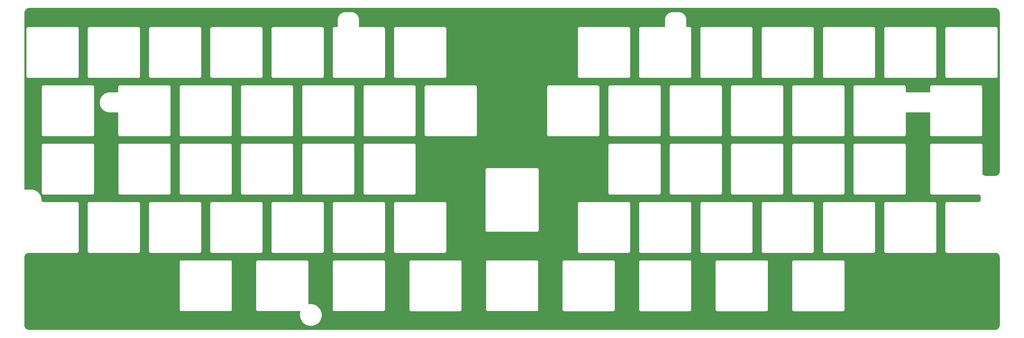
<source format=gbl>
%TF.GenerationSoftware,KiCad,Pcbnew,(6.0.0-0)*%
%TF.CreationDate,2022-01-09T15:46:45+09:00*%
%TF.ProjectId,keyplate,6b657970-6c61-4746-952e-6b696361645f,rev?*%
%TF.SameCoordinates,Original*%
%TF.FileFunction,Copper,L2,Bot*%
%TF.FilePolarity,Positive*%
%FSLAX46Y46*%
G04 Gerber Fmt 4.6, Leading zero omitted, Abs format (unit mm)*
G04 Created by KiCad (PCBNEW (6.0.0-0)) date 2022-01-09 15:46:45*
%MOMM*%
%LPD*%
G01*
G04 APERTURE LIST*
G04 APERTURE END LIST*
%TA.AperFunction,NonConductor*%
G36*
X168482408Y-18082433D02*
G01*
X298294235Y-18082921D01*
X298299079Y-18083014D01*
X298418602Y-18087612D01*
X298428200Y-18088349D01*
X298533644Y-18100515D01*
X298544078Y-18102165D01*
X298610865Y-18115615D01*
X298650564Y-18123610D01*
X298659063Y-18125632D01*
X298762416Y-18154033D01*
X298773437Y-18157615D01*
X298871984Y-18194747D01*
X298879872Y-18198030D01*
X298977731Y-18242716D01*
X298987318Y-18247599D01*
X299080805Y-18300368D01*
X299088491Y-18305077D01*
X299177404Y-18364029D01*
X299186283Y-18370490D01*
X299270850Y-18437859D01*
X299277369Y-18443426D01*
X299288162Y-18453298D01*
X299356623Y-18515920D01*
X299364567Y-18523865D01*
X299431183Y-18596717D01*
X299437854Y-18604013D01*
X299442998Y-18610005D01*
X299459647Y-18630679D01*
X299510513Y-18693841D01*
X299517656Y-18703641D01*
X299569637Y-18782692D01*
X299574582Y-18790213D01*
X299579209Y-18797823D01*
X299632500Y-18892919D01*
X299637142Y-18902058D01*
X299681899Y-18999844D01*
X299685337Y-19008120D01*
X299722628Y-19107764D01*
X299726074Y-19118384D01*
X299754640Y-19221816D01*
X299756698Y-19230437D01*
X299778439Y-19338182D01*
X299780003Y-19347864D01*
X299792866Y-19453434D01*
X299793700Y-19463876D01*
X299798219Y-19582464D01*
X299798310Y-19587262D01*
X299798310Y-65792538D01*
X299798270Y-65795725D01*
X299796582Y-65862449D01*
X299796259Y-65868817D01*
X299791879Y-65926408D01*
X299791236Y-65932741D01*
X299784049Y-65989283D01*
X299783091Y-65995553D01*
X299773180Y-66051033D01*
X299771915Y-66057217D01*
X299759342Y-66111681D01*
X299757776Y-66117767D01*
X299742620Y-66171124D01*
X299740765Y-66177089D01*
X299723076Y-66229355D01*
X299720944Y-66235177D01*
X299700785Y-66286296D01*
X299698391Y-66291955D01*
X299675829Y-66341853D01*
X299673171Y-66347371D01*
X299648268Y-66395986D01*
X299645353Y-66401350D01*
X299618152Y-66448653D01*
X299614993Y-66453853D01*
X299585594Y-66499704D01*
X299582208Y-66504716D01*
X299552090Y-66547068D01*
X299550651Y-66549091D01*
X299547043Y-66553915D01*
X299513395Y-66596731D01*
X299509587Y-66601344D01*
X299504390Y-66607344D01*
X299473961Y-66642470D01*
X299469920Y-66646916D01*
X299456196Y-66661311D01*
X299441442Y-66676786D01*
X299432386Y-66686284D01*
X299428143Y-66690527D01*
X299388737Y-66728096D01*
X299384317Y-66732114D01*
X299360812Y-66752476D01*
X299343202Y-66767731D01*
X299338555Y-66771566D01*
X299295740Y-66805211D01*
X299290913Y-66808821D01*
X299246547Y-66840373D01*
X299241546Y-66843751D01*
X299195668Y-66873166D01*
X299190491Y-66876311D01*
X299165602Y-66890624D01*
X299143213Y-66903498D01*
X299137849Y-66906412D01*
X299089232Y-66931316D01*
X299083698Y-66933982D01*
X299033801Y-66956543D01*
X299028116Y-66958948D01*
X298977019Y-66979099D01*
X298971207Y-66981228D01*
X298932272Y-66994405D01*
X298918933Y-66998919D01*
X298912970Y-67000773D01*
X298859599Y-67015933D01*
X298853517Y-67017498D01*
X298849480Y-67018430D01*
X298799076Y-67030066D01*
X298792894Y-67031331D01*
X298737372Y-67041248D01*
X298731122Y-67042203D01*
X298674586Y-67049389D01*
X298668263Y-67050031D01*
X298610640Y-67054415D01*
X298604301Y-67054736D01*
X298542708Y-67056293D01*
X298537571Y-67056423D01*
X298534388Y-67056463D01*
X295770383Y-67056463D01*
X295767261Y-67056424D01*
X295703360Y-67054840D01*
X295697130Y-67054531D01*
X295641518Y-67050392D01*
X295635336Y-67049778D01*
X295617991Y-67047623D01*
X295580202Y-67042927D01*
X295574076Y-67042013D01*
X295519496Y-67032487D01*
X295513435Y-67031275D01*
X295459495Y-67019108D01*
X295453520Y-67017606D01*
X295453135Y-67017499D01*
X295400293Y-67002831D01*
X295394430Y-67001048D01*
X295342078Y-66983722D01*
X295336311Y-66981656D01*
X295284876Y-66961800D01*
X295279208Y-66959452D01*
X295228779Y-66937103D01*
X295223225Y-66934478D01*
X295216566Y-66931130D01*
X295173936Y-66909692D01*
X295168527Y-66906804D01*
X295120457Y-66879614D01*
X295115170Y-66876451D01*
X295075364Y-66851290D01*
X295068402Y-66846890D01*
X295063272Y-66843468D01*
X295017912Y-66811583D01*
X295012950Y-66807910D01*
X294969062Y-66773718D01*
X294964274Y-66769794D01*
X294921961Y-66733343D01*
X294917366Y-66729184D01*
X294876383Y-66690184D01*
X294872095Y-66685900D01*
X294863400Y-66676786D01*
X294859287Y-66672261D01*
X294851822Y-66663633D01*
X294847908Y-66658880D01*
X294841457Y-66650642D01*
X294837778Y-66645699D01*
X294832068Y-66637623D01*
X294828673Y-66632566D01*
X294823480Y-66624410D01*
X294820384Y-66619279D01*
X294819268Y-66617326D01*
X294815525Y-66610775D01*
X294812727Y-66605599D01*
X294808075Y-66596492D01*
X294805595Y-66591352D01*
X294801050Y-66581362D01*
X294798878Y-66576297D01*
X294794413Y-66565222D01*
X294792549Y-66560307D01*
X294790120Y-66553473D01*
X294787860Y-66546472D01*
X294786016Y-66540132D01*
X294777419Y-66510581D01*
X294775258Y-66502051D01*
X294767362Y-66465546D01*
X294765983Y-66458084D01*
X294759227Y-66414168D01*
X294758418Y-66407851D01*
X294753153Y-66356459D01*
X294752732Y-66351316D01*
X294749139Y-66292614D01*
X294748958Y-66288609D01*
X294747392Y-66235186D01*
X294747033Y-66222956D01*
X294746981Y-66220049D01*
X294746538Y-66148670D01*
X294746544Y-66146458D01*
X294749966Y-65844912D01*
X294750074Y-65842486D01*
X294750437Y-65840155D01*
X294750437Y-65804163D01*
X294750445Y-65802733D01*
X294750525Y-65795725D01*
X294750818Y-65769869D01*
X294750511Y-65767535D01*
X294750437Y-65765067D01*
X294750437Y-58209029D01*
X294750439Y-58208262D01*
X294750439Y-58208259D01*
X294750911Y-58130689D01*
X294742796Y-58102298D01*
X294739217Y-58085534D01*
X294736304Y-58065193D01*
X294735032Y-58056309D01*
X294731157Y-58047785D01*
X294724417Y-58032962D01*
X294717970Y-58015441D01*
X294713387Y-57999406D01*
X294713386Y-57999403D01*
X294710920Y-57990777D01*
X294695161Y-57965802D01*
X294687023Y-57950718D01*
X294678520Y-57932016D01*
X294678519Y-57932014D01*
X294674804Y-57923844D01*
X294668643Y-57916693D01*
X294658063Y-57904415D01*
X294646957Y-57889406D01*
X294644080Y-57884846D01*
X294633269Y-57867713D01*
X294611139Y-57848170D01*
X294599093Y-57835976D01*
X294585678Y-57820407D01*
X294585675Y-57820404D01*
X294579818Y-57813607D01*
X294572290Y-57808728D01*
X294572287Y-57808725D01*
X294558292Y-57799654D01*
X294543421Y-57788366D01*
X294530926Y-57777332D01*
X294530923Y-57777330D01*
X294524198Y-57771391D01*
X294516079Y-57767579D01*
X294516077Y-57767578D01*
X294497473Y-57758844D01*
X294482489Y-57750521D01*
X294465246Y-57739345D01*
X294465243Y-57739344D01*
X294457710Y-57734461D01*
X294433140Y-57727113D01*
X294415702Y-57720455D01*
X294392477Y-57709551D01*
X294383607Y-57708170D01*
X294383606Y-57708170D01*
X294363304Y-57705010D01*
X294346579Y-57701225D01*
X294326902Y-57695340D01*
X294326896Y-57695339D01*
X294318296Y-57692767D01*
X294309322Y-57692712D01*
X294309321Y-57692712D01*
X294301687Y-57692665D01*
X294283878Y-57692557D01*
X294283101Y-57692524D01*
X294282001Y-57692353D01*
X294279000Y-57692353D01*
X294254700Y-57692354D01*
X294251100Y-57692354D01*
X294250336Y-57692352D01*
X294243765Y-57692312D01*
X294176740Y-57691902D01*
X294176738Y-57691902D01*
X294172785Y-57691878D01*
X294171435Y-57692264D01*
X294170084Y-57692356D01*
X284273926Y-57692603D01*
X280003864Y-57692709D01*
X280003098Y-57692707D01*
X279925531Y-57692233D01*
X279897113Y-57700355D01*
X279880366Y-57703930D01*
X279851126Y-57708118D01*
X279842953Y-57711834D01*
X279842950Y-57711835D01*
X279827792Y-57718727D01*
X279810267Y-57725175D01*
X279794249Y-57729753D01*
X279794242Y-57729756D01*
X279785618Y-57732221D01*
X279778030Y-57737009D01*
X279778029Y-57737009D01*
X279760630Y-57747986D01*
X279745554Y-57756120D01*
X279726838Y-57764631D01*
X279726836Y-57764632D01*
X279718662Y-57768349D01*
X279711862Y-57774209D01*
X279711860Y-57774210D01*
X279699251Y-57785076D01*
X279684232Y-57796190D01*
X279670146Y-57805077D01*
X279670143Y-57805080D01*
X279662552Y-57809869D01*
X279656609Y-57816598D01*
X279642993Y-57832015D01*
X279630803Y-57844057D01*
X279608428Y-57863338D01*
X279603547Y-57870869D01*
X279594488Y-57884846D01*
X279583196Y-57899723D01*
X279566227Y-57918937D01*
X279554024Y-57944927D01*
X279553670Y-57945682D01*
X279545350Y-57960661D01*
X279534633Y-57977197D01*
X279529285Y-57985448D01*
X279526714Y-57994047D01*
X279526712Y-57994050D01*
X279521939Y-58010009D01*
X279515279Y-58027450D01*
X279504384Y-58050657D01*
X279503004Y-58059523D01*
X279503003Y-58059525D01*
X279499840Y-58079843D01*
X279496058Y-58096560D01*
X279487594Y-58124863D01*
X279487386Y-58159144D01*
X279487385Y-58159263D01*
X279487352Y-58160042D01*
X279487183Y-58161132D01*
X279487183Y-58192002D01*
X279487181Y-58192768D01*
X279486709Y-58270374D01*
X279487092Y-58271712D01*
X279487183Y-58273052D01*
X279487183Y-71991824D01*
X279487181Y-71992576D01*
X279486716Y-72070350D01*
X279493938Y-72095605D01*
X279494824Y-72098704D01*
X279498406Y-72115481D01*
X279501314Y-72135785D01*
X279501315Y-72135790D01*
X279502588Y-72144677D01*
X279513217Y-72168053D01*
X279519661Y-72185564D01*
X279526722Y-72210258D01*
X279531514Y-72217850D01*
X279531514Y-72217851D01*
X279542460Y-72235195D01*
X279550608Y-72250293D01*
X279553351Y-72256325D01*
X279562816Y-72277142D01*
X279568670Y-72283936D01*
X279568672Y-72283939D01*
X279579580Y-72296598D01*
X279590679Y-72311596D01*
X279604386Y-72333314D01*
X279611116Y-72339256D01*
X279626496Y-72352836D01*
X279638552Y-72365039D01*
X279651942Y-72380579D01*
X279651945Y-72380582D01*
X279657802Y-72387379D01*
X279665330Y-72392258D01*
X279665334Y-72392262D01*
X279679357Y-72401351D01*
X279694211Y-72412623D01*
X279713467Y-72429625D01*
X279726349Y-72435671D01*
X279740166Y-72442156D01*
X279755156Y-72450481D01*
X279779910Y-72466525D01*
X279804516Y-72473884D01*
X279821944Y-72480538D01*
X279837063Y-72487634D01*
X279837067Y-72487635D01*
X279845195Y-72491450D01*
X279854066Y-72492830D01*
X279854069Y-72492831D01*
X279869736Y-72495268D01*
X279874334Y-72495983D01*
X279891065Y-72499768D01*
X279919324Y-72508219D01*
X279928299Y-72508274D01*
X279928300Y-72508274D01*
X279939633Y-72508343D01*
X279953748Y-72508429D01*
X279954553Y-72508463D01*
X279955672Y-72508637D01*
X279958722Y-72508637D01*
X279983046Y-72508634D01*
X279986648Y-72508633D01*
X279987397Y-72508635D01*
X279995177Y-72508682D01*
X280060825Y-72509084D01*
X280060832Y-72509084D01*
X280064835Y-72509108D01*
X280066205Y-72508717D01*
X280067578Y-72508623D01*
X285496246Y-72507919D01*
X293579522Y-72506871D01*
X293582625Y-72506910D01*
X293600533Y-72507354D01*
X293616317Y-72507745D01*
X293622523Y-72508052D01*
X293648187Y-72509962D01*
X293654332Y-72510573D01*
X293679761Y-72513733D01*
X293685889Y-72514648D01*
X293711005Y-72519032D01*
X293717057Y-72520242D01*
X293741934Y-72525852D01*
X293747896Y-72527350D01*
X293772426Y-72534159D01*
X293778280Y-72535938D01*
X293802463Y-72543941D01*
X293808218Y-72546002D01*
X293831950Y-72555161D01*
X293837629Y-72557514D01*
X293860856Y-72567806D01*
X293866413Y-72570432D01*
X293889167Y-72581873D01*
X293894588Y-72584767D01*
X293916715Y-72597280D01*
X293921991Y-72600436D01*
X293943579Y-72614080D01*
X293948706Y-72617499D01*
X293969599Y-72632183D01*
X293974557Y-72635852D01*
X293992129Y-72649539D01*
X293994789Y-72651611D01*
X293999602Y-72655556D01*
X294019078Y-72672335D01*
X294023694Y-72676514D01*
X294032251Y-72684656D01*
X294042460Y-72694371D01*
X294046857Y-72698768D01*
X294050322Y-72702409D01*
X294064722Y-72717541D01*
X294068900Y-72722154D01*
X294085705Y-72741658D01*
X294089637Y-72746456D01*
X294105392Y-72766674D01*
X294109061Y-72771629D01*
X294117134Y-72783110D01*
X294123762Y-72792537D01*
X294127187Y-72797671D01*
X294140804Y-72819208D01*
X294143965Y-72824489D01*
X294147604Y-72830920D01*
X294156496Y-72846635D01*
X294159375Y-72852025D01*
X294170813Y-72874766D01*
X294173428Y-72880299D01*
X294183712Y-72903499D01*
X294186065Y-72909177D01*
X294195214Y-72932873D01*
X294197290Y-72938667D01*
X294205270Y-72962779D01*
X294207059Y-72968662D01*
X294213858Y-72993152D01*
X294215363Y-72999137D01*
X294220968Y-73023989D01*
X294222180Y-73030056D01*
X294226564Y-73055186D01*
X294227477Y-73061304D01*
X294230637Y-73086736D01*
X294231252Y-73092931D01*
X294233161Y-73118610D01*
X294233469Y-73124828D01*
X294234306Y-73158587D01*
X294234345Y-73161710D01*
X294234345Y-74037300D01*
X294234305Y-74040488D01*
X294233409Y-74075887D01*
X294233086Y-74082251D01*
X294231060Y-74108898D01*
X294230419Y-74115219D01*
X294227559Y-74137732D01*
X294227103Y-74141317D01*
X294226147Y-74147577D01*
X294221580Y-74173145D01*
X294220319Y-74179304D01*
X294216302Y-74196707D01*
X294214553Y-74204285D01*
X294212989Y-74210366D01*
X294206038Y-74234841D01*
X294204183Y-74240806D01*
X294196724Y-74262849D01*
X294196068Y-74264787D01*
X294193931Y-74270623D01*
X294184687Y-74294064D01*
X294182283Y-74299749D01*
X294171914Y-74322681D01*
X294169254Y-74328201D01*
X294157791Y-74350578D01*
X294154879Y-74355938D01*
X294142359Y-74377712D01*
X294139199Y-74382913D01*
X294125648Y-74404048D01*
X294122261Y-74409062D01*
X294107674Y-74429574D01*
X294104079Y-74434381D01*
X294088508Y-74454197D01*
X294084690Y-74458822D01*
X294068206Y-74477851D01*
X294064162Y-74482300D01*
X294046791Y-74500519D01*
X294042569Y-74504742D01*
X294024294Y-74522167D01*
X294019886Y-74526172D01*
X294000826Y-74542682D01*
X293996207Y-74546494D01*
X293976412Y-74562049D01*
X293971587Y-74565657D01*
X293951102Y-74580226D01*
X293946080Y-74583619D01*
X293924912Y-74597190D01*
X293919717Y-74600346D01*
X293897956Y-74612859D01*
X293892598Y-74615770D01*
X293881773Y-74621315D01*
X293870192Y-74627247D01*
X293864685Y-74629901D01*
X293841739Y-74640275D01*
X293836117Y-74642653D01*
X293812618Y-74651919D01*
X293806833Y-74654037D01*
X293782808Y-74662168D01*
X293776856Y-74664018D01*
X293752403Y-74670963D01*
X293746324Y-74672527D01*
X293721301Y-74678303D01*
X293715151Y-74679561D01*
X293689597Y-74684125D01*
X293683371Y-74685076D01*
X293657239Y-74688397D01*
X293650929Y-74689038D01*
X293624246Y-74691068D01*
X293617903Y-74691389D01*
X293584627Y-74692231D01*
X293582518Y-74692284D01*
X293579334Y-74692324D01*
X284474283Y-74692324D01*
X284473513Y-74692322D01*
X284472659Y-74692317D01*
X284395929Y-74691848D01*
X284387300Y-74694314D01*
X284387295Y-74694315D01*
X284367533Y-74699963D01*
X284350772Y-74703541D01*
X284330429Y-74706454D01*
X284330419Y-74706457D01*
X284321536Y-74707729D01*
X284298186Y-74718345D01*
X284280674Y-74724788D01*
X284272638Y-74727085D01*
X284256016Y-74731836D01*
X284231033Y-74747598D01*
X284215967Y-74755728D01*
X284189071Y-74767957D01*
X284169642Y-74784698D01*
X284154634Y-74795803D01*
X284132950Y-74809484D01*
X284116466Y-74828149D01*
X284113400Y-74831620D01*
X284101208Y-74843664D01*
X284078834Y-74862943D01*
X284073955Y-74870471D01*
X284073952Y-74870474D01*
X284064885Y-74884463D01*
X284053595Y-74899337D01*
X284036625Y-74918552D01*
X284024071Y-74945290D01*
X284015757Y-74960259D01*
X283999688Y-74985051D01*
X283997116Y-74993651D01*
X283992342Y-75009614D01*
X283985680Y-75027060D01*
X283974782Y-75050272D01*
X283971902Y-75068772D01*
X283970239Y-75079452D01*
X283966455Y-75096173D01*
X283960567Y-75115860D01*
X283960566Y-75115863D01*
X283957994Y-75124465D01*
X283957798Y-75156630D01*
X283957784Y-75158870D01*
X283957751Y-75159652D01*
X283957581Y-75160747D01*
X283957581Y-75191622D01*
X283957579Y-75192366D01*
X283957105Y-75269976D01*
X283957489Y-75271320D01*
X283957581Y-75272665D01*
X283957581Y-88991549D01*
X283957579Y-88992319D01*
X283957105Y-89069903D01*
X283959571Y-89078532D01*
X283959572Y-89078537D01*
X283965220Y-89098299D01*
X283968798Y-89115060D01*
X283971711Y-89135403D01*
X283971714Y-89135413D01*
X283972986Y-89144296D01*
X283983602Y-89167646D01*
X283990045Y-89185158D01*
X283997093Y-89209816D01*
X284012855Y-89234799D01*
X284020985Y-89249865D01*
X284033214Y-89276761D01*
X284049955Y-89296190D01*
X284061060Y-89311198D01*
X284074741Y-89332882D01*
X284081469Y-89338824D01*
X284096877Y-89352432D01*
X284108921Y-89364624D01*
X284128200Y-89386998D01*
X284135728Y-89391877D01*
X284135731Y-89391880D01*
X284149720Y-89400947D01*
X284164594Y-89412237D01*
X284183809Y-89429207D01*
X284191935Y-89433022D01*
X284191936Y-89433023D01*
X284197602Y-89435683D01*
X284210547Y-89441761D01*
X284225516Y-89450075D01*
X284250308Y-89466144D01*
X284267231Y-89471205D01*
X284274871Y-89473490D01*
X284292317Y-89480152D01*
X284315529Y-89491050D01*
X284344711Y-89495594D01*
X284361430Y-89499377D01*
X284381117Y-89505265D01*
X284381120Y-89505266D01*
X284389722Y-89507838D01*
X284398697Y-89507893D01*
X284398698Y-89507893D01*
X284405391Y-89507934D01*
X284424137Y-89508048D01*
X284424909Y-89508081D01*
X284426004Y-89508251D01*
X284456879Y-89508251D01*
X284457649Y-89508253D01*
X284531297Y-89508703D01*
X284531298Y-89508703D01*
X284535233Y-89508727D01*
X284536577Y-89508343D01*
X284537922Y-89508251D01*
X298534591Y-89508251D01*
X298537705Y-89508290D01*
X298542641Y-89508412D01*
X298601646Y-89509872D01*
X298607864Y-89510179D01*
X298663551Y-89514316D01*
X298669721Y-89514928D01*
X298695984Y-89518186D01*
X298724900Y-89521774D01*
X298731018Y-89522686D01*
X298785629Y-89532203D01*
X298791674Y-89533409D01*
X298845669Y-89545572D01*
X298851603Y-89547062D01*
X298904810Y-89561813D01*
X298910694Y-89563600D01*
X298963056Y-89580909D01*
X298968842Y-89582979D01*
X299020281Y-89602814D01*
X299025931Y-89605152D01*
X299076331Y-89627467D01*
X299081888Y-89630092D01*
X299131172Y-89654855D01*
X299136596Y-89657748D01*
X299184659Y-89684915D01*
X299189933Y-89688070D01*
X299236660Y-89717587D01*
X299241756Y-89720984D01*
X299287144Y-89752875D01*
X299292097Y-89756541D01*
X299335974Y-89790712D01*
X299340754Y-89794628D01*
X299364142Y-89814774D01*
X299383025Y-89831039D01*
X299387649Y-89835225D01*
X299428165Y-89873777D01*
X299432628Y-89878242D01*
X299471172Y-89918787D01*
X299475319Y-89923371D01*
X299507714Y-89961010D01*
X299511729Y-89965675D01*
X299515659Y-89970475D01*
X299549821Y-90014364D01*
X299553500Y-90019338D01*
X299585366Y-90064708D01*
X299588787Y-90069842D01*
X299618336Y-90116626D01*
X299621495Y-90121909D01*
X299648673Y-90169990D01*
X299651567Y-90175415D01*
X299676337Y-90224705D01*
X299678959Y-90230255D01*
X299701308Y-90280713D01*
X299703644Y-90286354D01*
X299723503Y-90337821D01*
X299725573Y-90343602D01*
X299741783Y-90392601D01*
X299742902Y-90395985D01*
X299744680Y-90401832D01*
X299759457Y-90455086D01*
X299760951Y-90461031D01*
X299773122Y-90515004D01*
X299774332Y-90521060D01*
X299783856Y-90575635D01*
X299784771Y-90581760D01*
X299785823Y-90590225D01*
X299788524Y-90611962D01*
X299791626Y-90636931D01*
X299792236Y-90643072D01*
X299796378Y-90698726D01*
X299796686Y-90704949D01*
X299798271Y-90768874D01*
X299798310Y-90771997D01*
X299798310Y-110489415D01*
X299798217Y-110494268D01*
X299793718Y-110610997D01*
X299792882Y-110621417D01*
X299779997Y-110726934D01*
X299778447Y-110736530D01*
X299756710Y-110844495D01*
X299754623Y-110853239D01*
X299725921Y-110956930D01*
X299722596Y-110967206D01*
X299685338Y-111067470D01*
X299681698Y-111076238D01*
X299637489Y-111172342D01*
X299632870Y-111181402D01*
X299579328Y-111276701D01*
X299574771Y-111284189D01*
X299556135Y-111312532D01*
X299516919Y-111372175D01*
X299510104Y-111381567D01*
X299442126Y-111466707D01*
X299436795Y-111472953D01*
X299365778Y-111550848D01*
X299357100Y-111559483D01*
X299278379Y-111630531D01*
X299272498Y-111635519D01*
X299185805Y-111704583D01*
X299177129Y-111710910D01*
X299088681Y-111769791D01*
X299080598Y-111774743D01*
X299047454Y-111793365D01*
X298987678Y-111826951D01*
X298978303Y-111831715D01*
X298878021Y-111877508D01*
X298870910Y-111880494D01*
X298772250Y-111918383D01*
X298760468Y-111922254D01*
X298661086Y-111949566D01*
X298651755Y-111951752D01*
X298545347Y-111972450D01*
X298535729Y-111973938D01*
X298532158Y-111974350D01*
X298428201Y-111986342D01*
X298418607Y-111987079D01*
X298299065Y-111991677D01*
X298294223Y-111991770D01*
X178261894Y-111992675D01*
X16948307Y-111993891D01*
X16941800Y-111993723D01*
X16821190Y-111987486D01*
X16813269Y-111986825D01*
X16742691Y-111978682D01*
X16701583Y-111973939D01*
X16691971Y-111972452D01*
X16586107Y-111951863D01*
X16576552Y-111949615D01*
X16477694Y-111922254D01*
X16477480Y-111922195D01*
X16466211Y-111918496D01*
X16366016Y-111880292D01*
X16358594Y-111877187D01*
X16258993Y-111831712D01*
X16249613Y-111826946D01*
X16194637Y-111796058D01*
X16156702Y-111774745D01*
X16148612Y-111769788D01*
X16060167Y-111710905D01*
X16051493Y-111704581D01*
X15964827Y-111635543D01*
X15958903Y-111630517D01*
X15880205Y-111559473D01*
X15871537Y-111550849D01*
X15871537Y-111550848D01*
X15801635Y-111474199D01*
X15795851Y-111467387D01*
X15727650Y-111381027D01*
X15721649Y-111372760D01*
X15662031Y-111283207D01*
X15657066Y-111275102D01*
X15649377Y-111261416D01*
X15604421Y-111181402D01*
X15599809Y-111172356D01*
X15575903Y-111120388D01*
X15555594Y-111076238D01*
X15551963Y-111067489D01*
X15551901Y-111067321D01*
X15514727Y-110967245D01*
X15511408Y-110956982D01*
X15482700Y-110853242D01*
X15480616Y-110844512D01*
X15464301Y-110763497D01*
X15459284Y-110738581D01*
X15457635Y-110728155D01*
X15452337Y-110682228D01*
X15445215Y-110620499D01*
X15444515Y-110611782D01*
X15439114Y-110492968D01*
X15438984Y-110487246D01*
X15438984Y-106071627D01*
X60712835Y-106071627D01*
X60715301Y-106080256D01*
X60715302Y-106080261D01*
X60720950Y-106100023D01*
X60724528Y-106116784D01*
X60727441Y-106137127D01*
X60727444Y-106137137D01*
X60728716Y-106146020D01*
X60739332Y-106169370D01*
X60745775Y-106186882D01*
X60752823Y-106211540D01*
X60768585Y-106236523D01*
X60776715Y-106251589D01*
X60788944Y-106278485D01*
X60805685Y-106297914D01*
X60816790Y-106312922D01*
X60830471Y-106334606D01*
X60837199Y-106340548D01*
X60852607Y-106354156D01*
X60864651Y-106366348D01*
X60883930Y-106388722D01*
X60891458Y-106393601D01*
X60891461Y-106393604D01*
X60905450Y-106402671D01*
X60920324Y-106413961D01*
X60939539Y-106430931D01*
X60947665Y-106434746D01*
X60947666Y-106434747D01*
X60950557Y-106436104D01*
X60966277Y-106443485D01*
X60981246Y-106451799D01*
X61006038Y-106467868D01*
X61026502Y-106473988D01*
X61030601Y-106475214D01*
X61048047Y-106481876D01*
X61071259Y-106492774D01*
X61100441Y-106497318D01*
X61117160Y-106501101D01*
X61136847Y-106506989D01*
X61136850Y-106506990D01*
X61145452Y-106509562D01*
X61154427Y-106509617D01*
X61154428Y-106509617D01*
X61161121Y-106509658D01*
X61179867Y-106509772D01*
X61180639Y-106509805D01*
X61181734Y-106509975D01*
X61212609Y-106509975D01*
X61213379Y-106509977D01*
X61287027Y-106510427D01*
X61287028Y-106510427D01*
X61290963Y-106510451D01*
X61292307Y-106510067D01*
X61293652Y-106509975D01*
X75412583Y-106509975D01*
X75413354Y-106509977D01*
X75490937Y-106510451D01*
X75499566Y-106507985D01*
X75499571Y-106507984D01*
X75519333Y-106502336D01*
X75536094Y-106498758D01*
X75556437Y-106495845D01*
X75556447Y-106495842D01*
X75565330Y-106494570D01*
X75588680Y-106483954D01*
X75606192Y-106477511D01*
X75622222Y-106472929D01*
X75630850Y-106470463D01*
X75655833Y-106454701D01*
X75670899Y-106446571D01*
X75697795Y-106434342D01*
X75717224Y-106417601D01*
X75732232Y-106406496D01*
X75732708Y-106406196D01*
X75753916Y-106392815D01*
X75773467Y-106370678D01*
X75785659Y-106358634D01*
X75801234Y-106345214D01*
X75801235Y-106345212D01*
X75808032Y-106339356D01*
X75812911Y-106331828D01*
X75812914Y-106331825D01*
X75821981Y-106317836D01*
X75833271Y-106302962D01*
X75844297Y-106290477D01*
X75850241Y-106283747D01*
X75862795Y-106257009D01*
X75871109Y-106242040D01*
X75887178Y-106217248D01*
X75894524Y-106192684D01*
X75901186Y-106175239D01*
X75908268Y-106160154D01*
X75912084Y-106152027D01*
X75916628Y-106122845D01*
X75920411Y-106106126D01*
X75926299Y-106086439D01*
X75926300Y-106086436D01*
X75928872Y-106077834D01*
X75928910Y-106071627D01*
X83034437Y-106071627D01*
X83036903Y-106080256D01*
X83036904Y-106080261D01*
X83042552Y-106100023D01*
X83046130Y-106116784D01*
X83049043Y-106137127D01*
X83049046Y-106137137D01*
X83050318Y-106146020D01*
X83060934Y-106169370D01*
X83067377Y-106186882D01*
X83074425Y-106211540D01*
X83090187Y-106236523D01*
X83098317Y-106251589D01*
X83110546Y-106278485D01*
X83127287Y-106297914D01*
X83138392Y-106312922D01*
X83152073Y-106334606D01*
X83158801Y-106340548D01*
X83174209Y-106354156D01*
X83186253Y-106366348D01*
X83205532Y-106388722D01*
X83213060Y-106393601D01*
X83213063Y-106393604D01*
X83227052Y-106402671D01*
X83241926Y-106413961D01*
X83261141Y-106430931D01*
X83269267Y-106434746D01*
X83269268Y-106434747D01*
X83272159Y-106436104D01*
X83287879Y-106443485D01*
X83302848Y-106451799D01*
X83327640Y-106467868D01*
X83348104Y-106473988D01*
X83352203Y-106475214D01*
X83369649Y-106481876D01*
X83392861Y-106492774D01*
X83422043Y-106497318D01*
X83438762Y-106501101D01*
X83458449Y-106506989D01*
X83458452Y-106506990D01*
X83467054Y-106509562D01*
X83476029Y-106509617D01*
X83476030Y-106509617D01*
X83482723Y-106509658D01*
X83501469Y-106509772D01*
X83502241Y-106509805D01*
X83503336Y-106509975D01*
X83534211Y-106509975D01*
X83534981Y-106509977D01*
X83608629Y-106510427D01*
X83608630Y-106510427D01*
X83612565Y-106510451D01*
X83613909Y-106510067D01*
X83615254Y-106509975D01*
X95838709Y-106509975D01*
X95906830Y-106529977D01*
X95953323Y-106583633D01*
X95963427Y-106653907D01*
X95959583Y-106671548D01*
X95891659Y-106902336D01*
X95830329Y-107250151D01*
X95808153Y-107602634D01*
X95825406Y-107955392D01*
X95825968Y-107958860D01*
X95825968Y-107958863D01*
X95881310Y-108300554D01*
X95881873Y-108304029D01*
X95976850Y-108644199D01*
X96109153Y-108971662D01*
X96110822Y-108974749D01*
X96110824Y-108974753D01*
X96130691Y-109011496D01*
X96277134Y-109282336D01*
X96478699Y-109572350D01*
X96481012Y-109574992D01*
X96481015Y-109574996D01*
X96696104Y-109820690D01*
X96711335Y-109838088D01*
X96972143Y-110076238D01*
X97257872Y-110283832D01*
X97260938Y-110285574D01*
X97260940Y-110285575D01*
X97299535Y-110307500D01*
X97564960Y-110458283D01*
X97688952Y-110511426D01*
X97886348Y-110596030D01*
X97886352Y-110596031D01*
X97889580Y-110597415D01*
X97966045Y-110620501D01*
X98224310Y-110698476D01*
X98224315Y-110698477D01*
X98227686Y-110699495D01*
X98377189Y-110726934D01*
X98571592Y-110762614D01*
X98571596Y-110762615D01*
X98575064Y-110763251D01*
X98765539Y-110776571D01*
X98858425Y-110783066D01*
X98858429Y-110783066D01*
X98860615Y-110783219D01*
X99060573Y-110783219D01*
X99062302Y-110783122D01*
X99062314Y-110783122D01*
X99249835Y-110772638D01*
X99324182Y-110768481D01*
X99398072Y-110755984D01*
X99668949Y-110710169D01*
X99668957Y-110710167D01*
X99672417Y-110709582D01*
X100011915Y-110612232D01*
X100191733Y-110538116D01*
X100335201Y-110478983D01*
X100335208Y-110478979D01*
X100338446Y-110477645D01*
X100529772Y-110372463D01*
X100644861Y-110309193D01*
X100644865Y-110309190D01*
X100647940Y-110307500D01*
X100936540Y-110103915D01*
X101022623Y-110027487D01*
X101198020Y-109871763D01*
X101198026Y-109871757D01*
X101200647Y-109869430D01*
X101436971Y-109606966D01*
X101506174Y-109510304D01*
X101640513Y-109322662D01*
X101640517Y-109322655D01*
X101642565Y-109319795D01*
X101814867Y-109011496D01*
X101951730Y-108685912D01*
X101952720Y-108682549D01*
X101952723Y-108682540D01*
X102050456Y-108350468D01*
X102051447Y-108347102D01*
X102112777Y-107999287D01*
X102134953Y-107646804D01*
X102117700Y-107294046D01*
X102110031Y-107246693D01*
X102061796Y-106948884D01*
X102061795Y-106948881D01*
X102061233Y-106945409D01*
X101966256Y-106605239D01*
X101881462Y-106395366D01*
X101835272Y-106281040D01*
X101835270Y-106281036D01*
X101833953Y-106277776D01*
X101831825Y-106273839D01*
X101748811Y-106120309D01*
X101722489Y-106071627D01*
X105355695Y-106071627D01*
X105358161Y-106080256D01*
X105358162Y-106080261D01*
X105363810Y-106100023D01*
X105367388Y-106116784D01*
X105370301Y-106137127D01*
X105370304Y-106137137D01*
X105371576Y-106146020D01*
X105382192Y-106169370D01*
X105388635Y-106186882D01*
X105395683Y-106211540D01*
X105411445Y-106236523D01*
X105419575Y-106251589D01*
X105431804Y-106278485D01*
X105448545Y-106297914D01*
X105459650Y-106312922D01*
X105473331Y-106334606D01*
X105480059Y-106340548D01*
X105495467Y-106354156D01*
X105507511Y-106366348D01*
X105526790Y-106388722D01*
X105534318Y-106393601D01*
X105534321Y-106393604D01*
X105548310Y-106402671D01*
X105563184Y-106413961D01*
X105582399Y-106430931D01*
X105590525Y-106434746D01*
X105590526Y-106434747D01*
X105593417Y-106436104D01*
X105609137Y-106443485D01*
X105624106Y-106451799D01*
X105648898Y-106467868D01*
X105669362Y-106473988D01*
X105673461Y-106475214D01*
X105690907Y-106481876D01*
X105714119Y-106492774D01*
X105743301Y-106497318D01*
X105760020Y-106501101D01*
X105779707Y-106506989D01*
X105779710Y-106506990D01*
X105788312Y-106509562D01*
X105797287Y-106509617D01*
X105797288Y-106509617D01*
X105803981Y-106509658D01*
X105822727Y-106509772D01*
X105823499Y-106509805D01*
X105824594Y-106509975D01*
X105855469Y-106509975D01*
X105856239Y-106509977D01*
X105929887Y-106510427D01*
X105929888Y-106510427D01*
X105933823Y-106510451D01*
X105935167Y-106510067D01*
X105936512Y-106509975D01*
X120055428Y-106509975D01*
X120056199Y-106509977D01*
X120133782Y-106510451D01*
X120142411Y-106507985D01*
X120142416Y-106507984D01*
X120162178Y-106502336D01*
X120178939Y-106498758D01*
X120199282Y-106495845D01*
X120199292Y-106495842D01*
X120208175Y-106494570D01*
X120231525Y-106483954D01*
X120249037Y-106477511D01*
X120265067Y-106472929D01*
X120273695Y-106470463D01*
X120298678Y-106454701D01*
X120313744Y-106446571D01*
X120340640Y-106434342D01*
X120360069Y-106417601D01*
X120375077Y-106406496D01*
X120375553Y-106406196D01*
X120396761Y-106392815D01*
X120416312Y-106370678D01*
X120428504Y-106358634D01*
X120444079Y-106345214D01*
X120444080Y-106345212D01*
X120450877Y-106339356D01*
X120455756Y-106331828D01*
X120455759Y-106331825D01*
X120464826Y-106317836D01*
X120476116Y-106302962D01*
X120487142Y-106290477D01*
X120493086Y-106283747D01*
X120505640Y-106257009D01*
X120513954Y-106242040D01*
X120530023Y-106217248D01*
X120537369Y-106192684D01*
X120544031Y-106175239D01*
X120551113Y-106160154D01*
X120554929Y-106152027D01*
X120559473Y-106122845D01*
X120563256Y-106106126D01*
X120569144Y-106086439D01*
X120569145Y-106086436D01*
X120571717Y-106077834D01*
X120571744Y-106073389D01*
X127689992Y-106073389D01*
X127692458Y-106082018D01*
X127692459Y-106082023D01*
X127698107Y-106101785D01*
X127701685Y-106118546D01*
X127704598Y-106138889D01*
X127704601Y-106138899D01*
X127705873Y-106147782D01*
X127716489Y-106171132D01*
X127722932Y-106188644D01*
X127729980Y-106213302D01*
X127734766Y-106220887D01*
X127734766Y-106220888D01*
X127736647Y-106223870D01*
X127745742Y-106238285D01*
X127753872Y-106253351D01*
X127766101Y-106280247D01*
X127782842Y-106299676D01*
X127793947Y-106314684D01*
X127807628Y-106336368D01*
X127815003Y-106342881D01*
X127829764Y-106355918D01*
X127841808Y-106368110D01*
X127861087Y-106390484D01*
X127868615Y-106395363D01*
X127868618Y-106395366D01*
X127882607Y-106404433D01*
X127897481Y-106415723D01*
X127901611Y-106419370D01*
X127916696Y-106432693D01*
X127924822Y-106436508D01*
X127924823Y-106436509D01*
X127928578Y-106438272D01*
X127943434Y-106445247D01*
X127958403Y-106453561D01*
X127983195Y-106469630D01*
X128006013Y-106476454D01*
X128007758Y-106476976D01*
X128025204Y-106483638D01*
X128048416Y-106494536D01*
X128077598Y-106499080D01*
X128094317Y-106502863D01*
X128114004Y-106508751D01*
X128114007Y-106508752D01*
X128122609Y-106511324D01*
X128131584Y-106511379D01*
X128131585Y-106511379D01*
X128138278Y-106511420D01*
X128157024Y-106511534D01*
X128157796Y-106511567D01*
X128158891Y-106511737D01*
X128189766Y-106511737D01*
X128190536Y-106511739D01*
X128264184Y-106512189D01*
X128264185Y-106512189D01*
X128268120Y-106512213D01*
X128269464Y-106511829D01*
X128270809Y-106511737D01*
X142389756Y-106511737D01*
X142390527Y-106511739D01*
X142468110Y-106512213D01*
X142476739Y-106509747D01*
X142476744Y-106509746D01*
X142496506Y-106504098D01*
X142513267Y-106500520D01*
X142533610Y-106497607D01*
X142533620Y-106497604D01*
X142542503Y-106496332D01*
X142565853Y-106485716D01*
X142583365Y-106479273D01*
X142599395Y-106474691D01*
X142608023Y-106472225D01*
X142633006Y-106456463D01*
X142648072Y-106448333D01*
X142674968Y-106436104D01*
X142694397Y-106419363D01*
X142709405Y-106408258D01*
X142723497Y-106399367D01*
X142731089Y-106394577D01*
X142750640Y-106372440D01*
X142762832Y-106360396D01*
X142778407Y-106346976D01*
X142778408Y-106346974D01*
X142785205Y-106341118D01*
X142790084Y-106333590D01*
X142790087Y-106333587D01*
X142799154Y-106319598D01*
X142810444Y-106304724D01*
X142821470Y-106292239D01*
X142827414Y-106285509D01*
X142839968Y-106258771D01*
X142848282Y-106243802D01*
X142864351Y-106219010D01*
X142871697Y-106194446D01*
X142878359Y-106177001D01*
X142881948Y-106169356D01*
X142889257Y-106153789D01*
X142893801Y-106124607D01*
X142897584Y-106107888D01*
X142903472Y-106088201D01*
X142903473Y-106088198D01*
X142906045Y-106079596D01*
X142906094Y-106071627D01*
X150019010Y-106071627D01*
X150021476Y-106080256D01*
X150021477Y-106080261D01*
X150027125Y-106100023D01*
X150030703Y-106116784D01*
X150033616Y-106137127D01*
X150033619Y-106137137D01*
X150034891Y-106146020D01*
X150045507Y-106169370D01*
X150051950Y-106186882D01*
X150058998Y-106211540D01*
X150074760Y-106236523D01*
X150082890Y-106251589D01*
X150095119Y-106278485D01*
X150111860Y-106297914D01*
X150122965Y-106312922D01*
X150136646Y-106334606D01*
X150143374Y-106340548D01*
X150158782Y-106354156D01*
X150170826Y-106366348D01*
X150190105Y-106388722D01*
X150197633Y-106393601D01*
X150197636Y-106393604D01*
X150211625Y-106402671D01*
X150226499Y-106413961D01*
X150245714Y-106430931D01*
X150253840Y-106434746D01*
X150253841Y-106434747D01*
X150256732Y-106436104D01*
X150272452Y-106443485D01*
X150287421Y-106451799D01*
X150312213Y-106467868D01*
X150332677Y-106473988D01*
X150336776Y-106475214D01*
X150354222Y-106481876D01*
X150377434Y-106492774D01*
X150406616Y-106497318D01*
X150423335Y-106501101D01*
X150443022Y-106506989D01*
X150443025Y-106506990D01*
X150451627Y-106509562D01*
X150460602Y-106509617D01*
X150460603Y-106509617D01*
X150467296Y-106509658D01*
X150486042Y-106509772D01*
X150486814Y-106509805D01*
X150487909Y-106509975D01*
X150518784Y-106509975D01*
X150519554Y-106509977D01*
X150593202Y-106510427D01*
X150593203Y-106510427D01*
X150597138Y-106510451D01*
X150598482Y-106510067D01*
X150599827Y-106509975D01*
X164718751Y-106509975D01*
X164719522Y-106509977D01*
X164797105Y-106510451D01*
X164805734Y-106507985D01*
X164805739Y-106507984D01*
X164825501Y-106502336D01*
X164842262Y-106498758D01*
X164862605Y-106495845D01*
X164862615Y-106495842D01*
X164871498Y-106494570D01*
X164894848Y-106483954D01*
X164912360Y-106477511D01*
X164928390Y-106472929D01*
X164937018Y-106470463D01*
X164962001Y-106454701D01*
X164977067Y-106446571D01*
X165003963Y-106434342D01*
X165023392Y-106417601D01*
X165038400Y-106406496D01*
X165038876Y-106406196D01*
X165060084Y-106392815D01*
X165079635Y-106370678D01*
X165091827Y-106358634D01*
X165107402Y-106345214D01*
X165107403Y-106345212D01*
X165114200Y-106339356D01*
X165119079Y-106331828D01*
X165119082Y-106331825D01*
X165128149Y-106317836D01*
X165139439Y-106302962D01*
X165150465Y-106290477D01*
X165156409Y-106283747D01*
X165168963Y-106257009D01*
X165177277Y-106242040D01*
X165193346Y-106217248D01*
X165200692Y-106192684D01*
X165207354Y-106175239D01*
X165214436Y-106160154D01*
X165218252Y-106152027D01*
X165222796Y-106122845D01*
X165226579Y-106106126D01*
X165232467Y-106086439D01*
X165232468Y-106086436D01*
X165235040Y-106077834D01*
X165235067Y-106073389D01*
X172335325Y-106073389D01*
X172337791Y-106082018D01*
X172337792Y-106082023D01*
X172343440Y-106101785D01*
X172347018Y-106118546D01*
X172349931Y-106138889D01*
X172349934Y-106138899D01*
X172351206Y-106147782D01*
X172361822Y-106171132D01*
X172368265Y-106188644D01*
X172375313Y-106213302D01*
X172380099Y-106220887D01*
X172380099Y-106220888D01*
X172381980Y-106223870D01*
X172391075Y-106238285D01*
X172399205Y-106253351D01*
X172411434Y-106280247D01*
X172428175Y-106299676D01*
X172439280Y-106314684D01*
X172452961Y-106336368D01*
X172460336Y-106342881D01*
X172475097Y-106355918D01*
X172487141Y-106368110D01*
X172506420Y-106390484D01*
X172513948Y-106395363D01*
X172513951Y-106395366D01*
X172527940Y-106404433D01*
X172542814Y-106415723D01*
X172546944Y-106419370D01*
X172562029Y-106432693D01*
X172570155Y-106436508D01*
X172570156Y-106436509D01*
X172573911Y-106438272D01*
X172588767Y-106445247D01*
X172603736Y-106453561D01*
X172628528Y-106469630D01*
X172651346Y-106476454D01*
X172653091Y-106476976D01*
X172670537Y-106483638D01*
X172693749Y-106494536D01*
X172722931Y-106499080D01*
X172739650Y-106502863D01*
X172759337Y-106508751D01*
X172759340Y-106508752D01*
X172767942Y-106511324D01*
X172776917Y-106511379D01*
X172776918Y-106511379D01*
X172783611Y-106511420D01*
X172802357Y-106511534D01*
X172803129Y-106511567D01*
X172804224Y-106511737D01*
X172835099Y-106511737D01*
X172835869Y-106511739D01*
X172909517Y-106512189D01*
X172909518Y-106512189D01*
X172913453Y-106512213D01*
X172914797Y-106511829D01*
X172916142Y-106511737D01*
X187035080Y-106511737D01*
X187035851Y-106511739D01*
X187113434Y-106512213D01*
X187122063Y-106509747D01*
X187122068Y-106509746D01*
X187141830Y-106504098D01*
X187158591Y-106500520D01*
X187178934Y-106497607D01*
X187178944Y-106497604D01*
X187187827Y-106496332D01*
X187211177Y-106485716D01*
X187228689Y-106479273D01*
X187244719Y-106474691D01*
X187253347Y-106472225D01*
X187278330Y-106456463D01*
X187293396Y-106448333D01*
X187320292Y-106436104D01*
X187339721Y-106419363D01*
X187354729Y-106408258D01*
X187368821Y-106399367D01*
X187376413Y-106394577D01*
X187395964Y-106372440D01*
X187408156Y-106360396D01*
X187423731Y-106346976D01*
X187423732Y-106346974D01*
X187430529Y-106341118D01*
X187435408Y-106333590D01*
X187435411Y-106333587D01*
X187444478Y-106319598D01*
X187455768Y-106304724D01*
X187466794Y-106292239D01*
X187472738Y-106285509D01*
X187485292Y-106258771D01*
X187493606Y-106243802D01*
X187509675Y-106219010D01*
X187517021Y-106194446D01*
X187523683Y-106177001D01*
X187527272Y-106169356D01*
X187534581Y-106153789D01*
X187539125Y-106124607D01*
X187542908Y-106107888D01*
X187548796Y-106088201D01*
X187548797Y-106088198D01*
X187551369Y-106079596D01*
X187551407Y-106073389D01*
X194659391Y-106073389D01*
X194661857Y-106082018D01*
X194661858Y-106082023D01*
X194667506Y-106101785D01*
X194671084Y-106118546D01*
X194673997Y-106138889D01*
X194674000Y-106138899D01*
X194675272Y-106147782D01*
X194685888Y-106171132D01*
X194692331Y-106188644D01*
X194699379Y-106213302D01*
X194704165Y-106220887D01*
X194704165Y-106220888D01*
X194706046Y-106223870D01*
X194715141Y-106238285D01*
X194723271Y-106253351D01*
X194735500Y-106280247D01*
X194752241Y-106299676D01*
X194763346Y-106314684D01*
X194777027Y-106336368D01*
X194784402Y-106342881D01*
X194799163Y-106355918D01*
X194811207Y-106368110D01*
X194830486Y-106390484D01*
X194838014Y-106395363D01*
X194838017Y-106395366D01*
X194852006Y-106404433D01*
X194866880Y-106415723D01*
X194871010Y-106419370D01*
X194886095Y-106432693D01*
X194894221Y-106436508D01*
X194894222Y-106436509D01*
X194897977Y-106438272D01*
X194912833Y-106445247D01*
X194927802Y-106453561D01*
X194952594Y-106469630D01*
X194975412Y-106476454D01*
X194977157Y-106476976D01*
X194994603Y-106483638D01*
X195017815Y-106494536D01*
X195046997Y-106499080D01*
X195063716Y-106502863D01*
X195083403Y-106508751D01*
X195083406Y-106508752D01*
X195092008Y-106511324D01*
X195100983Y-106511379D01*
X195100984Y-106511379D01*
X195107677Y-106511420D01*
X195126423Y-106511534D01*
X195127195Y-106511567D01*
X195128290Y-106511737D01*
X195159165Y-106511737D01*
X195159935Y-106511739D01*
X195233583Y-106512189D01*
X195233584Y-106512189D01*
X195237519Y-106512213D01*
X195238863Y-106511829D01*
X195240208Y-106511737D01*
X209359147Y-106511737D01*
X209359918Y-106511739D01*
X209437501Y-106512213D01*
X209446130Y-106509747D01*
X209446135Y-106509746D01*
X209465897Y-106504098D01*
X209482658Y-106500520D01*
X209503001Y-106497607D01*
X209503011Y-106497604D01*
X209511894Y-106496332D01*
X209535244Y-106485716D01*
X209552756Y-106479273D01*
X209568786Y-106474691D01*
X209577414Y-106472225D01*
X209602397Y-106456463D01*
X209617463Y-106448333D01*
X209644359Y-106436104D01*
X209663788Y-106419363D01*
X209678796Y-106408258D01*
X209692888Y-106399367D01*
X209700480Y-106394577D01*
X209720031Y-106372440D01*
X209732223Y-106360396D01*
X209747798Y-106346976D01*
X209747799Y-106346974D01*
X209754596Y-106341118D01*
X209759475Y-106333590D01*
X209759478Y-106333587D01*
X209768545Y-106319598D01*
X209779835Y-106304724D01*
X209790861Y-106292239D01*
X209796805Y-106285509D01*
X209809359Y-106258771D01*
X209817673Y-106243802D01*
X209833742Y-106219010D01*
X209841088Y-106194446D01*
X209847750Y-106177001D01*
X209851339Y-106169356D01*
X209858648Y-106153789D01*
X209863192Y-106124607D01*
X209866975Y-106107888D01*
X209872863Y-106088201D01*
X209872864Y-106088198D01*
X209875436Y-106079596D01*
X209875463Y-106075152D01*
X216988401Y-106075152D01*
X216990867Y-106083781D01*
X216990868Y-106083786D01*
X216996516Y-106103548D01*
X217000094Y-106120309D01*
X217003007Y-106140652D01*
X217003010Y-106140662D01*
X217004282Y-106149545D01*
X217014898Y-106172895D01*
X217021341Y-106190407D01*
X217028389Y-106215065D01*
X217044151Y-106240048D01*
X217052281Y-106255114D01*
X217064510Y-106282010D01*
X217081251Y-106301439D01*
X217092356Y-106316447D01*
X217106037Y-106338131D01*
X217112765Y-106344073D01*
X217128173Y-106357681D01*
X217140217Y-106369873D01*
X217159496Y-106392247D01*
X217167024Y-106397126D01*
X217167027Y-106397129D01*
X217181016Y-106406196D01*
X217195890Y-106417486D01*
X217215105Y-106434456D01*
X217223231Y-106438271D01*
X217223232Y-106438272D01*
X217226527Y-106439819D01*
X217241843Y-106447010D01*
X217256812Y-106455324D01*
X217281604Y-106471393D01*
X217303352Y-106477897D01*
X217306167Y-106478739D01*
X217323613Y-106485401D01*
X217346825Y-106496299D01*
X217376007Y-106500843D01*
X217392726Y-106504626D01*
X217412413Y-106510514D01*
X217412416Y-106510515D01*
X217421018Y-106513087D01*
X217429993Y-106513142D01*
X217429994Y-106513142D01*
X217436687Y-106513183D01*
X217455433Y-106513297D01*
X217456205Y-106513330D01*
X217457300Y-106513500D01*
X217488175Y-106513500D01*
X217488945Y-106513502D01*
X217562593Y-106513952D01*
X217562594Y-106513952D01*
X217566529Y-106513976D01*
X217567873Y-106513592D01*
X217569218Y-106513500D01*
X231688141Y-106513500D01*
X231688912Y-106513502D01*
X231766495Y-106513976D01*
X231775124Y-106511510D01*
X231775129Y-106511509D01*
X231794891Y-106505861D01*
X231811652Y-106502283D01*
X231831995Y-106499370D01*
X231832005Y-106499367D01*
X231840888Y-106498095D01*
X231864238Y-106487479D01*
X231881750Y-106481036D01*
X231897780Y-106476454D01*
X231906408Y-106473988D01*
X231931391Y-106458226D01*
X231946457Y-106450096D01*
X231973353Y-106437867D01*
X231992782Y-106421126D01*
X232007790Y-106410021D01*
X232021882Y-106401130D01*
X232029474Y-106396340D01*
X232049025Y-106374203D01*
X232061217Y-106362159D01*
X232076792Y-106348739D01*
X232076793Y-106348737D01*
X232083590Y-106342881D01*
X232088469Y-106335353D01*
X232088472Y-106335350D01*
X232097539Y-106321361D01*
X232108829Y-106306487D01*
X232119855Y-106294002D01*
X232125799Y-106287272D01*
X232130443Y-106277382D01*
X232133761Y-106270314D01*
X232138353Y-106260534D01*
X232146667Y-106245565D01*
X232162736Y-106220773D01*
X232170082Y-106196209D01*
X232176744Y-106178764D01*
X232183826Y-106163679D01*
X232187642Y-106155552D01*
X232192186Y-106126370D01*
X232195969Y-106109651D01*
X232201857Y-106089964D01*
X232201858Y-106089961D01*
X232204430Y-106081359D01*
X232204479Y-106073389D01*
X239305067Y-106073389D01*
X239307533Y-106082018D01*
X239307534Y-106082023D01*
X239313182Y-106101785D01*
X239316760Y-106118546D01*
X239319673Y-106138889D01*
X239319676Y-106138899D01*
X239320948Y-106147782D01*
X239331564Y-106171132D01*
X239338007Y-106188644D01*
X239345055Y-106213302D01*
X239349841Y-106220887D01*
X239349841Y-106220888D01*
X239351722Y-106223870D01*
X239360817Y-106238285D01*
X239368947Y-106253351D01*
X239381176Y-106280247D01*
X239397917Y-106299676D01*
X239409022Y-106314684D01*
X239422703Y-106336368D01*
X239430078Y-106342881D01*
X239444839Y-106355918D01*
X239456883Y-106368110D01*
X239476162Y-106390484D01*
X239483690Y-106395363D01*
X239483693Y-106395366D01*
X239497682Y-106404433D01*
X239512556Y-106415723D01*
X239516686Y-106419370D01*
X239531771Y-106432693D01*
X239539897Y-106436508D01*
X239539898Y-106436509D01*
X239543653Y-106438272D01*
X239558509Y-106445247D01*
X239573478Y-106453561D01*
X239598270Y-106469630D01*
X239621088Y-106476454D01*
X239622833Y-106476976D01*
X239640279Y-106483638D01*
X239663491Y-106494536D01*
X239692673Y-106499080D01*
X239709392Y-106502863D01*
X239729079Y-106508751D01*
X239729082Y-106508752D01*
X239737684Y-106511324D01*
X239746659Y-106511379D01*
X239746660Y-106511379D01*
X239753353Y-106511420D01*
X239772099Y-106511534D01*
X239772871Y-106511567D01*
X239773966Y-106511737D01*
X239804841Y-106511737D01*
X239805611Y-106511739D01*
X239879259Y-106512189D01*
X239879260Y-106512189D01*
X239883195Y-106512213D01*
X239884539Y-106511829D01*
X239885884Y-106511737D01*
X254004822Y-106511737D01*
X254005593Y-106511739D01*
X254083176Y-106512213D01*
X254091805Y-106509747D01*
X254091810Y-106509746D01*
X254111572Y-106504098D01*
X254128333Y-106500520D01*
X254148676Y-106497607D01*
X254148686Y-106497604D01*
X254157569Y-106496332D01*
X254180919Y-106485716D01*
X254198431Y-106479273D01*
X254214461Y-106474691D01*
X254223089Y-106472225D01*
X254248072Y-106456463D01*
X254263138Y-106448333D01*
X254290034Y-106436104D01*
X254309463Y-106419363D01*
X254324471Y-106408258D01*
X254338563Y-106399367D01*
X254346155Y-106394577D01*
X254365706Y-106372440D01*
X254377898Y-106360396D01*
X254393473Y-106346976D01*
X254393474Y-106346974D01*
X254400271Y-106341118D01*
X254405150Y-106333590D01*
X254405153Y-106333587D01*
X254414220Y-106319598D01*
X254425510Y-106304724D01*
X254436536Y-106292239D01*
X254442480Y-106285509D01*
X254455034Y-106258771D01*
X254463348Y-106243802D01*
X254479417Y-106219010D01*
X254486763Y-106194446D01*
X254493425Y-106177001D01*
X254497014Y-106169356D01*
X254504323Y-106153789D01*
X254508867Y-106124607D01*
X254512650Y-106107888D01*
X254518538Y-106088201D01*
X254518539Y-106088198D01*
X254521111Y-106079596D01*
X254521321Y-106045181D01*
X254521354Y-106044409D01*
X254521524Y-106043314D01*
X254521524Y-106012439D01*
X254521526Y-106011669D01*
X254521976Y-105938021D01*
X254521976Y-105938020D01*
X254522000Y-105934085D01*
X254521616Y-105932741D01*
X254521524Y-105931396D01*
X254521524Y-92212871D01*
X254521526Y-92212101D01*
X254521835Y-92161543D01*
X254522000Y-92134517D01*
X254519534Y-92125888D01*
X254519533Y-92125883D01*
X254513885Y-92106121D01*
X254510307Y-92089360D01*
X254507394Y-92069017D01*
X254507391Y-92069007D01*
X254506119Y-92060124D01*
X254495503Y-92036774D01*
X254489060Y-92019262D01*
X254484478Y-92003232D01*
X254482012Y-91994604D01*
X254466250Y-91969621D01*
X254458120Y-91954555D01*
X254445891Y-91927659D01*
X254429150Y-91908230D01*
X254418045Y-91893222D01*
X254409154Y-91879130D01*
X254404364Y-91871538D01*
X254382227Y-91851987D01*
X254370183Y-91839795D01*
X254356763Y-91824220D01*
X254356761Y-91824219D01*
X254350905Y-91817422D01*
X254343377Y-91812543D01*
X254343374Y-91812540D01*
X254329385Y-91803473D01*
X254314511Y-91792183D01*
X254308377Y-91786766D01*
X254295296Y-91775213D01*
X254287170Y-91771398D01*
X254287169Y-91771397D01*
X254281503Y-91768737D01*
X254268558Y-91762659D01*
X254253589Y-91754345D01*
X254228797Y-91738276D01*
X254204233Y-91730930D01*
X254186788Y-91724268D01*
X254178581Y-91720415D01*
X254163576Y-91713370D01*
X254134394Y-91708826D01*
X254117675Y-91705043D01*
X254097988Y-91699155D01*
X254097985Y-91699154D01*
X254089383Y-91696582D01*
X254080408Y-91696527D01*
X254080407Y-91696527D01*
X254073714Y-91696486D01*
X254054968Y-91696372D01*
X254054196Y-91696339D01*
X254053101Y-91696169D01*
X254022226Y-91696169D01*
X254021456Y-91696167D01*
X253947808Y-91695717D01*
X253947807Y-91695717D01*
X253943872Y-91695693D01*
X253942528Y-91696077D01*
X253941183Y-91696169D01*
X239822245Y-91696169D01*
X239821475Y-91696167D01*
X239820621Y-91696162D01*
X239743891Y-91695693D01*
X239735262Y-91698159D01*
X239735257Y-91698160D01*
X239715495Y-91703808D01*
X239698734Y-91707386D01*
X239678391Y-91710299D01*
X239678381Y-91710302D01*
X239669498Y-91711574D01*
X239646148Y-91722190D01*
X239628636Y-91728633D01*
X239620600Y-91730930D01*
X239603978Y-91735681D01*
X239578995Y-91751443D01*
X239563929Y-91759573D01*
X239537033Y-91771802D01*
X239517604Y-91788543D01*
X239502596Y-91799648D01*
X239480912Y-91813329D01*
X239474970Y-91820057D01*
X239461362Y-91835465D01*
X239449169Y-91847510D01*
X239435649Y-91859160D01*
X239426796Y-91866788D01*
X239421917Y-91874316D01*
X239421914Y-91874319D01*
X239412847Y-91888308D01*
X239401557Y-91903182D01*
X239384587Y-91922397D01*
X239380772Y-91930523D01*
X239380771Y-91930524D01*
X239379111Y-91934060D01*
X239372033Y-91949135D01*
X239363719Y-91964104D01*
X239347650Y-91988896D01*
X239345078Y-91997496D01*
X239340304Y-92013459D01*
X239333642Y-92030905D01*
X239322744Y-92054117D01*
X239318201Y-92083297D01*
X239314417Y-92100018D01*
X239308529Y-92119705D01*
X239308528Y-92119708D01*
X239305956Y-92128310D01*
X239305757Y-92160945D01*
X239305746Y-92162715D01*
X239305713Y-92163497D01*
X239305543Y-92164592D01*
X239305543Y-92195467D01*
X239305541Y-92196237D01*
X239305067Y-92273821D01*
X239305451Y-92275165D01*
X239305543Y-92276510D01*
X239305543Y-105995035D01*
X239305541Y-105995805D01*
X239305067Y-106073389D01*
X232204479Y-106073389D01*
X232204490Y-106071627D01*
X232204640Y-106046954D01*
X232204673Y-106046172D01*
X232204843Y-106045077D01*
X232204843Y-106014202D01*
X232204845Y-106013432D01*
X232205295Y-105939784D01*
X232205295Y-105939783D01*
X232205319Y-105935848D01*
X232204935Y-105934504D01*
X232204843Y-105933159D01*
X232204843Y-92214634D01*
X232204845Y-92213864D01*
X232204957Y-92195467D01*
X232205319Y-92136280D01*
X232202853Y-92127651D01*
X232202852Y-92127646D01*
X232197204Y-92107884D01*
X232193626Y-92091123D01*
X232190713Y-92070780D01*
X232190710Y-92070770D01*
X232189438Y-92061887D01*
X232178822Y-92038537D01*
X232172379Y-92021025D01*
X232167797Y-92004995D01*
X232165331Y-91996367D01*
X232159433Y-91987018D01*
X232156979Y-91983129D01*
X232149569Y-91971384D01*
X232141439Y-91956318D01*
X232129210Y-91929422D01*
X232112469Y-91909993D01*
X232101364Y-91894985D01*
X232092473Y-91880893D01*
X232087683Y-91873301D01*
X232065546Y-91853750D01*
X232053502Y-91841558D01*
X232040082Y-91825983D01*
X232040080Y-91825982D01*
X232034224Y-91819185D01*
X232026696Y-91814306D01*
X232026693Y-91814303D01*
X232012704Y-91805236D01*
X231997830Y-91793946D01*
X231985345Y-91782920D01*
X231978615Y-91776976D01*
X231970489Y-91773161D01*
X231970488Y-91773160D01*
X231963825Y-91770032D01*
X231951877Y-91764422D01*
X231936908Y-91756108D01*
X231912116Y-91740039D01*
X231887552Y-91732693D01*
X231870107Y-91726031D01*
X231858145Y-91720415D01*
X231846895Y-91715133D01*
X231817713Y-91710589D01*
X231800994Y-91706806D01*
X231781307Y-91700918D01*
X231781304Y-91700917D01*
X231772702Y-91698345D01*
X231763727Y-91698290D01*
X231763726Y-91698290D01*
X231757033Y-91698249D01*
X231738287Y-91698135D01*
X231737515Y-91698102D01*
X231736420Y-91697932D01*
X231705545Y-91697932D01*
X231704775Y-91697930D01*
X231631127Y-91697480D01*
X231631126Y-91697480D01*
X231627191Y-91697456D01*
X231625847Y-91697840D01*
X231624502Y-91697932D01*
X217505579Y-91697932D01*
X217504809Y-91697930D01*
X217503955Y-91697925D01*
X217427225Y-91697456D01*
X217418596Y-91699922D01*
X217418591Y-91699923D01*
X217398829Y-91705571D01*
X217382068Y-91709149D01*
X217361725Y-91712062D01*
X217361715Y-91712065D01*
X217352832Y-91713337D01*
X217329482Y-91723953D01*
X217311970Y-91730396D01*
X217303934Y-91732693D01*
X217287312Y-91737444D01*
X217262329Y-91753206D01*
X217247263Y-91761336D01*
X217220367Y-91773565D01*
X217200938Y-91790306D01*
X217185930Y-91801411D01*
X217164246Y-91815092D01*
X217158304Y-91821820D01*
X217144696Y-91837228D01*
X217132503Y-91849273D01*
X217121029Y-91859160D01*
X217110130Y-91868551D01*
X217105251Y-91876079D01*
X217105248Y-91876082D01*
X217096181Y-91890071D01*
X217084891Y-91904945D01*
X217067921Y-91924160D01*
X217055367Y-91950898D01*
X217047053Y-91965867D01*
X217030984Y-91990659D01*
X217028412Y-91999259D01*
X217023638Y-92015222D01*
X217016976Y-92032668D01*
X217006078Y-92055880D01*
X217001535Y-92085060D01*
X216997751Y-92101781D01*
X216991863Y-92121468D01*
X216991862Y-92121471D01*
X216989290Y-92130073D01*
X216989091Y-92162715D01*
X216989080Y-92164478D01*
X216989047Y-92165260D01*
X216988877Y-92166355D01*
X216988877Y-92197230D01*
X216988875Y-92198000D01*
X216988401Y-92275584D01*
X216988785Y-92276928D01*
X216988877Y-92278273D01*
X216988877Y-105996798D01*
X216988875Y-105997568D01*
X216988401Y-106075152D01*
X209875463Y-106075152D01*
X209875646Y-106045181D01*
X209875679Y-106044409D01*
X209875849Y-106043314D01*
X209875849Y-106012439D01*
X209875851Y-106011669D01*
X209876301Y-105938021D01*
X209876301Y-105938020D01*
X209876325Y-105934085D01*
X209875941Y-105932741D01*
X209875849Y-105931396D01*
X209875849Y-92212871D01*
X209875851Y-92212101D01*
X209876160Y-92161543D01*
X209876325Y-92134517D01*
X209873859Y-92125888D01*
X209873858Y-92125883D01*
X209868210Y-92106121D01*
X209864632Y-92089360D01*
X209861719Y-92069017D01*
X209861716Y-92069007D01*
X209860444Y-92060124D01*
X209849828Y-92036774D01*
X209843385Y-92019262D01*
X209838803Y-92003232D01*
X209836337Y-91994604D01*
X209820575Y-91969621D01*
X209812445Y-91954555D01*
X209800216Y-91927659D01*
X209783475Y-91908230D01*
X209772370Y-91893222D01*
X209763479Y-91879130D01*
X209758689Y-91871538D01*
X209736552Y-91851987D01*
X209724508Y-91839795D01*
X209711088Y-91824220D01*
X209711086Y-91824219D01*
X209705230Y-91817422D01*
X209697702Y-91812543D01*
X209697699Y-91812540D01*
X209683710Y-91803473D01*
X209668836Y-91792183D01*
X209662702Y-91786766D01*
X209649621Y-91775213D01*
X209641495Y-91771398D01*
X209641494Y-91771397D01*
X209635828Y-91768737D01*
X209622883Y-91762659D01*
X209607914Y-91754345D01*
X209583122Y-91738276D01*
X209558558Y-91730930D01*
X209541113Y-91724268D01*
X209532906Y-91720415D01*
X209517901Y-91713370D01*
X209488719Y-91708826D01*
X209472000Y-91705043D01*
X209452313Y-91699155D01*
X209452310Y-91699154D01*
X209443708Y-91696582D01*
X209434733Y-91696527D01*
X209434732Y-91696527D01*
X209428039Y-91696486D01*
X209409293Y-91696372D01*
X209408521Y-91696339D01*
X209407426Y-91696169D01*
X209376551Y-91696169D01*
X209375781Y-91696167D01*
X209302133Y-91695717D01*
X209302132Y-91695717D01*
X209298197Y-91695693D01*
X209296853Y-91696077D01*
X209295508Y-91696169D01*
X195176569Y-91696169D01*
X195175799Y-91696167D01*
X195174945Y-91696162D01*
X195098215Y-91695693D01*
X195089586Y-91698159D01*
X195089581Y-91698160D01*
X195069819Y-91703808D01*
X195053058Y-91707386D01*
X195032715Y-91710299D01*
X195032705Y-91710302D01*
X195023822Y-91711574D01*
X195000472Y-91722190D01*
X194982960Y-91728633D01*
X194974924Y-91730930D01*
X194958302Y-91735681D01*
X194933319Y-91751443D01*
X194918253Y-91759573D01*
X194891357Y-91771802D01*
X194871928Y-91788543D01*
X194856920Y-91799648D01*
X194835236Y-91813329D01*
X194829294Y-91820057D01*
X194815686Y-91835465D01*
X194803493Y-91847510D01*
X194789973Y-91859160D01*
X194781120Y-91866788D01*
X194776241Y-91874316D01*
X194776238Y-91874319D01*
X194767171Y-91888308D01*
X194755881Y-91903182D01*
X194738911Y-91922397D01*
X194735096Y-91930523D01*
X194735095Y-91930524D01*
X194733435Y-91934060D01*
X194726357Y-91949135D01*
X194718043Y-91964104D01*
X194701974Y-91988896D01*
X194699402Y-91997496D01*
X194694628Y-92013459D01*
X194687966Y-92030905D01*
X194677068Y-92054117D01*
X194672525Y-92083297D01*
X194668741Y-92100018D01*
X194662853Y-92119705D01*
X194662852Y-92119708D01*
X194660280Y-92128310D01*
X194660081Y-92160945D01*
X194660070Y-92162715D01*
X194660037Y-92163497D01*
X194659867Y-92164592D01*
X194659867Y-92195467D01*
X194659865Y-92196237D01*
X194659391Y-92273821D01*
X194659775Y-92275165D01*
X194659867Y-92276510D01*
X194659867Y-105995035D01*
X194659865Y-105995805D01*
X194659391Y-106073389D01*
X187551407Y-106073389D01*
X187551579Y-106045181D01*
X187551612Y-106044409D01*
X187551782Y-106043314D01*
X187551782Y-106012439D01*
X187551784Y-106011669D01*
X187552234Y-105938021D01*
X187552234Y-105938020D01*
X187552258Y-105934085D01*
X187551874Y-105932741D01*
X187551782Y-105931396D01*
X187551782Y-92212871D01*
X187551784Y-92212101D01*
X187552093Y-92161543D01*
X187552258Y-92134517D01*
X187549792Y-92125888D01*
X187549791Y-92125883D01*
X187544143Y-92106121D01*
X187540565Y-92089360D01*
X187537652Y-92069017D01*
X187537649Y-92069007D01*
X187536377Y-92060124D01*
X187525761Y-92036774D01*
X187519318Y-92019262D01*
X187514736Y-92003232D01*
X187512270Y-91994604D01*
X187496508Y-91969621D01*
X187488378Y-91954555D01*
X187476149Y-91927659D01*
X187459408Y-91908230D01*
X187448303Y-91893222D01*
X187439412Y-91879130D01*
X187434622Y-91871538D01*
X187412485Y-91851987D01*
X187400441Y-91839795D01*
X187387021Y-91824220D01*
X187387019Y-91824219D01*
X187381163Y-91817422D01*
X187373635Y-91812543D01*
X187373632Y-91812540D01*
X187359643Y-91803473D01*
X187344769Y-91792183D01*
X187338635Y-91786766D01*
X187325554Y-91775213D01*
X187317428Y-91771398D01*
X187317427Y-91771397D01*
X187311761Y-91768737D01*
X187298816Y-91762659D01*
X187283847Y-91754345D01*
X187259055Y-91738276D01*
X187234491Y-91730930D01*
X187217046Y-91724268D01*
X187208839Y-91720415D01*
X187193834Y-91713370D01*
X187164652Y-91708826D01*
X187147933Y-91705043D01*
X187128246Y-91699155D01*
X187128243Y-91699154D01*
X187119641Y-91696582D01*
X187110666Y-91696527D01*
X187110665Y-91696527D01*
X187103972Y-91696486D01*
X187085226Y-91696372D01*
X187084454Y-91696339D01*
X187083359Y-91696169D01*
X187052484Y-91696169D01*
X187051714Y-91696167D01*
X186978066Y-91695717D01*
X186978065Y-91695717D01*
X186974130Y-91695693D01*
X186972786Y-91696077D01*
X186971441Y-91696169D01*
X172852503Y-91696169D01*
X172851733Y-91696167D01*
X172850879Y-91696162D01*
X172774149Y-91695693D01*
X172765520Y-91698159D01*
X172765515Y-91698160D01*
X172745753Y-91703808D01*
X172728992Y-91707386D01*
X172708649Y-91710299D01*
X172708639Y-91710302D01*
X172699756Y-91711574D01*
X172676406Y-91722190D01*
X172658894Y-91728633D01*
X172650858Y-91730930D01*
X172634236Y-91735681D01*
X172609253Y-91751443D01*
X172594187Y-91759573D01*
X172567291Y-91771802D01*
X172547862Y-91788543D01*
X172532854Y-91799648D01*
X172511170Y-91813329D01*
X172505228Y-91820057D01*
X172491620Y-91835465D01*
X172479427Y-91847510D01*
X172465907Y-91859160D01*
X172457054Y-91866788D01*
X172452175Y-91874316D01*
X172452172Y-91874319D01*
X172443105Y-91888308D01*
X172431815Y-91903182D01*
X172414845Y-91922397D01*
X172411030Y-91930523D01*
X172411029Y-91930524D01*
X172409369Y-91934060D01*
X172402291Y-91949135D01*
X172393977Y-91964104D01*
X172377908Y-91988896D01*
X172375336Y-91997496D01*
X172370562Y-92013459D01*
X172363900Y-92030905D01*
X172353002Y-92054117D01*
X172348459Y-92083297D01*
X172344675Y-92100018D01*
X172338787Y-92119705D01*
X172338786Y-92119708D01*
X172336214Y-92128310D01*
X172336015Y-92160945D01*
X172336004Y-92162715D01*
X172335971Y-92163497D01*
X172335801Y-92164592D01*
X172335801Y-92195467D01*
X172335799Y-92196237D01*
X172335325Y-92273821D01*
X172335709Y-92275165D01*
X172335801Y-92276510D01*
X172335801Y-105995035D01*
X172335799Y-105995805D01*
X172335325Y-106073389D01*
X165235067Y-106073389D01*
X165235250Y-106043419D01*
X165235283Y-106042647D01*
X165235453Y-106041552D01*
X165235453Y-106010677D01*
X165235455Y-106009907D01*
X165235905Y-105936259D01*
X165235905Y-105936258D01*
X165235929Y-105932323D01*
X165235545Y-105930979D01*
X165235453Y-105929634D01*
X165235453Y-92211101D01*
X165235455Y-92210331D01*
X165235757Y-92160945D01*
X165235929Y-92132747D01*
X165233463Y-92124118D01*
X165233462Y-92124113D01*
X165227814Y-92104351D01*
X165224236Y-92087590D01*
X165221323Y-92067247D01*
X165221320Y-92067237D01*
X165220048Y-92058354D01*
X165209432Y-92035004D01*
X165202989Y-92017492D01*
X165198407Y-92001462D01*
X165195941Y-91992834D01*
X165180179Y-91967851D01*
X165172049Y-91952785D01*
X165159820Y-91925889D01*
X165143079Y-91906460D01*
X165131974Y-91891452D01*
X165123083Y-91877360D01*
X165118293Y-91869768D01*
X165096156Y-91850217D01*
X165084112Y-91838025D01*
X165070692Y-91822450D01*
X165070690Y-91822449D01*
X165064834Y-91815652D01*
X165057306Y-91810773D01*
X165057303Y-91810770D01*
X165043314Y-91801703D01*
X165028440Y-91790413D01*
X165024093Y-91786574D01*
X165009225Y-91773443D01*
X165001099Y-91769628D01*
X165001098Y-91769627D01*
X164995432Y-91766967D01*
X164982487Y-91760889D01*
X164967518Y-91752575D01*
X164942726Y-91736506D01*
X164918162Y-91729160D01*
X164900717Y-91722498D01*
X164896280Y-91720415D01*
X164877505Y-91711600D01*
X164848323Y-91707056D01*
X164831604Y-91703273D01*
X164811917Y-91697385D01*
X164811914Y-91697384D01*
X164803312Y-91694812D01*
X164794337Y-91694757D01*
X164794336Y-91694757D01*
X164787643Y-91694716D01*
X164768897Y-91694602D01*
X164768125Y-91694569D01*
X164767030Y-91694399D01*
X164736155Y-91694399D01*
X164735385Y-91694397D01*
X164661737Y-91693947D01*
X164661736Y-91693947D01*
X164657801Y-91693923D01*
X164656457Y-91694307D01*
X164655112Y-91694399D01*
X150536188Y-91694399D01*
X150535418Y-91694397D01*
X150534564Y-91694392D01*
X150457834Y-91693923D01*
X150449205Y-91696389D01*
X150449200Y-91696390D01*
X150429438Y-91702038D01*
X150412677Y-91705616D01*
X150392334Y-91708529D01*
X150392324Y-91708532D01*
X150383441Y-91709804D01*
X150360091Y-91720420D01*
X150342579Y-91726863D01*
X150336387Y-91728633D01*
X150317921Y-91733911D01*
X150292938Y-91749673D01*
X150277872Y-91757803D01*
X150250976Y-91770032D01*
X150231547Y-91786773D01*
X150216539Y-91797878D01*
X150194855Y-91811559D01*
X150188913Y-91818287D01*
X150175305Y-91833695D01*
X150163113Y-91845739D01*
X150140739Y-91865018D01*
X150135860Y-91872546D01*
X150135857Y-91872549D01*
X150126790Y-91886538D01*
X150115500Y-91901412D01*
X150113937Y-91903182D01*
X150098530Y-91920627D01*
X150094715Y-91928753D01*
X150094714Y-91928754D01*
X150093883Y-91930524D01*
X150085976Y-91947365D01*
X150077662Y-91962334D01*
X150061593Y-91987126D01*
X150059021Y-91995726D01*
X150054247Y-92011689D01*
X150047585Y-92029135D01*
X150036687Y-92052347D01*
X150034092Y-92069017D01*
X150032144Y-92081527D01*
X150028360Y-92098248D01*
X150022472Y-92117935D01*
X150022471Y-92117938D01*
X150019899Y-92126540D01*
X150019844Y-92135515D01*
X150019844Y-92135516D01*
X150019689Y-92160945D01*
X150019656Y-92161727D01*
X150019486Y-92162822D01*
X150019486Y-92193697D01*
X150019484Y-92194467D01*
X150019010Y-92272051D01*
X150019394Y-92273395D01*
X150019486Y-92274740D01*
X150019486Y-105993273D01*
X150019484Y-105994043D01*
X150019010Y-106071627D01*
X142906094Y-106071627D01*
X142906255Y-106045181D01*
X142906288Y-106044409D01*
X142906458Y-106043314D01*
X142906458Y-106012439D01*
X142906460Y-106011669D01*
X142906910Y-105938021D01*
X142906910Y-105938020D01*
X142906934Y-105934085D01*
X142906550Y-105932741D01*
X142906458Y-105931396D01*
X142906458Y-92212871D01*
X142906460Y-92212101D01*
X142906769Y-92161543D01*
X142906934Y-92134517D01*
X142904468Y-92125888D01*
X142904467Y-92125883D01*
X142898819Y-92106121D01*
X142895241Y-92089360D01*
X142892328Y-92069017D01*
X142892325Y-92069007D01*
X142891053Y-92060124D01*
X142880437Y-92036774D01*
X142873994Y-92019262D01*
X142869412Y-92003232D01*
X142866946Y-91994604D01*
X142851184Y-91969621D01*
X142843054Y-91954555D01*
X142830825Y-91927659D01*
X142814084Y-91908230D01*
X142802979Y-91893222D01*
X142794088Y-91879130D01*
X142789298Y-91871538D01*
X142767161Y-91851987D01*
X142755117Y-91839795D01*
X142741697Y-91824220D01*
X142741695Y-91824219D01*
X142735839Y-91817422D01*
X142728311Y-91812543D01*
X142728308Y-91812540D01*
X142714319Y-91803473D01*
X142699445Y-91792183D01*
X142693311Y-91786766D01*
X142680230Y-91775213D01*
X142672104Y-91771398D01*
X142672103Y-91771397D01*
X142666437Y-91768737D01*
X142653492Y-91762659D01*
X142638523Y-91754345D01*
X142613731Y-91738276D01*
X142589167Y-91730930D01*
X142571722Y-91724268D01*
X142563515Y-91720415D01*
X142548510Y-91713370D01*
X142519328Y-91708826D01*
X142502609Y-91705043D01*
X142482922Y-91699155D01*
X142482919Y-91699154D01*
X142474317Y-91696582D01*
X142465342Y-91696527D01*
X142465341Y-91696527D01*
X142458648Y-91696486D01*
X142439902Y-91696372D01*
X142439130Y-91696339D01*
X142438035Y-91696169D01*
X142407160Y-91696169D01*
X142406390Y-91696167D01*
X142332742Y-91695717D01*
X142332741Y-91695717D01*
X142328806Y-91695693D01*
X142327462Y-91696077D01*
X142326117Y-91696169D01*
X128207170Y-91696169D01*
X128206400Y-91696167D01*
X128205546Y-91696162D01*
X128128816Y-91695693D01*
X128120187Y-91698159D01*
X128120182Y-91698160D01*
X128100420Y-91703808D01*
X128083659Y-91707386D01*
X128063316Y-91710299D01*
X128063306Y-91710302D01*
X128054423Y-91711574D01*
X128031073Y-91722190D01*
X128013561Y-91728633D01*
X128005525Y-91730930D01*
X127988903Y-91735681D01*
X127963920Y-91751443D01*
X127948854Y-91759573D01*
X127921958Y-91771802D01*
X127902529Y-91788543D01*
X127887521Y-91799648D01*
X127865837Y-91813329D01*
X127859895Y-91820057D01*
X127846287Y-91835465D01*
X127834094Y-91847510D01*
X127820574Y-91859160D01*
X127811721Y-91866788D01*
X127806842Y-91874316D01*
X127806839Y-91874319D01*
X127797772Y-91888308D01*
X127786482Y-91903182D01*
X127769512Y-91922397D01*
X127765697Y-91930523D01*
X127765696Y-91930524D01*
X127764036Y-91934060D01*
X127756958Y-91949135D01*
X127748644Y-91964104D01*
X127732575Y-91988896D01*
X127730003Y-91997496D01*
X127725229Y-92013459D01*
X127718567Y-92030905D01*
X127707669Y-92054117D01*
X127703126Y-92083297D01*
X127699342Y-92100018D01*
X127693454Y-92119705D01*
X127693453Y-92119708D01*
X127690881Y-92128310D01*
X127690682Y-92160945D01*
X127690671Y-92162715D01*
X127690638Y-92163497D01*
X127690468Y-92164592D01*
X127690468Y-92195467D01*
X127690466Y-92196237D01*
X127689992Y-92273821D01*
X127690376Y-92275165D01*
X127690468Y-92276510D01*
X127690468Y-105995035D01*
X127690466Y-105995805D01*
X127689992Y-106073389D01*
X120571744Y-106073389D01*
X120571927Y-106043419D01*
X120571960Y-106042647D01*
X120572130Y-106041552D01*
X120572130Y-106010677D01*
X120572132Y-106009907D01*
X120572582Y-105936259D01*
X120572582Y-105936258D01*
X120572606Y-105932323D01*
X120572222Y-105930979D01*
X120572130Y-105929634D01*
X120572130Y-92211101D01*
X120572132Y-92210331D01*
X120572434Y-92160945D01*
X120572606Y-92132747D01*
X120570140Y-92124118D01*
X120570139Y-92124113D01*
X120564491Y-92104351D01*
X120560913Y-92087590D01*
X120558000Y-92067247D01*
X120557997Y-92067237D01*
X120556725Y-92058354D01*
X120546109Y-92035004D01*
X120539666Y-92017492D01*
X120535084Y-92001462D01*
X120532618Y-91992834D01*
X120516856Y-91967851D01*
X120508726Y-91952785D01*
X120496497Y-91925889D01*
X120479756Y-91906460D01*
X120468651Y-91891452D01*
X120459760Y-91877360D01*
X120454970Y-91869768D01*
X120432833Y-91850217D01*
X120420789Y-91838025D01*
X120407369Y-91822450D01*
X120407367Y-91822449D01*
X120401511Y-91815652D01*
X120393983Y-91810773D01*
X120393980Y-91810770D01*
X120379991Y-91801703D01*
X120365117Y-91790413D01*
X120360770Y-91786574D01*
X120345902Y-91773443D01*
X120337776Y-91769628D01*
X120337775Y-91769627D01*
X120332109Y-91766967D01*
X120319164Y-91760889D01*
X120304195Y-91752575D01*
X120279403Y-91736506D01*
X120254839Y-91729160D01*
X120237394Y-91722498D01*
X120232957Y-91720415D01*
X120214182Y-91711600D01*
X120185000Y-91707056D01*
X120168281Y-91703273D01*
X120148594Y-91697385D01*
X120148591Y-91697384D01*
X120139989Y-91694812D01*
X120131014Y-91694757D01*
X120131013Y-91694757D01*
X120124320Y-91694716D01*
X120105574Y-91694602D01*
X120104802Y-91694569D01*
X120103707Y-91694399D01*
X120072832Y-91694399D01*
X120072062Y-91694397D01*
X119998414Y-91693947D01*
X119998413Y-91693947D01*
X119994478Y-91693923D01*
X119993134Y-91694307D01*
X119991789Y-91694399D01*
X105872873Y-91694399D01*
X105872103Y-91694397D01*
X105871249Y-91694392D01*
X105794519Y-91693923D01*
X105785890Y-91696389D01*
X105785885Y-91696390D01*
X105766123Y-91702038D01*
X105749362Y-91705616D01*
X105729019Y-91708529D01*
X105729009Y-91708532D01*
X105720126Y-91709804D01*
X105696776Y-91720420D01*
X105679264Y-91726863D01*
X105673072Y-91728633D01*
X105654606Y-91733911D01*
X105629623Y-91749673D01*
X105614557Y-91757803D01*
X105587661Y-91770032D01*
X105568232Y-91786773D01*
X105553224Y-91797878D01*
X105531540Y-91811559D01*
X105525598Y-91818287D01*
X105511990Y-91833695D01*
X105499798Y-91845739D01*
X105477424Y-91865018D01*
X105472545Y-91872546D01*
X105472542Y-91872549D01*
X105463475Y-91886538D01*
X105452185Y-91901412D01*
X105450622Y-91903182D01*
X105435215Y-91920627D01*
X105431400Y-91928753D01*
X105431399Y-91928754D01*
X105430568Y-91930524D01*
X105422661Y-91947365D01*
X105414347Y-91962334D01*
X105398278Y-91987126D01*
X105395706Y-91995726D01*
X105390932Y-92011689D01*
X105384270Y-92029135D01*
X105373372Y-92052347D01*
X105370777Y-92069017D01*
X105368829Y-92081527D01*
X105365045Y-92098248D01*
X105359157Y-92117935D01*
X105359156Y-92117938D01*
X105356584Y-92126540D01*
X105356529Y-92135515D01*
X105356529Y-92135516D01*
X105356374Y-92160945D01*
X105356341Y-92161727D01*
X105356171Y-92162822D01*
X105356171Y-92193697D01*
X105356169Y-92194467D01*
X105355695Y-92272051D01*
X105356079Y-92273395D01*
X105356171Y-92274740D01*
X105356171Y-105993273D01*
X105356169Y-105994043D01*
X105355695Y-106071627D01*
X101722489Y-106071627D01*
X101665972Y-105967102D01*
X101464407Y-105677088D01*
X101231771Y-105411350D01*
X100970963Y-105173200D01*
X100685234Y-104965606D01*
X100378146Y-104791155D01*
X100215765Y-104721559D01*
X100056758Y-104653408D01*
X100056754Y-104653407D01*
X100053526Y-104652023D01*
X99928058Y-104614142D01*
X99718796Y-104550962D01*
X99718791Y-104550961D01*
X99715420Y-104549943D01*
X99497669Y-104509978D01*
X99371514Y-104486824D01*
X99371510Y-104486823D01*
X99368042Y-104486187D01*
X99177567Y-104472867D01*
X99084681Y-104466372D01*
X99084677Y-104466372D01*
X99082491Y-104466219D01*
X98882533Y-104466219D01*
X98880804Y-104466316D01*
X98880792Y-104466316D01*
X98693271Y-104476800D01*
X98618924Y-104480957D01*
X98397900Y-104518340D01*
X98327397Y-104509978D01*
X98272607Y-104464827D01*
X98250887Y-104394104D01*
X98250887Y-92211101D01*
X98250889Y-92210331D01*
X98251191Y-92160945D01*
X98251363Y-92132747D01*
X98248897Y-92124118D01*
X98248896Y-92124113D01*
X98243248Y-92104351D01*
X98239670Y-92087590D01*
X98236757Y-92067247D01*
X98236754Y-92067237D01*
X98235482Y-92058354D01*
X98224866Y-92035004D01*
X98218423Y-92017492D01*
X98213841Y-92001462D01*
X98211375Y-91992834D01*
X98195613Y-91967851D01*
X98187483Y-91952785D01*
X98175254Y-91925889D01*
X98158513Y-91906460D01*
X98147408Y-91891452D01*
X98138517Y-91877360D01*
X98133727Y-91869768D01*
X98111590Y-91850217D01*
X98099546Y-91838025D01*
X98086126Y-91822450D01*
X98086124Y-91822449D01*
X98080268Y-91815652D01*
X98072740Y-91810773D01*
X98072737Y-91810770D01*
X98058748Y-91801703D01*
X98043874Y-91790413D01*
X98039527Y-91786574D01*
X98024659Y-91773443D01*
X98016533Y-91769628D01*
X98016532Y-91769627D01*
X98010866Y-91766967D01*
X97997921Y-91760889D01*
X97982952Y-91752575D01*
X97958160Y-91736506D01*
X97933596Y-91729160D01*
X97916151Y-91722498D01*
X97911714Y-91720415D01*
X97892939Y-91711600D01*
X97863757Y-91707056D01*
X97847038Y-91703273D01*
X97827351Y-91697385D01*
X97827348Y-91697384D01*
X97818746Y-91694812D01*
X97809771Y-91694757D01*
X97809770Y-91694757D01*
X97803077Y-91694716D01*
X97784331Y-91694602D01*
X97783559Y-91694569D01*
X97782464Y-91694399D01*
X97751589Y-91694399D01*
X97750819Y-91694397D01*
X97677171Y-91693947D01*
X97677170Y-91693947D01*
X97673235Y-91693923D01*
X97671891Y-91694307D01*
X97670546Y-91694399D01*
X83551615Y-91694399D01*
X83550845Y-91694397D01*
X83549991Y-91694392D01*
X83473261Y-91693923D01*
X83464632Y-91696389D01*
X83464627Y-91696390D01*
X83444865Y-91702038D01*
X83428104Y-91705616D01*
X83407761Y-91708529D01*
X83407751Y-91708532D01*
X83398868Y-91709804D01*
X83375518Y-91720420D01*
X83358006Y-91726863D01*
X83351814Y-91728633D01*
X83333348Y-91733911D01*
X83308365Y-91749673D01*
X83293299Y-91757803D01*
X83266403Y-91770032D01*
X83246974Y-91786773D01*
X83231966Y-91797878D01*
X83210282Y-91811559D01*
X83204340Y-91818287D01*
X83190732Y-91833695D01*
X83178540Y-91845739D01*
X83156166Y-91865018D01*
X83151287Y-91872546D01*
X83151284Y-91872549D01*
X83142217Y-91886538D01*
X83130927Y-91901412D01*
X83129364Y-91903182D01*
X83113957Y-91920627D01*
X83110142Y-91928753D01*
X83110141Y-91928754D01*
X83109310Y-91930524D01*
X83101403Y-91947365D01*
X83093089Y-91962334D01*
X83077020Y-91987126D01*
X83074448Y-91995726D01*
X83069674Y-92011689D01*
X83063012Y-92029135D01*
X83052114Y-92052347D01*
X83049519Y-92069017D01*
X83047571Y-92081527D01*
X83043787Y-92098248D01*
X83037899Y-92117935D01*
X83037898Y-92117938D01*
X83035326Y-92126540D01*
X83035271Y-92135515D01*
X83035271Y-92135516D01*
X83035116Y-92160945D01*
X83035083Y-92161727D01*
X83034913Y-92162822D01*
X83034913Y-92193697D01*
X83034911Y-92194467D01*
X83034437Y-92272051D01*
X83034821Y-92273395D01*
X83034913Y-92274740D01*
X83034913Y-105993273D01*
X83034911Y-105994043D01*
X83034437Y-106071627D01*
X75928910Y-106071627D01*
X75929082Y-106043419D01*
X75929115Y-106042647D01*
X75929285Y-106041552D01*
X75929285Y-106010677D01*
X75929287Y-106009907D01*
X75929737Y-105936259D01*
X75929737Y-105936258D01*
X75929761Y-105932323D01*
X75929377Y-105930979D01*
X75929285Y-105929634D01*
X75929285Y-92211101D01*
X75929287Y-92210331D01*
X75929589Y-92160945D01*
X75929761Y-92132747D01*
X75927295Y-92124118D01*
X75927294Y-92124113D01*
X75921646Y-92104351D01*
X75918068Y-92087590D01*
X75915155Y-92067247D01*
X75915152Y-92067237D01*
X75913880Y-92058354D01*
X75903264Y-92035004D01*
X75896821Y-92017492D01*
X75892239Y-92001462D01*
X75889773Y-91992834D01*
X75874011Y-91967851D01*
X75865881Y-91952785D01*
X75853652Y-91925889D01*
X75836911Y-91906460D01*
X75825806Y-91891452D01*
X75816915Y-91877360D01*
X75812125Y-91869768D01*
X75789988Y-91850217D01*
X75777944Y-91838025D01*
X75764524Y-91822450D01*
X75764522Y-91822449D01*
X75758666Y-91815652D01*
X75751138Y-91810773D01*
X75751135Y-91810770D01*
X75737146Y-91801703D01*
X75722272Y-91790413D01*
X75717925Y-91786574D01*
X75703057Y-91773443D01*
X75694931Y-91769628D01*
X75694930Y-91769627D01*
X75689264Y-91766967D01*
X75676319Y-91760889D01*
X75661350Y-91752575D01*
X75636558Y-91736506D01*
X75611994Y-91729160D01*
X75594549Y-91722498D01*
X75590112Y-91720415D01*
X75571337Y-91711600D01*
X75542155Y-91707056D01*
X75525436Y-91703273D01*
X75505749Y-91697385D01*
X75505746Y-91697384D01*
X75497144Y-91694812D01*
X75488169Y-91694757D01*
X75488168Y-91694757D01*
X75481475Y-91694716D01*
X75462729Y-91694602D01*
X75461957Y-91694569D01*
X75460862Y-91694399D01*
X75429987Y-91694399D01*
X75429217Y-91694397D01*
X75355569Y-91693947D01*
X75355568Y-91693947D01*
X75351633Y-91693923D01*
X75350289Y-91694307D01*
X75348944Y-91694399D01*
X61230013Y-91694399D01*
X61229243Y-91694397D01*
X61228389Y-91694392D01*
X61151659Y-91693923D01*
X61143030Y-91696389D01*
X61143025Y-91696390D01*
X61123263Y-91702038D01*
X61106502Y-91705616D01*
X61086159Y-91708529D01*
X61086149Y-91708532D01*
X61077266Y-91709804D01*
X61053916Y-91720420D01*
X61036404Y-91726863D01*
X61030212Y-91728633D01*
X61011746Y-91733911D01*
X60986763Y-91749673D01*
X60971697Y-91757803D01*
X60944801Y-91770032D01*
X60925372Y-91786773D01*
X60910364Y-91797878D01*
X60888680Y-91811559D01*
X60882738Y-91818287D01*
X60869130Y-91833695D01*
X60856938Y-91845739D01*
X60834564Y-91865018D01*
X60829685Y-91872546D01*
X60829682Y-91872549D01*
X60820615Y-91886538D01*
X60809325Y-91901412D01*
X60807762Y-91903182D01*
X60792355Y-91920627D01*
X60788540Y-91928753D01*
X60788539Y-91928754D01*
X60787708Y-91930524D01*
X60779801Y-91947365D01*
X60771487Y-91962334D01*
X60755418Y-91987126D01*
X60752846Y-91995726D01*
X60748072Y-92011689D01*
X60741410Y-92029135D01*
X60730512Y-92052347D01*
X60727917Y-92069017D01*
X60725969Y-92081527D01*
X60722185Y-92098248D01*
X60716297Y-92117935D01*
X60716296Y-92117938D01*
X60713724Y-92126540D01*
X60713669Y-92135515D01*
X60713669Y-92135516D01*
X60713514Y-92160945D01*
X60713481Y-92161727D01*
X60713311Y-92162822D01*
X60713311Y-92193697D01*
X60713309Y-92194467D01*
X60712835Y-92272051D01*
X60713219Y-92273395D01*
X60713311Y-92274740D01*
X60713311Y-105993273D01*
X60713309Y-105994043D01*
X60712835Y-106071627D01*
X15438984Y-106071627D01*
X15438984Y-90771991D01*
X15439023Y-90768867D01*
X15440608Y-90704953D01*
X15440915Y-90698754D01*
X15445060Y-90643059D01*
X15445668Y-90636942D01*
X15452521Y-90581792D01*
X15453434Y-90575676D01*
X15462964Y-90521076D01*
X15464175Y-90515015D01*
X15464178Y-90515004D01*
X15476340Y-90461087D01*
X15477842Y-90455114D01*
X15492611Y-90401909D01*
X15494401Y-90396023D01*
X15511721Y-90343689D01*
X15513794Y-90337902D01*
X15533652Y-90286459D01*
X15536003Y-90280783D01*
X15550090Y-90248997D01*
X15558355Y-90230348D01*
X15560967Y-90224823D01*
X15561027Y-90224705D01*
X15585750Y-90175539D01*
X15588647Y-90170113D01*
X15615841Y-90122038D01*
X15619005Y-90116751D01*
X15648546Y-90070017D01*
X15651970Y-90064882D01*
X15683855Y-90019521D01*
X15687541Y-90014543D01*
X15721718Y-89970674D01*
X15725656Y-89965868D01*
X15725823Y-89965675D01*
X15762084Y-89923587D01*
X15766262Y-89918973D01*
X15805084Y-89878179D01*
X15809454Y-89873807D01*
X15825683Y-89858348D01*
X15850130Y-89835062D01*
X15854737Y-89830887D01*
X15896924Y-89794517D01*
X15901740Y-89790568D01*
X15945504Y-89756460D01*
X15950493Y-89752766D01*
X15995747Y-89720951D01*
X16000896Y-89717517D01*
X16047578Y-89688013D01*
X16052855Y-89684855D01*
X16100885Y-89657697D01*
X16106269Y-89654824D01*
X16155510Y-89630075D01*
X16161045Y-89627459D01*
X16211466Y-89605131D01*
X16217095Y-89602801D01*
X16268515Y-89582969D01*
X16274307Y-89580896D01*
X16326635Y-89563597D01*
X16332521Y-89561809D01*
X16385726Y-89547058D01*
X16391701Y-89545558D01*
X16445618Y-89533413D01*
X16451663Y-89532206D01*
X16506301Y-89522683D01*
X16512398Y-89521775D01*
X16521249Y-89520676D01*
X16567574Y-89514929D01*
X16573748Y-89514317D01*
X16629426Y-89510179D01*
X16635631Y-89509872D01*
X16695318Y-89508395D01*
X16699572Y-89508290D01*
X16702687Y-89508251D01*
X30734446Y-89508251D01*
X30735217Y-89508253D01*
X30812800Y-89508727D01*
X30821429Y-89506261D01*
X30821434Y-89506260D01*
X30841196Y-89500612D01*
X30857957Y-89497034D01*
X30878300Y-89494121D01*
X30878310Y-89494118D01*
X30887193Y-89492846D01*
X30910543Y-89482230D01*
X30928055Y-89475787D01*
X30944085Y-89471205D01*
X30952713Y-89468739D01*
X30977696Y-89452977D01*
X30992762Y-89444847D01*
X31019658Y-89432618D01*
X31039087Y-89415877D01*
X31054095Y-89404772D01*
X31068187Y-89395881D01*
X31075779Y-89391091D01*
X31095330Y-89368954D01*
X31107522Y-89356910D01*
X31123097Y-89343490D01*
X31123098Y-89343488D01*
X31129895Y-89337632D01*
X31134774Y-89330104D01*
X31134777Y-89330101D01*
X31143844Y-89316112D01*
X31155134Y-89301238D01*
X31166160Y-89288753D01*
X31172104Y-89282023D01*
X31178096Y-89269262D01*
X31179281Y-89266737D01*
X31184658Y-89255285D01*
X31192972Y-89240316D01*
X31209041Y-89215524D01*
X31216387Y-89190960D01*
X31223049Y-89173515D01*
X31230131Y-89158430D01*
X31233947Y-89150303D01*
X31238491Y-89121121D01*
X31242274Y-89104402D01*
X31248162Y-89084715D01*
X31248163Y-89084712D01*
X31250735Y-89076110D01*
X31250773Y-89069903D01*
X33918371Y-89069903D01*
X33920837Y-89078532D01*
X33920838Y-89078537D01*
X33926486Y-89098299D01*
X33930064Y-89115060D01*
X33932977Y-89135403D01*
X33932980Y-89135413D01*
X33934252Y-89144296D01*
X33944868Y-89167646D01*
X33951311Y-89185158D01*
X33958359Y-89209816D01*
X33974121Y-89234799D01*
X33982251Y-89249865D01*
X33994480Y-89276761D01*
X34011221Y-89296190D01*
X34022326Y-89311198D01*
X34036007Y-89332882D01*
X34042735Y-89338824D01*
X34058143Y-89352432D01*
X34070187Y-89364624D01*
X34089466Y-89386998D01*
X34096994Y-89391877D01*
X34096997Y-89391880D01*
X34110986Y-89400947D01*
X34125860Y-89412237D01*
X34145075Y-89429207D01*
X34153201Y-89433022D01*
X34153202Y-89433023D01*
X34158868Y-89435683D01*
X34171813Y-89441761D01*
X34186782Y-89450075D01*
X34211574Y-89466144D01*
X34228497Y-89471205D01*
X34236137Y-89473490D01*
X34253583Y-89480152D01*
X34276795Y-89491050D01*
X34305977Y-89495594D01*
X34322696Y-89499377D01*
X34342383Y-89505265D01*
X34342386Y-89505266D01*
X34350988Y-89507838D01*
X34359963Y-89507893D01*
X34359964Y-89507893D01*
X34366657Y-89507934D01*
X34385403Y-89508048D01*
X34386175Y-89508081D01*
X34387270Y-89508251D01*
X34418145Y-89508251D01*
X34418915Y-89508253D01*
X34492563Y-89508703D01*
X34492564Y-89508703D01*
X34496499Y-89508727D01*
X34497843Y-89508343D01*
X34499188Y-89508251D01*
X48618123Y-89508251D01*
X48618894Y-89508253D01*
X48696477Y-89508727D01*
X48705106Y-89506261D01*
X48705111Y-89506260D01*
X48724873Y-89500612D01*
X48741634Y-89497034D01*
X48761977Y-89494121D01*
X48761987Y-89494118D01*
X48770870Y-89492846D01*
X48794220Y-89482230D01*
X48811732Y-89475787D01*
X48827762Y-89471205D01*
X48836390Y-89468739D01*
X48861373Y-89452977D01*
X48876439Y-89444847D01*
X48903335Y-89432618D01*
X48922764Y-89415877D01*
X48937772Y-89404772D01*
X48951864Y-89395881D01*
X48959456Y-89391091D01*
X48979007Y-89368954D01*
X48991199Y-89356910D01*
X49006774Y-89343490D01*
X49006775Y-89343488D01*
X49013572Y-89337632D01*
X49018451Y-89330104D01*
X49018454Y-89330101D01*
X49027521Y-89316112D01*
X49038811Y-89301238D01*
X49049837Y-89288753D01*
X49055781Y-89282023D01*
X49061773Y-89269262D01*
X49062958Y-89266737D01*
X49068335Y-89255285D01*
X49076649Y-89240316D01*
X49092718Y-89215524D01*
X49100064Y-89190960D01*
X49106726Y-89173515D01*
X49113808Y-89158430D01*
X49117624Y-89150303D01*
X49122168Y-89121121D01*
X49125951Y-89104402D01*
X49131839Y-89084715D01*
X49131840Y-89084712D01*
X49134412Y-89076110D01*
X49134450Y-89069903D01*
X51782285Y-89069903D01*
X51784751Y-89078532D01*
X51784752Y-89078537D01*
X51790400Y-89098299D01*
X51793978Y-89115060D01*
X51796891Y-89135403D01*
X51796894Y-89135413D01*
X51798166Y-89144296D01*
X51808782Y-89167646D01*
X51815225Y-89185158D01*
X51822273Y-89209816D01*
X51838035Y-89234799D01*
X51846165Y-89249865D01*
X51858394Y-89276761D01*
X51875135Y-89296190D01*
X51886240Y-89311198D01*
X51899921Y-89332882D01*
X51906649Y-89338824D01*
X51922057Y-89352432D01*
X51934101Y-89364624D01*
X51953380Y-89386998D01*
X51960908Y-89391877D01*
X51960911Y-89391880D01*
X51974900Y-89400947D01*
X51989774Y-89412237D01*
X52008989Y-89429207D01*
X52017115Y-89433022D01*
X52017116Y-89433023D01*
X52022782Y-89435683D01*
X52035727Y-89441761D01*
X52050696Y-89450075D01*
X52075488Y-89466144D01*
X52092411Y-89471205D01*
X52100051Y-89473490D01*
X52117497Y-89480152D01*
X52140709Y-89491050D01*
X52169891Y-89495594D01*
X52186610Y-89499377D01*
X52206297Y-89505265D01*
X52206300Y-89505266D01*
X52214902Y-89507838D01*
X52223877Y-89507893D01*
X52223878Y-89507893D01*
X52230571Y-89507934D01*
X52249317Y-89508048D01*
X52250089Y-89508081D01*
X52251184Y-89508251D01*
X52282059Y-89508251D01*
X52282829Y-89508253D01*
X52356477Y-89508703D01*
X52356478Y-89508703D01*
X52360413Y-89508727D01*
X52361757Y-89508343D01*
X52363102Y-89508251D01*
X66482037Y-89508251D01*
X66482808Y-89508253D01*
X66560391Y-89508727D01*
X66569020Y-89506261D01*
X66569025Y-89506260D01*
X66588787Y-89500612D01*
X66605548Y-89497034D01*
X66625891Y-89494121D01*
X66625901Y-89494118D01*
X66634784Y-89492846D01*
X66658134Y-89482230D01*
X66675646Y-89475787D01*
X66691676Y-89471205D01*
X66700304Y-89468739D01*
X66725287Y-89452977D01*
X66740353Y-89444847D01*
X66767249Y-89432618D01*
X66786678Y-89415877D01*
X66801686Y-89404772D01*
X66815778Y-89395881D01*
X66823370Y-89391091D01*
X66842921Y-89368954D01*
X66855113Y-89356910D01*
X66870688Y-89343490D01*
X66870689Y-89343488D01*
X66877486Y-89337632D01*
X66882365Y-89330104D01*
X66882368Y-89330101D01*
X66891435Y-89316112D01*
X66902725Y-89301238D01*
X66913751Y-89288753D01*
X66919695Y-89282023D01*
X66925687Y-89269262D01*
X66926872Y-89266737D01*
X66932249Y-89255285D01*
X66940563Y-89240316D01*
X66956632Y-89215524D01*
X66963978Y-89190960D01*
X66970640Y-89173515D01*
X66977722Y-89158430D01*
X66981538Y-89150303D01*
X66986082Y-89121121D01*
X66989865Y-89104402D01*
X66995753Y-89084715D01*
X66995754Y-89084712D01*
X66998326Y-89076110D01*
X66998364Y-89069903D01*
X69640909Y-89069903D01*
X69643375Y-89078532D01*
X69643376Y-89078537D01*
X69649024Y-89098299D01*
X69652602Y-89115060D01*
X69655515Y-89135403D01*
X69655518Y-89135413D01*
X69656790Y-89144296D01*
X69667406Y-89167646D01*
X69673849Y-89185158D01*
X69680897Y-89209816D01*
X69696659Y-89234799D01*
X69704789Y-89249865D01*
X69717018Y-89276761D01*
X69733759Y-89296190D01*
X69744864Y-89311198D01*
X69758545Y-89332882D01*
X69765273Y-89338824D01*
X69780681Y-89352432D01*
X69792725Y-89364624D01*
X69812004Y-89386998D01*
X69819532Y-89391877D01*
X69819535Y-89391880D01*
X69833524Y-89400947D01*
X69848398Y-89412237D01*
X69867613Y-89429207D01*
X69875739Y-89433022D01*
X69875740Y-89433023D01*
X69881406Y-89435683D01*
X69894351Y-89441761D01*
X69909320Y-89450075D01*
X69934112Y-89466144D01*
X69951035Y-89471205D01*
X69958675Y-89473490D01*
X69976121Y-89480152D01*
X69999333Y-89491050D01*
X70028515Y-89495594D01*
X70045234Y-89499377D01*
X70064921Y-89505265D01*
X70064924Y-89505266D01*
X70073526Y-89507838D01*
X70082501Y-89507893D01*
X70082502Y-89507893D01*
X70089195Y-89507934D01*
X70107941Y-89508048D01*
X70108713Y-89508081D01*
X70109808Y-89508251D01*
X70140683Y-89508251D01*
X70141453Y-89508253D01*
X70215101Y-89508703D01*
X70215102Y-89508703D01*
X70219037Y-89508727D01*
X70220381Y-89508343D01*
X70221726Y-89508251D01*
X84340653Y-89508251D01*
X84341424Y-89508253D01*
X84419007Y-89508727D01*
X84427636Y-89506261D01*
X84427641Y-89506260D01*
X84447403Y-89500612D01*
X84464164Y-89497034D01*
X84484507Y-89494121D01*
X84484517Y-89494118D01*
X84493400Y-89492846D01*
X84516750Y-89482230D01*
X84534262Y-89475787D01*
X84550292Y-89471205D01*
X84558920Y-89468739D01*
X84583903Y-89452977D01*
X84598969Y-89444847D01*
X84625865Y-89432618D01*
X84645294Y-89415877D01*
X84660302Y-89404772D01*
X84674394Y-89395881D01*
X84681986Y-89391091D01*
X84701537Y-89368954D01*
X84713729Y-89356910D01*
X84729304Y-89343490D01*
X84729305Y-89343488D01*
X84736102Y-89337632D01*
X84740981Y-89330104D01*
X84740984Y-89330101D01*
X84750051Y-89316112D01*
X84761341Y-89301238D01*
X84772367Y-89288753D01*
X84778311Y-89282023D01*
X84784303Y-89269262D01*
X84785488Y-89266737D01*
X84790865Y-89255285D01*
X84799179Y-89240316D01*
X84815248Y-89215524D01*
X84822594Y-89190960D01*
X84829256Y-89173515D01*
X84836338Y-89158430D01*
X84840154Y-89150303D01*
X84844698Y-89121121D01*
X84848481Y-89104402D01*
X84854369Y-89084715D01*
X84854370Y-89084712D01*
X84856942Y-89076110D01*
X84856980Y-89069903D01*
X87499532Y-89069903D01*
X87501998Y-89078532D01*
X87501999Y-89078537D01*
X87507647Y-89098299D01*
X87511225Y-89115060D01*
X87514138Y-89135403D01*
X87514141Y-89135413D01*
X87515413Y-89144296D01*
X87526029Y-89167646D01*
X87532472Y-89185158D01*
X87539520Y-89209816D01*
X87555282Y-89234799D01*
X87563412Y-89249865D01*
X87575641Y-89276761D01*
X87592382Y-89296190D01*
X87603487Y-89311198D01*
X87617168Y-89332882D01*
X87623896Y-89338824D01*
X87639304Y-89352432D01*
X87651348Y-89364624D01*
X87670627Y-89386998D01*
X87678155Y-89391877D01*
X87678158Y-89391880D01*
X87692147Y-89400947D01*
X87707021Y-89412237D01*
X87726236Y-89429207D01*
X87734362Y-89433022D01*
X87734363Y-89433023D01*
X87740029Y-89435683D01*
X87752974Y-89441761D01*
X87767943Y-89450075D01*
X87792735Y-89466144D01*
X87809658Y-89471205D01*
X87817298Y-89473490D01*
X87834744Y-89480152D01*
X87857956Y-89491050D01*
X87887138Y-89495594D01*
X87903857Y-89499377D01*
X87923544Y-89505265D01*
X87923547Y-89505266D01*
X87932149Y-89507838D01*
X87941124Y-89507893D01*
X87941125Y-89507893D01*
X87947818Y-89507934D01*
X87966564Y-89508048D01*
X87967336Y-89508081D01*
X87968431Y-89508251D01*
X87999306Y-89508251D01*
X88000076Y-89508253D01*
X88073724Y-89508703D01*
X88073725Y-89508703D01*
X88077660Y-89508727D01*
X88079004Y-89508343D01*
X88080349Y-89508251D01*
X102199280Y-89508251D01*
X102200051Y-89508253D01*
X102277634Y-89508727D01*
X102286263Y-89506261D01*
X102286268Y-89506260D01*
X102306030Y-89500612D01*
X102322791Y-89497034D01*
X102343134Y-89494121D01*
X102343144Y-89494118D01*
X102352027Y-89492846D01*
X102375377Y-89482230D01*
X102392889Y-89475787D01*
X102408919Y-89471205D01*
X102417547Y-89468739D01*
X102442530Y-89452977D01*
X102457596Y-89444847D01*
X102484492Y-89432618D01*
X102503921Y-89415877D01*
X102518929Y-89404772D01*
X102533021Y-89395881D01*
X102540613Y-89391091D01*
X102560164Y-89368954D01*
X102572356Y-89356910D01*
X102587931Y-89343490D01*
X102587932Y-89343488D01*
X102594729Y-89337632D01*
X102599608Y-89330104D01*
X102599611Y-89330101D01*
X102608678Y-89316112D01*
X102619968Y-89301238D01*
X102630994Y-89288753D01*
X102636938Y-89282023D01*
X102642930Y-89269262D01*
X102644115Y-89266737D01*
X102649492Y-89255285D01*
X102657806Y-89240316D01*
X102673875Y-89215524D01*
X102681221Y-89190960D01*
X102687883Y-89173515D01*
X102694965Y-89158430D01*
X102698781Y-89150303D01*
X102703325Y-89121121D01*
X102707108Y-89104402D01*
X102712996Y-89084715D01*
X102712997Y-89084712D01*
X102715569Y-89076110D01*
X102715607Y-89069903D01*
X105358511Y-89069903D01*
X105360977Y-89078532D01*
X105360978Y-89078537D01*
X105366626Y-89098299D01*
X105370204Y-89115060D01*
X105373117Y-89135403D01*
X105373120Y-89135413D01*
X105374392Y-89144296D01*
X105385008Y-89167646D01*
X105391451Y-89185158D01*
X105398499Y-89209816D01*
X105414261Y-89234799D01*
X105422391Y-89249865D01*
X105434620Y-89276761D01*
X105451361Y-89296190D01*
X105462466Y-89311198D01*
X105476147Y-89332882D01*
X105482875Y-89338824D01*
X105498283Y-89352432D01*
X105510327Y-89364624D01*
X105529606Y-89386998D01*
X105537134Y-89391877D01*
X105537137Y-89391880D01*
X105551126Y-89400947D01*
X105566000Y-89412237D01*
X105585215Y-89429207D01*
X105593341Y-89433022D01*
X105593342Y-89433023D01*
X105599008Y-89435683D01*
X105611953Y-89441761D01*
X105626922Y-89450075D01*
X105651714Y-89466144D01*
X105668637Y-89471205D01*
X105676277Y-89473490D01*
X105693723Y-89480152D01*
X105716935Y-89491050D01*
X105746117Y-89495594D01*
X105762836Y-89499377D01*
X105782523Y-89505265D01*
X105782526Y-89505266D01*
X105791128Y-89507838D01*
X105800103Y-89507893D01*
X105800104Y-89507893D01*
X105806797Y-89507934D01*
X105825543Y-89508048D01*
X105826315Y-89508081D01*
X105827410Y-89508251D01*
X105858285Y-89508251D01*
X105859055Y-89508253D01*
X105932703Y-89508703D01*
X105932704Y-89508703D01*
X105936639Y-89508727D01*
X105937983Y-89508343D01*
X105939328Y-89508251D01*
X120058266Y-89508251D01*
X120059037Y-89508253D01*
X120136620Y-89508727D01*
X120145249Y-89506261D01*
X120145254Y-89506260D01*
X120165016Y-89500612D01*
X120181777Y-89497034D01*
X120202120Y-89494121D01*
X120202130Y-89494118D01*
X120211013Y-89492846D01*
X120234363Y-89482230D01*
X120251875Y-89475787D01*
X120267905Y-89471205D01*
X120276533Y-89468739D01*
X120301516Y-89452977D01*
X120316582Y-89444847D01*
X120343478Y-89432618D01*
X120362907Y-89415877D01*
X120377915Y-89404772D01*
X120392007Y-89395881D01*
X120399599Y-89391091D01*
X120419150Y-89368954D01*
X120431342Y-89356910D01*
X120446917Y-89343490D01*
X120446918Y-89343488D01*
X120453715Y-89337632D01*
X120458594Y-89330104D01*
X120458597Y-89330101D01*
X120467664Y-89316112D01*
X120478954Y-89301238D01*
X120489980Y-89288753D01*
X120495924Y-89282023D01*
X120501916Y-89269262D01*
X120503101Y-89266737D01*
X120508478Y-89255285D01*
X120516792Y-89240316D01*
X120532861Y-89215524D01*
X120540207Y-89190960D01*
X120546869Y-89173515D01*
X120553951Y-89158430D01*
X120557767Y-89150303D01*
X120562311Y-89121121D01*
X120566094Y-89104402D01*
X120571982Y-89084715D01*
X120571983Y-89084712D01*
X120574555Y-89076110D01*
X120574593Y-89069903D01*
X123219602Y-89069903D01*
X123222068Y-89078532D01*
X123222069Y-89078537D01*
X123227717Y-89098299D01*
X123231295Y-89115060D01*
X123234208Y-89135403D01*
X123234211Y-89135413D01*
X123235483Y-89144296D01*
X123246099Y-89167646D01*
X123252542Y-89185158D01*
X123259590Y-89209816D01*
X123275352Y-89234799D01*
X123283482Y-89249865D01*
X123295711Y-89276761D01*
X123312452Y-89296190D01*
X123323557Y-89311198D01*
X123337238Y-89332882D01*
X123343966Y-89338824D01*
X123359374Y-89352432D01*
X123371418Y-89364624D01*
X123390697Y-89386998D01*
X123398225Y-89391877D01*
X123398228Y-89391880D01*
X123412217Y-89400947D01*
X123427091Y-89412237D01*
X123446306Y-89429207D01*
X123454432Y-89433022D01*
X123454433Y-89433023D01*
X123460099Y-89435683D01*
X123473044Y-89441761D01*
X123488013Y-89450075D01*
X123512805Y-89466144D01*
X123529728Y-89471205D01*
X123537368Y-89473490D01*
X123554814Y-89480152D01*
X123578026Y-89491050D01*
X123607208Y-89495594D01*
X123623927Y-89499377D01*
X123643614Y-89505265D01*
X123643617Y-89505266D01*
X123652219Y-89507838D01*
X123661194Y-89507893D01*
X123661195Y-89507893D01*
X123667888Y-89507934D01*
X123686634Y-89508048D01*
X123687406Y-89508081D01*
X123688501Y-89508251D01*
X123719376Y-89508251D01*
X123720146Y-89508253D01*
X123793794Y-89508703D01*
X123793795Y-89508703D01*
X123797730Y-89508727D01*
X123799074Y-89508343D01*
X123800419Y-89508251D01*
X137919358Y-89508251D01*
X137920129Y-89508253D01*
X137997712Y-89508727D01*
X138006341Y-89506261D01*
X138006346Y-89506260D01*
X138026108Y-89500612D01*
X138042869Y-89497034D01*
X138063212Y-89494121D01*
X138063222Y-89494118D01*
X138072105Y-89492846D01*
X138095455Y-89482230D01*
X138112967Y-89475787D01*
X138128997Y-89471205D01*
X138137625Y-89468739D01*
X138162608Y-89452977D01*
X138177674Y-89444847D01*
X138204570Y-89432618D01*
X138223999Y-89415877D01*
X138239007Y-89404772D01*
X138253099Y-89395881D01*
X138260691Y-89391091D01*
X138280242Y-89368954D01*
X138292434Y-89356910D01*
X138308009Y-89343490D01*
X138308010Y-89343488D01*
X138314807Y-89337632D01*
X138319686Y-89330104D01*
X138319689Y-89330101D01*
X138328756Y-89316112D01*
X138340046Y-89301238D01*
X138351072Y-89288753D01*
X138357016Y-89282023D01*
X138363008Y-89269262D01*
X138364193Y-89266737D01*
X138369570Y-89255285D01*
X138377884Y-89240316D01*
X138393953Y-89215524D01*
X138401299Y-89190960D01*
X138407961Y-89173515D01*
X138415043Y-89158430D01*
X138418859Y-89150303D01*
X138423403Y-89121121D01*
X138427186Y-89104402D01*
X138433074Y-89084715D01*
X138433075Y-89084712D01*
X138435647Y-89076110D01*
X138435685Y-89069903D01*
X176795835Y-89069903D01*
X176798301Y-89078532D01*
X176798302Y-89078537D01*
X176803950Y-89098299D01*
X176807528Y-89115060D01*
X176810441Y-89135403D01*
X176810444Y-89135413D01*
X176811716Y-89144296D01*
X176822332Y-89167646D01*
X176828775Y-89185158D01*
X176835823Y-89209816D01*
X176851585Y-89234799D01*
X176859715Y-89249865D01*
X176871944Y-89276761D01*
X176888685Y-89296190D01*
X176899790Y-89311198D01*
X176913471Y-89332882D01*
X176920199Y-89338824D01*
X176935607Y-89352432D01*
X176947651Y-89364624D01*
X176966930Y-89386998D01*
X176974458Y-89391877D01*
X176974461Y-89391880D01*
X176988450Y-89400947D01*
X177003324Y-89412237D01*
X177022539Y-89429207D01*
X177030665Y-89433022D01*
X177030666Y-89433023D01*
X177036332Y-89435683D01*
X177049277Y-89441761D01*
X177064246Y-89450075D01*
X177089038Y-89466144D01*
X177105961Y-89471205D01*
X177113601Y-89473490D01*
X177131047Y-89480152D01*
X177154259Y-89491050D01*
X177183441Y-89495594D01*
X177200160Y-89499377D01*
X177219847Y-89505265D01*
X177219850Y-89505266D01*
X177228452Y-89507838D01*
X177237427Y-89507893D01*
X177237428Y-89507893D01*
X177244121Y-89507934D01*
X177262867Y-89508048D01*
X177263639Y-89508081D01*
X177264734Y-89508251D01*
X177295609Y-89508251D01*
X177296379Y-89508253D01*
X177370027Y-89508703D01*
X177370028Y-89508703D01*
X177373963Y-89508727D01*
X177375307Y-89508343D01*
X177376652Y-89508251D01*
X191498047Y-89508251D01*
X191498818Y-89508253D01*
X191576401Y-89508727D01*
X191585030Y-89506261D01*
X191585035Y-89506260D01*
X191604797Y-89500612D01*
X191621558Y-89497034D01*
X191641901Y-89494121D01*
X191641911Y-89494118D01*
X191650794Y-89492846D01*
X191674144Y-89482230D01*
X191691656Y-89475787D01*
X191707686Y-89471205D01*
X191716314Y-89468739D01*
X191741297Y-89452977D01*
X191756363Y-89444847D01*
X191783259Y-89432618D01*
X191802688Y-89415877D01*
X191817696Y-89404772D01*
X191831788Y-89395881D01*
X191839380Y-89391091D01*
X191858931Y-89368954D01*
X191871123Y-89356910D01*
X191886698Y-89343490D01*
X191886699Y-89343488D01*
X191893496Y-89337632D01*
X191898375Y-89330104D01*
X191898378Y-89330101D01*
X191907445Y-89316112D01*
X191918735Y-89301238D01*
X191929761Y-89288753D01*
X191935705Y-89282023D01*
X191941697Y-89269262D01*
X191942882Y-89266737D01*
X191948259Y-89255285D01*
X191956573Y-89240316D01*
X191972642Y-89215524D01*
X191979988Y-89190960D01*
X191986650Y-89173515D01*
X191993732Y-89158430D01*
X191997548Y-89150303D01*
X192002092Y-89121121D01*
X192005875Y-89104402D01*
X192011763Y-89084715D01*
X192011764Y-89084712D01*
X192014336Y-89076110D01*
X192014374Y-89069903D01*
X194656919Y-89069903D01*
X194659385Y-89078532D01*
X194659386Y-89078537D01*
X194665034Y-89098299D01*
X194668612Y-89115060D01*
X194671525Y-89135403D01*
X194671528Y-89135413D01*
X194672800Y-89144296D01*
X194683416Y-89167646D01*
X194689859Y-89185158D01*
X194696907Y-89209816D01*
X194712669Y-89234799D01*
X194720799Y-89249865D01*
X194733028Y-89276761D01*
X194749769Y-89296190D01*
X194760874Y-89311198D01*
X194774555Y-89332882D01*
X194781283Y-89338824D01*
X194796691Y-89352432D01*
X194808735Y-89364624D01*
X194828014Y-89386998D01*
X194835542Y-89391877D01*
X194835545Y-89391880D01*
X194849534Y-89400947D01*
X194864408Y-89412237D01*
X194883623Y-89429207D01*
X194891749Y-89433022D01*
X194891750Y-89433023D01*
X194897416Y-89435683D01*
X194910361Y-89441761D01*
X194925330Y-89450075D01*
X194950122Y-89466144D01*
X194967045Y-89471205D01*
X194974685Y-89473490D01*
X194992131Y-89480152D01*
X195015343Y-89491050D01*
X195044525Y-89495594D01*
X195061244Y-89499377D01*
X195080931Y-89505265D01*
X195080934Y-89505266D01*
X195089536Y-89507838D01*
X195098511Y-89507893D01*
X195098512Y-89507893D01*
X195105205Y-89507934D01*
X195123951Y-89508048D01*
X195124723Y-89508081D01*
X195125818Y-89508251D01*
X195156693Y-89508251D01*
X195157463Y-89508253D01*
X195231111Y-89508703D01*
X195231112Y-89508703D01*
X195235047Y-89508727D01*
X195236391Y-89508343D01*
X195237736Y-89508251D01*
X209356659Y-89508251D01*
X209357430Y-89508253D01*
X209435013Y-89508727D01*
X209443642Y-89506261D01*
X209443647Y-89506260D01*
X209463409Y-89500612D01*
X209480170Y-89497034D01*
X209500513Y-89494121D01*
X209500523Y-89494118D01*
X209509406Y-89492846D01*
X209532756Y-89482230D01*
X209550268Y-89475787D01*
X209566298Y-89471205D01*
X209574926Y-89468739D01*
X209599909Y-89452977D01*
X209614975Y-89444847D01*
X209641871Y-89432618D01*
X209661300Y-89415877D01*
X209676308Y-89404772D01*
X209690400Y-89395881D01*
X209697992Y-89391091D01*
X209717543Y-89368954D01*
X209729735Y-89356910D01*
X209745310Y-89343490D01*
X209745311Y-89343488D01*
X209752108Y-89337632D01*
X209756987Y-89330104D01*
X209756990Y-89330101D01*
X209766057Y-89316112D01*
X209777347Y-89301238D01*
X209788373Y-89288753D01*
X209794317Y-89282023D01*
X209800309Y-89269262D01*
X209801494Y-89266737D01*
X209806871Y-89255285D01*
X209815185Y-89240316D01*
X209831254Y-89215524D01*
X209838600Y-89190960D01*
X209845262Y-89173515D01*
X209852344Y-89158430D01*
X209856160Y-89150303D01*
X209860704Y-89121121D01*
X209864487Y-89104402D01*
X209870375Y-89084715D01*
X209870376Y-89084712D01*
X209872948Y-89076110D01*
X209872986Y-89069903D01*
X212515562Y-89069903D01*
X212518028Y-89078532D01*
X212518029Y-89078537D01*
X212523677Y-89098299D01*
X212527255Y-89115060D01*
X212530168Y-89135403D01*
X212530171Y-89135413D01*
X212531443Y-89144296D01*
X212542059Y-89167646D01*
X212548502Y-89185158D01*
X212555550Y-89209816D01*
X212571312Y-89234799D01*
X212579442Y-89249865D01*
X212591671Y-89276761D01*
X212608412Y-89296190D01*
X212619517Y-89311198D01*
X212633198Y-89332882D01*
X212639926Y-89338824D01*
X212655334Y-89352432D01*
X212667378Y-89364624D01*
X212686657Y-89386998D01*
X212694185Y-89391877D01*
X212694188Y-89391880D01*
X212708177Y-89400947D01*
X212723051Y-89412237D01*
X212742266Y-89429207D01*
X212750392Y-89433022D01*
X212750393Y-89433023D01*
X212756059Y-89435683D01*
X212769004Y-89441761D01*
X212783973Y-89450075D01*
X212808765Y-89466144D01*
X212825688Y-89471205D01*
X212833328Y-89473490D01*
X212850774Y-89480152D01*
X212873986Y-89491050D01*
X212903168Y-89495594D01*
X212919887Y-89499377D01*
X212939574Y-89505265D01*
X212939577Y-89505266D01*
X212948179Y-89507838D01*
X212957154Y-89507893D01*
X212957155Y-89507893D01*
X212963848Y-89507934D01*
X212982594Y-89508048D01*
X212983366Y-89508081D01*
X212984461Y-89508251D01*
X213015336Y-89508251D01*
X213016106Y-89508253D01*
X213089754Y-89508703D01*
X213089755Y-89508703D01*
X213093690Y-89508727D01*
X213095034Y-89508343D01*
X213096379Y-89508251D01*
X227215287Y-89508251D01*
X227216058Y-89508253D01*
X227293641Y-89508727D01*
X227302270Y-89506261D01*
X227302275Y-89506260D01*
X227322037Y-89500612D01*
X227338798Y-89497034D01*
X227359141Y-89494121D01*
X227359151Y-89494118D01*
X227368034Y-89492846D01*
X227391384Y-89482230D01*
X227408896Y-89475787D01*
X227424926Y-89471205D01*
X227433554Y-89468739D01*
X227458537Y-89452977D01*
X227473603Y-89444847D01*
X227500499Y-89432618D01*
X227519928Y-89415877D01*
X227534936Y-89404772D01*
X227549028Y-89395881D01*
X227556620Y-89391091D01*
X227576171Y-89368954D01*
X227588363Y-89356910D01*
X227603938Y-89343490D01*
X227603939Y-89343488D01*
X227610736Y-89337632D01*
X227615615Y-89330104D01*
X227615618Y-89330101D01*
X227624685Y-89316112D01*
X227635975Y-89301238D01*
X227647001Y-89288753D01*
X227652945Y-89282023D01*
X227658937Y-89269262D01*
X227660122Y-89266737D01*
X227665499Y-89255285D01*
X227673813Y-89240316D01*
X227689882Y-89215524D01*
X227697228Y-89190960D01*
X227703890Y-89173515D01*
X227710972Y-89158430D01*
X227714788Y-89150303D01*
X227719332Y-89121121D01*
X227723115Y-89104402D01*
X227729003Y-89084715D01*
X227729004Y-89084712D01*
X227731576Y-89076110D01*
X227731614Y-89069903D01*
X230371686Y-89069903D01*
X230374152Y-89078532D01*
X230374153Y-89078537D01*
X230379801Y-89098299D01*
X230383379Y-89115060D01*
X230386292Y-89135403D01*
X230386295Y-89135413D01*
X230387567Y-89144296D01*
X230398183Y-89167646D01*
X230404626Y-89185158D01*
X230411674Y-89209816D01*
X230427436Y-89234799D01*
X230435566Y-89249865D01*
X230447795Y-89276761D01*
X230464536Y-89296190D01*
X230475641Y-89311198D01*
X230489322Y-89332882D01*
X230496050Y-89338824D01*
X230511458Y-89352432D01*
X230523502Y-89364624D01*
X230542781Y-89386998D01*
X230550309Y-89391877D01*
X230550312Y-89391880D01*
X230564301Y-89400947D01*
X230579175Y-89412237D01*
X230598390Y-89429207D01*
X230606516Y-89433022D01*
X230606517Y-89433023D01*
X230612183Y-89435683D01*
X230625128Y-89441761D01*
X230640097Y-89450075D01*
X230664889Y-89466144D01*
X230681812Y-89471205D01*
X230689452Y-89473490D01*
X230706898Y-89480152D01*
X230730110Y-89491050D01*
X230759292Y-89495594D01*
X230776011Y-89499377D01*
X230795698Y-89505265D01*
X230795701Y-89505266D01*
X230804303Y-89507838D01*
X230813278Y-89507893D01*
X230813279Y-89507893D01*
X230819972Y-89507934D01*
X230838718Y-89508048D01*
X230839490Y-89508081D01*
X230840585Y-89508251D01*
X230871460Y-89508251D01*
X230872230Y-89508253D01*
X230945878Y-89508703D01*
X230945879Y-89508703D01*
X230949814Y-89508727D01*
X230951158Y-89508343D01*
X230952503Y-89508251D01*
X245074280Y-89508251D01*
X245075051Y-89508253D01*
X245152634Y-89508727D01*
X245161263Y-89506261D01*
X245161268Y-89506260D01*
X245181030Y-89500612D01*
X245197791Y-89497034D01*
X245218134Y-89494121D01*
X245218144Y-89494118D01*
X245227027Y-89492846D01*
X245250377Y-89482230D01*
X245267889Y-89475787D01*
X245283919Y-89471205D01*
X245292547Y-89468739D01*
X245317530Y-89452977D01*
X245332596Y-89444847D01*
X245359492Y-89432618D01*
X245378921Y-89415877D01*
X245393929Y-89404772D01*
X245408021Y-89395881D01*
X245415613Y-89391091D01*
X245435164Y-89368954D01*
X245447356Y-89356910D01*
X245462931Y-89343490D01*
X245462932Y-89343488D01*
X245469729Y-89337632D01*
X245474608Y-89330104D01*
X245474611Y-89330101D01*
X245483678Y-89316112D01*
X245494968Y-89301238D01*
X245505994Y-89288753D01*
X245511938Y-89282023D01*
X245517930Y-89269262D01*
X245519115Y-89266737D01*
X245524492Y-89255285D01*
X245532806Y-89240316D01*
X245548875Y-89215524D01*
X245556221Y-89190960D01*
X245562883Y-89173515D01*
X245569965Y-89158430D01*
X245573781Y-89150303D01*
X245578325Y-89121121D01*
X245582108Y-89104402D01*
X245587996Y-89084715D01*
X245587997Y-89084712D01*
X245590569Y-89076110D01*
X245590607Y-89069903D01*
X248243009Y-89069903D01*
X248245475Y-89078532D01*
X248245476Y-89078537D01*
X248251124Y-89098299D01*
X248254702Y-89115060D01*
X248257615Y-89135403D01*
X248257618Y-89135413D01*
X248258890Y-89144296D01*
X248269506Y-89167646D01*
X248275949Y-89185158D01*
X248282997Y-89209816D01*
X248298759Y-89234799D01*
X248306889Y-89249865D01*
X248319118Y-89276761D01*
X248335859Y-89296190D01*
X248346964Y-89311198D01*
X248360645Y-89332882D01*
X248367373Y-89338824D01*
X248382781Y-89352432D01*
X248394825Y-89364624D01*
X248414104Y-89386998D01*
X248421632Y-89391877D01*
X248421635Y-89391880D01*
X248435624Y-89400947D01*
X248450498Y-89412237D01*
X248469713Y-89429207D01*
X248477839Y-89433022D01*
X248477840Y-89433023D01*
X248483506Y-89435683D01*
X248496451Y-89441761D01*
X248511420Y-89450075D01*
X248536212Y-89466144D01*
X248553135Y-89471205D01*
X248560775Y-89473490D01*
X248578221Y-89480152D01*
X248601433Y-89491050D01*
X248630615Y-89495594D01*
X248647334Y-89499377D01*
X248667021Y-89505265D01*
X248667024Y-89505266D01*
X248675626Y-89507838D01*
X248684601Y-89507893D01*
X248684602Y-89507893D01*
X248691295Y-89507934D01*
X248710041Y-89508048D01*
X248710813Y-89508081D01*
X248711908Y-89508251D01*
X248742783Y-89508251D01*
X248743553Y-89508253D01*
X248817201Y-89508703D01*
X248817202Y-89508703D01*
X248821137Y-89508727D01*
X248822481Y-89508343D01*
X248823826Y-89508251D01*
X262942780Y-89508251D01*
X262943551Y-89508253D01*
X263021134Y-89508727D01*
X263029763Y-89506261D01*
X263029768Y-89506260D01*
X263049530Y-89500612D01*
X263066291Y-89497034D01*
X263086634Y-89494121D01*
X263086644Y-89494118D01*
X263095527Y-89492846D01*
X263118877Y-89482230D01*
X263136389Y-89475787D01*
X263152419Y-89471205D01*
X263161047Y-89468739D01*
X263186030Y-89452977D01*
X263201096Y-89444847D01*
X263227992Y-89432618D01*
X263247421Y-89415877D01*
X263262429Y-89404772D01*
X263276521Y-89395881D01*
X263284113Y-89391091D01*
X263303664Y-89368954D01*
X263315856Y-89356910D01*
X263331431Y-89343490D01*
X263331432Y-89343488D01*
X263338229Y-89337632D01*
X263343108Y-89330104D01*
X263343111Y-89330101D01*
X263352178Y-89316112D01*
X263363468Y-89301238D01*
X263374494Y-89288753D01*
X263380438Y-89282023D01*
X263386430Y-89269262D01*
X263387615Y-89266737D01*
X263392992Y-89255285D01*
X263401306Y-89240316D01*
X263417375Y-89215524D01*
X263424721Y-89190960D01*
X263431383Y-89173515D01*
X263438465Y-89158430D01*
X263442281Y-89150303D01*
X263446825Y-89121121D01*
X263450608Y-89104402D01*
X263456496Y-89084715D01*
X263456497Y-89084712D01*
X263459069Y-89076110D01*
X263459107Y-89069903D01*
X266102003Y-89069903D01*
X266104469Y-89078532D01*
X266104470Y-89078537D01*
X266110118Y-89098299D01*
X266113696Y-89115060D01*
X266116609Y-89135403D01*
X266116612Y-89135413D01*
X266117884Y-89144296D01*
X266128500Y-89167646D01*
X266134943Y-89185158D01*
X266141991Y-89209816D01*
X266157753Y-89234799D01*
X266165883Y-89249865D01*
X266178112Y-89276761D01*
X266194853Y-89296190D01*
X266205958Y-89311198D01*
X266219639Y-89332882D01*
X266226367Y-89338824D01*
X266241775Y-89352432D01*
X266253819Y-89364624D01*
X266273098Y-89386998D01*
X266280626Y-89391877D01*
X266280629Y-89391880D01*
X266294618Y-89400947D01*
X266309492Y-89412237D01*
X266328707Y-89429207D01*
X266336833Y-89433022D01*
X266336834Y-89433023D01*
X266342500Y-89435683D01*
X266355445Y-89441761D01*
X266370414Y-89450075D01*
X266395206Y-89466144D01*
X266412129Y-89471205D01*
X266419769Y-89473490D01*
X266437215Y-89480152D01*
X266460427Y-89491050D01*
X266489609Y-89495594D01*
X266506328Y-89499377D01*
X266526015Y-89505265D01*
X266526018Y-89505266D01*
X266534620Y-89507838D01*
X266543595Y-89507893D01*
X266543596Y-89507893D01*
X266550289Y-89507934D01*
X266569035Y-89508048D01*
X266569807Y-89508081D01*
X266570902Y-89508251D01*
X266601777Y-89508251D01*
X266602547Y-89508253D01*
X266676195Y-89508703D01*
X266676196Y-89508703D01*
X266680131Y-89508727D01*
X266681475Y-89508343D01*
X266682820Y-89508251D01*
X280801758Y-89508251D01*
X280802529Y-89508253D01*
X280880112Y-89508727D01*
X280888741Y-89506261D01*
X280888746Y-89506260D01*
X280908508Y-89500612D01*
X280925269Y-89497034D01*
X280945612Y-89494121D01*
X280945622Y-89494118D01*
X280954505Y-89492846D01*
X280977855Y-89482230D01*
X280995367Y-89475787D01*
X281011397Y-89471205D01*
X281020025Y-89468739D01*
X281045008Y-89452977D01*
X281060074Y-89444847D01*
X281086970Y-89432618D01*
X281106399Y-89415877D01*
X281121407Y-89404772D01*
X281135499Y-89395881D01*
X281143091Y-89391091D01*
X281162642Y-89368954D01*
X281174834Y-89356910D01*
X281190409Y-89343490D01*
X281190410Y-89343488D01*
X281197207Y-89337632D01*
X281202086Y-89330104D01*
X281202089Y-89330101D01*
X281211156Y-89316112D01*
X281222446Y-89301238D01*
X281233472Y-89288753D01*
X281239416Y-89282023D01*
X281245408Y-89269262D01*
X281246593Y-89266737D01*
X281251970Y-89255285D01*
X281260284Y-89240316D01*
X281276353Y-89215524D01*
X281283699Y-89190960D01*
X281290361Y-89173515D01*
X281297443Y-89158430D01*
X281301259Y-89150303D01*
X281305803Y-89121121D01*
X281309586Y-89104402D01*
X281315474Y-89084715D01*
X281315475Y-89084712D01*
X281318047Y-89076110D01*
X281318257Y-89041695D01*
X281318290Y-89040923D01*
X281318460Y-89039828D01*
X281318460Y-89008953D01*
X281318462Y-89008183D01*
X281318912Y-88934535D01*
X281318912Y-88934534D01*
X281318936Y-88930599D01*
X281318552Y-88929255D01*
X281318460Y-88927910D01*
X281318460Y-75209026D01*
X281318462Y-75208256D01*
X281318881Y-75139646D01*
X281318936Y-75130672D01*
X281316470Y-75122043D01*
X281316469Y-75122038D01*
X281310821Y-75102276D01*
X281307243Y-75085515D01*
X281304330Y-75065172D01*
X281304327Y-75065162D01*
X281303055Y-75056279D01*
X281292439Y-75032929D01*
X281285996Y-75015417D01*
X281281414Y-74999387D01*
X281278948Y-74990759D01*
X281263186Y-74965776D01*
X281255056Y-74950710D01*
X281242827Y-74923814D01*
X281226086Y-74904385D01*
X281214981Y-74889377D01*
X281206090Y-74875285D01*
X281201300Y-74867693D01*
X281179163Y-74848142D01*
X281167119Y-74835950D01*
X281153699Y-74820375D01*
X281153697Y-74820374D01*
X281147841Y-74813577D01*
X281140313Y-74808698D01*
X281140310Y-74808695D01*
X281126321Y-74799628D01*
X281111447Y-74788338D01*
X281098962Y-74777312D01*
X281092232Y-74771368D01*
X281084106Y-74767553D01*
X281084105Y-74767552D01*
X281078439Y-74764892D01*
X281065494Y-74758814D01*
X281050525Y-74750500D01*
X281025733Y-74734431D01*
X281001169Y-74727085D01*
X280983724Y-74720423D01*
X280978665Y-74718048D01*
X280960512Y-74709525D01*
X280931330Y-74704981D01*
X280914611Y-74701198D01*
X280894924Y-74695310D01*
X280894921Y-74695309D01*
X280886319Y-74692737D01*
X280877344Y-74692682D01*
X280877343Y-74692682D01*
X280870650Y-74692641D01*
X280851904Y-74692527D01*
X280851132Y-74692494D01*
X280850037Y-74692324D01*
X280819162Y-74692324D01*
X280818392Y-74692322D01*
X280744744Y-74691872D01*
X280744743Y-74691872D01*
X280740808Y-74691848D01*
X280739464Y-74692232D01*
X280738119Y-74692324D01*
X266619181Y-74692324D01*
X266618411Y-74692322D01*
X266617557Y-74692317D01*
X266540827Y-74691848D01*
X266532198Y-74694314D01*
X266532193Y-74694315D01*
X266512431Y-74699963D01*
X266495670Y-74703541D01*
X266475327Y-74706454D01*
X266475317Y-74706457D01*
X266466434Y-74707729D01*
X266443084Y-74718345D01*
X266425572Y-74724788D01*
X266417536Y-74727085D01*
X266400914Y-74731836D01*
X266375931Y-74747598D01*
X266360865Y-74755728D01*
X266333969Y-74767957D01*
X266314540Y-74784698D01*
X266299532Y-74795803D01*
X266277848Y-74809484D01*
X266261364Y-74828149D01*
X266258298Y-74831620D01*
X266246106Y-74843664D01*
X266223732Y-74862943D01*
X266218853Y-74870471D01*
X266218850Y-74870474D01*
X266209783Y-74884463D01*
X266198493Y-74899337D01*
X266181523Y-74918552D01*
X266168969Y-74945290D01*
X266160655Y-74960259D01*
X266144586Y-74985051D01*
X266142014Y-74993651D01*
X266137240Y-75009614D01*
X266130578Y-75027060D01*
X266119680Y-75050272D01*
X266116800Y-75068772D01*
X266115137Y-75079452D01*
X266111353Y-75096173D01*
X266105465Y-75115860D01*
X266105464Y-75115863D01*
X266102892Y-75124465D01*
X266102696Y-75156630D01*
X266102682Y-75158870D01*
X266102649Y-75159652D01*
X266102479Y-75160747D01*
X266102479Y-75191622D01*
X266102477Y-75192366D01*
X266102003Y-75269976D01*
X266102387Y-75271320D01*
X266102479Y-75272665D01*
X266102479Y-88991549D01*
X266102477Y-88992319D01*
X266102003Y-89069903D01*
X263459107Y-89069903D01*
X263459279Y-89041695D01*
X263459312Y-89040923D01*
X263459482Y-89039828D01*
X263459482Y-89008953D01*
X263459484Y-89008183D01*
X263459934Y-88934535D01*
X263459934Y-88934534D01*
X263459958Y-88930599D01*
X263459574Y-88929255D01*
X263459482Y-88927910D01*
X263459482Y-75209026D01*
X263459484Y-75208256D01*
X263459903Y-75139646D01*
X263459958Y-75130672D01*
X263457492Y-75122043D01*
X263457491Y-75122038D01*
X263451843Y-75102276D01*
X263448265Y-75085515D01*
X263445352Y-75065172D01*
X263445349Y-75065162D01*
X263444077Y-75056279D01*
X263433461Y-75032929D01*
X263427018Y-75015417D01*
X263422436Y-74999387D01*
X263419970Y-74990759D01*
X263404208Y-74965776D01*
X263396078Y-74950710D01*
X263383849Y-74923814D01*
X263367108Y-74904385D01*
X263356003Y-74889377D01*
X263347112Y-74875285D01*
X263342322Y-74867693D01*
X263320185Y-74848142D01*
X263308141Y-74835950D01*
X263294721Y-74820375D01*
X263294719Y-74820374D01*
X263288863Y-74813577D01*
X263281335Y-74808698D01*
X263281332Y-74808695D01*
X263267343Y-74799628D01*
X263252469Y-74788338D01*
X263239984Y-74777312D01*
X263233254Y-74771368D01*
X263225128Y-74767553D01*
X263225127Y-74767552D01*
X263219461Y-74764892D01*
X263206516Y-74758814D01*
X263191547Y-74750500D01*
X263166755Y-74734431D01*
X263142191Y-74727085D01*
X263124746Y-74720423D01*
X263119687Y-74718048D01*
X263101534Y-74709525D01*
X263072352Y-74704981D01*
X263055633Y-74701198D01*
X263035946Y-74695310D01*
X263035943Y-74695309D01*
X263027341Y-74692737D01*
X263018366Y-74692682D01*
X263018365Y-74692682D01*
X263011672Y-74692641D01*
X262992926Y-74692527D01*
X262992154Y-74692494D01*
X262991059Y-74692324D01*
X262960184Y-74692324D01*
X262959414Y-74692322D01*
X262885766Y-74691872D01*
X262885765Y-74691872D01*
X262881830Y-74691848D01*
X262880486Y-74692232D01*
X262879141Y-74692324D01*
X248760187Y-74692324D01*
X248759417Y-74692322D01*
X248758563Y-74692317D01*
X248681833Y-74691848D01*
X248673204Y-74694314D01*
X248673199Y-74694315D01*
X248653437Y-74699963D01*
X248636676Y-74703541D01*
X248616333Y-74706454D01*
X248616323Y-74706457D01*
X248607440Y-74707729D01*
X248584090Y-74718345D01*
X248566578Y-74724788D01*
X248558542Y-74727085D01*
X248541920Y-74731836D01*
X248516937Y-74747598D01*
X248501871Y-74755728D01*
X248474975Y-74767957D01*
X248455546Y-74784698D01*
X248440538Y-74795803D01*
X248418854Y-74809484D01*
X248402370Y-74828149D01*
X248399304Y-74831620D01*
X248387112Y-74843664D01*
X248364738Y-74862943D01*
X248359859Y-74870471D01*
X248359856Y-74870474D01*
X248350789Y-74884463D01*
X248339499Y-74899337D01*
X248322529Y-74918552D01*
X248309975Y-74945290D01*
X248301661Y-74960259D01*
X248285592Y-74985051D01*
X248283020Y-74993651D01*
X248278246Y-75009614D01*
X248271584Y-75027060D01*
X248260686Y-75050272D01*
X248257806Y-75068772D01*
X248256143Y-75079452D01*
X248252359Y-75096173D01*
X248246471Y-75115860D01*
X248246470Y-75115863D01*
X248243898Y-75124465D01*
X248243702Y-75156630D01*
X248243688Y-75158870D01*
X248243655Y-75159652D01*
X248243485Y-75160747D01*
X248243485Y-75191622D01*
X248243483Y-75192366D01*
X248243009Y-75269976D01*
X248243393Y-75271320D01*
X248243485Y-75272665D01*
X248243485Y-88991549D01*
X248243483Y-88992319D01*
X248243009Y-89069903D01*
X245590607Y-89069903D01*
X245590779Y-89041695D01*
X245590812Y-89040923D01*
X245590982Y-89039828D01*
X245590982Y-89008953D01*
X245590984Y-89008183D01*
X245591434Y-88934535D01*
X245591434Y-88934534D01*
X245591458Y-88930599D01*
X245591074Y-88929255D01*
X245590982Y-88927910D01*
X245590982Y-75209026D01*
X245590984Y-75208256D01*
X245591403Y-75139646D01*
X245591458Y-75130672D01*
X245588992Y-75122043D01*
X245588991Y-75122038D01*
X245583343Y-75102276D01*
X245579765Y-75085515D01*
X245576852Y-75065172D01*
X245576849Y-75065162D01*
X245575577Y-75056279D01*
X245564961Y-75032929D01*
X245558518Y-75015417D01*
X245553936Y-74999387D01*
X245551470Y-74990759D01*
X245535708Y-74965776D01*
X245527578Y-74950710D01*
X245515349Y-74923814D01*
X245498608Y-74904385D01*
X245487503Y-74889377D01*
X245478612Y-74875285D01*
X245473822Y-74867693D01*
X245451685Y-74848142D01*
X245439641Y-74835950D01*
X245426221Y-74820375D01*
X245426219Y-74820374D01*
X245420363Y-74813577D01*
X245412835Y-74808698D01*
X245412832Y-74808695D01*
X245398843Y-74799628D01*
X245383969Y-74788338D01*
X245371484Y-74777312D01*
X245364754Y-74771368D01*
X245356628Y-74767553D01*
X245356627Y-74767552D01*
X245350961Y-74764892D01*
X245338016Y-74758814D01*
X245323047Y-74750500D01*
X245298255Y-74734431D01*
X245273691Y-74727085D01*
X245256246Y-74720423D01*
X245251187Y-74718048D01*
X245233034Y-74709525D01*
X245203852Y-74704981D01*
X245187133Y-74701198D01*
X245167446Y-74695310D01*
X245167443Y-74695309D01*
X245158841Y-74692737D01*
X245149866Y-74692682D01*
X245149865Y-74692682D01*
X245143172Y-74692641D01*
X245124426Y-74692527D01*
X245123654Y-74692494D01*
X245122559Y-74692324D01*
X245091684Y-74692324D01*
X245090914Y-74692322D01*
X245017266Y-74691872D01*
X245017265Y-74691872D01*
X245013330Y-74691848D01*
X245011986Y-74692232D01*
X245010641Y-74692324D01*
X230888864Y-74692324D01*
X230888094Y-74692322D01*
X230887240Y-74692317D01*
X230810510Y-74691848D01*
X230801881Y-74694314D01*
X230801876Y-74694315D01*
X230782114Y-74699963D01*
X230765353Y-74703541D01*
X230745010Y-74706454D01*
X230745000Y-74706457D01*
X230736117Y-74707729D01*
X230712767Y-74718345D01*
X230695255Y-74724788D01*
X230687219Y-74727085D01*
X230670597Y-74731836D01*
X230645614Y-74747598D01*
X230630548Y-74755728D01*
X230603652Y-74767957D01*
X230584223Y-74784698D01*
X230569215Y-74795803D01*
X230547531Y-74809484D01*
X230531047Y-74828149D01*
X230527981Y-74831620D01*
X230515789Y-74843664D01*
X230493415Y-74862943D01*
X230488536Y-74870471D01*
X230488533Y-74870474D01*
X230479466Y-74884463D01*
X230468176Y-74899337D01*
X230451206Y-74918552D01*
X230438652Y-74945290D01*
X230430338Y-74960259D01*
X230414269Y-74985051D01*
X230411697Y-74993651D01*
X230406923Y-75009614D01*
X230400261Y-75027060D01*
X230389363Y-75050272D01*
X230386483Y-75068772D01*
X230384820Y-75079452D01*
X230381036Y-75096173D01*
X230375148Y-75115860D01*
X230375147Y-75115863D01*
X230372575Y-75124465D01*
X230372379Y-75156630D01*
X230372365Y-75158870D01*
X230372332Y-75159652D01*
X230372162Y-75160747D01*
X230372162Y-75191622D01*
X230372160Y-75192366D01*
X230371686Y-75269976D01*
X230372070Y-75271320D01*
X230372162Y-75272665D01*
X230372162Y-88991549D01*
X230372160Y-88992319D01*
X230371686Y-89069903D01*
X227731614Y-89069903D01*
X227731786Y-89041695D01*
X227731819Y-89040923D01*
X227731989Y-89039828D01*
X227731989Y-89008953D01*
X227731991Y-89008183D01*
X227732441Y-88934535D01*
X227732441Y-88934534D01*
X227732465Y-88930599D01*
X227732081Y-88929255D01*
X227731989Y-88927910D01*
X227731989Y-75209026D01*
X227731991Y-75208256D01*
X227732410Y-75139646D01*
X227732465Y-75130672D01*
X227729999Y-75122043D01*
X227729998Y-75122038D01*
X227724350Y-75102276D01*
X227720772Y-75085515D01*
X227717859Y-75065172D01*
X227717856Y-75065162D01*
X227716584Y-75056279D01*
X227705968Y-75032929D01*
X227699525Y-75015417D01*
X227694943Y-74999387D01*
X227692477Y-74990759D01*
X227676715Y-74965776D01*
X227668585Y-74950710D01*
X227656356Y-74923814D01*
X227639615Y-74904385D01*
X227628510Y-74889377D01*
X227619619Y-74875285D01*
X227614829Y-74867693D01*
X227592692Y-74848142D01*
X227580648Y-74835950D01*
X227567228Y-74820375D01*
X227567226Y-74820374D01*
X227561370Y-74813577D01*
X227553842Y-74808698D01*
X227553839Y-74808695D01*
X227539850Y-74799628D01*
X227524976Y-74788338D01*
X227512491Y-74777312D01*
X227505761Y-74771368D01*
X227497635Y-74767553D01*
X227497634Y-74767552D01*
X227491968Y-74764892D01*
X227479023Y-74758814D01*
X227464054Y-74750500D01*
X227439262Y-74734431D01*
X227414698Y-74727085D01*
X227397253Y-74720423D01*
X227392194Y-74718048D01*
X227374041Y-74709525D01*
X227344859Y-74704981D01*
X227328140Y-74701198D01*
X227308453Y-74695310D01*
X227308450Y-74695309D01*
X227299848Y-74692737D01*
X227290873Y-74692682D01*
X227290872Y-74692682D01*
X227284179Y-74692641D01*
X227265433Y-74692527D01*
X227264661Y-74692494D01*
X227263566Y-74692324D01*
X227232691Y-74692324D01*
X227231921Y-74692322D01*
X227158273Y-74691872D01*
X227158272Y-74691872D01*
X227154337Y-74691848D01*
X227152993Y-74692232D01*
X227151648Y-74692324D01*
X213032740Y-74692324D01*
X213031970Y-74692322D01*
X213031116Y-74692317D01*
X212954386Y-74691848D01*
X212945757Y-74694314D01*
X212945752Y-74694315D01*
X212925990Y-74699963D01*
X212909229Y-74703541D01*
X212888886Y-74706454D01*
X212888876Y-74706457D01*
X212879993Y-74707729D01*
X212856643Y-74718345D01*
X212839131Y-74724788D01*
X212831095Y-74727085D01*
X212814473Y-74731836D01*
X212789490Y-74747598D01*
X212774424Y-74755728D01*
X212747528Y-74767957D01*
X212728099Y-74784698D01*
X212713091Y-74795803D01*
X212691407Y-74809484D01*
X212674923Y-74828149D01*
X212671857Y-74831620D01*
X212659665Y-74843664D01*
X212637291Y-74862943D01*
X212632412Y-74870471D01*
X212632409Y-74870474D01*
X212623342Y-74884463D01*
X212612052Y-74899337D01*
X212595082Y-74918552D01*
X212582528Y-74945290D01*
X212574214Y-74960259D01*
X212558145Y-74985051D01*
X212555573Y-74993651D01*
X212550799Y-75009614D01*
X212544137Y-75027060D01*
X212533239Y-75050272D01*
X212530359Y-75068772D01*
X212528696Y-75079452D01*
X212524912Y-75096173D01*
X212519024Y-75115860D01*
X212519023Y-75115863D01*
X212516451Y-75124465D01*
X212516255Y-75156630D01*
X212516241Y-75158870D01*
X212516208Y-75159652D01*
X212516038Y-75160747D01*
X212516038Y-75191622D01*
X212516036Y-75192366D01*
X212515562Y-75269976D01*
X212515946Y-75271320D01*
X212516038Y-75272665D01*
X212516038Y-88991549D01*
X212516036Y-88992319D01*
X212515562Y-89069903D01*
X209872986Y-89069903D01*
X209873158Y-89041695D01*
X209873191Y-89040923D01*
X209873361Y-89039828D01*
X209873361Y-89008953D01*
X209873363Y-89008183D01*
X209873813Y-88934535D01*
X209873813Y-88934534D01*
X209873837Y-88930599D01*
X209873453Y-88929255D01*
X209873361Y-88927910D01*
X209873361Y-75209026D01*
X209873363Y-75208256D01*
X209873782Y-75139646D01*
X209873837Y-75130672D01*
X209871371Y-75122043D01*
X209871370Y-75122038D01*
X209865722Y-75102276D01*
X209862144Y-75085515D01*
X209859231Y-75065172D01*
X209859228Y-75065162D01*
X209857956Y-75056279D01*
X209847340Y-75032929D01*
X209840897Y-75015417D01*
X209836315Y-74999387D01*
X209833849Y-74990759D01*
X209818087Y-74965776D01*
X209809957Y-74950710D01*
X209797728Y-74923814D01*
X209780987Y-74904385D01*
X209769882Y-74889377D01*
X209760991Y-74875285D01*
X209756201Y-74867693D01*
X209734064Y-74848142D01*
X209722020Y-74835950D01*
X209708600Y-74820375D01*
X209708598Y-74820374D01*
X209702742Y-74813577D01*
X209695214Y-74808698D01*
X209695211Y-74808695D01*
X209681222Y-74799628D01*
X209666348Y-74788338D01*
X209653863Y-74777312D01*
X209647133Y-74771368D01*
X209639007Y-74767553D01*
X209639006Y-74767552D01*
X209633340Y-74764892D01*
X209620395Y-74758814D01*
X209605426Y-74750500D01*
X209580634Y-74734431D01*
X209556070Y-74727085D01*
X209538625Y-74720423D01*
X209533566Y-74718048D01*
X209515413Y-74709525D01*
X209486231Y-74704981D01*
X209469512Y-74701198D01*
X209449825Y-74695310D01*
X209449822Y-74695309D01*
X209441220Y-74692737D01*
X209432245Y-74692682D01*
X209432244Y-74692682D01*
X209425551Y-74692641D01*
X209406805Y-74692527D01*
X209406033Y-74692494D01*
X209404938Y-74692324D01*
X209374063Y-74692324D01*
X209373293Y-74692322D01*
X209299645Y-74691872D01*
X209299644Y-74691872D01*
X209295709Y-74691848D01*
X209294365Y-74692232D01*
X209293020Y-74692324D01*
X195174097Y-74692324D01*
X195173327Y-74692322D01*
X195172473Y-74692317D01*
X195095743Y-74691848D01*
X195087114Y-74694314D01*
X195087109Y-74694315D01*
X195067347Y-74699963D01*
X195050586Y-74703541D01*
X195030243Y-74706454D01*
X195030233Y-74706457D01*
X195021350Y-74707729D01*
X194998000Y-74718345D01*
X194980488Y-74724788D01*
X194972452Y-74727085D01*
X194955830Y-74731836D01*
X194930847Y-74747598D01*
X194915781Y-74755728D01*
X194888885Y-74767957D01*
X194869456Y-74784698D01*
X194854448Y-74795803D01*
X194832764Y-74809484D01*
X194816280Y-74828149D01*
X194813214Y-74831620D01*
X194801022Y-74843664D01*
X194778648Y-74862943D01*
X194773769Y-74870471D01*
X194773766Y-74870474D01*
X194764699Y-74884463D01*
X194753409Y-74899337D01*
X194736439Y-74918552D01*
X194723885Y-74945290D01*
X194715571Y-74960259D01*
X194699502Y-74985051D01*
X194696930Y-74993651D01*
X194692156Y-75009614D01*
X194685494Y-75027060D01*
X194674596Y-75050272D01*
X194671716Y-75068772D01*
X194670053Y-75079452D01*
X194666269Y-75096173D01*
X194660381Y-75115860D01*
X194660380Y-75115863D01*
X194657808Y-75124465D01*
X194657612Y-75156630D01*
X194657598Y-75158870D01*
X194657565Y-75159652D01*
X194657395Y-75160747D01*
X194657395Y-75191622D01*
X194657393Y-75192366D01*
X194656919Y-75269976D01*
X194657303Y-75271320D01*
X194657395Y-75272665D01*
X194657395Y-88991549D01*
X194657393Y-88992319D01*
X194656919Y-89069903D01*
X192014374Y-89069903D01*
X192014546Y-89041695D01*
X192014579Y-89040923D01*
X192014749Y-89039828D01*
X192014749Y-89008953D01*
X192014751Y-89008183D01*
X192015201Y-88934535D01*
X192015201Y-88934534D01*
X192015225Y-88930599D01*
X192014841Y-88929255D01*
X192014749Y-88927910D01*
X192014749Y-75209026D01*
X192014751Y-75208256D01*
X192015170Y-75139646D01*
X192015225Y-75130672D01*
X192012759Y-75122043D01*
X192012758Y-75122038D01*
X192007110Y-75102276D01*
X192003532Y-75085515D01*
X192000619Y-75065172D01*
X192000616Y-75065162D01*
X191999344Y-75056279D01*
X191988728Y-75032929D01*
X191982285Y-75015417D01*
X191977703Y-74999387D01*
X191975237Y-74990759D01*
X191959475Y-74965776D01*
X191951345Y-74950710D01*
X191939116Y-74923814D01*
X191922375Y-74904385D01*
X191911270Y-74889377D01*
X191902379Y-74875285D01*
X191897589Y-74867693D01*
X191875452Y-74848142D01*
X191863408Y-74835950D01*
X191849988Y-74820375D01*
X191849986Y-74820374D01*
X191844130Y-74813577D01*
X191836602Y-74808698D01*
X191836599Y-74808695D01*
X191822610Y-74799628D01*
X191807736Y-74788338D01*
X191795251Y-74777312D01*
X191788521Y-74771368D01*
X191780395Y-74767553D01*
X191780394Y-74767552D01*
X191774728Y-74764892D01*
X191761783Y-74758814D01*
X191746814Y-74750500D01*
X191722022Y-74734431D01*
X191697458Y-74727085D01*
X191680013Y-74720423D01*
X191674954Y-74718048D01*
X191656801Y-74709525D01*
X191627619Y-74704981D01*
X191610900Y-74701198D01*
X191591213Y-74695310D01*
X191591210Y-74695309D01*
X191582608Y-74692737D01*
X191573633Y-74692682D01*
X191573632Y-74692682D01*
X191566939Y-74692641D01*
X191548193Y-74692527D01*
X191547421Y-74692494D01*
X191546326Y-74692324D01*
X191515451Y-74692324D01*
X191514681Y-74692322D01*
X191441033Y-74691872D01*
X191441032Y-74691872D01*
X191437097Y-74691848D01*
X191435753Y-74692232D01*
X191434408Y-74692324D01*
X177313013Y-74692324D01*
X177312243Y-74692322D01*
X177311389Y-74692317D01*
X177234659Y-74691848D01*
X177226030Y-74694314D01*
X177226025Y-74694315D01*
X177206263Y-74699963D01*
X177189502Y-74703541D01*
X177169159Y-74706454D01*
X177169149Y-74706457D01*
X177160266Y-74707729D01*
X177136916Y-74718345D01*
X177119404Y-74724788D01*
X177111368Y-74727085D01*
X177094746Y-74731836D01*
X177069763Y-74747598D01*
X177054697Y-74755728D01*
X177027801Y-74767957D01*
X177008372Y-74784698D01*
X176993364Y-74795803D01*
X176971680Y-74809484D01*
X176955196Y-74828149D01*
X176952130Y-74831620D01*
X176939938Y-74843664D01*
X176917564Y-74862943D01*
X176912685Y-74870471D01*
X176912682Y-74870474D01*
X176903615Y-74884463D01*
X176892325Y-74899337D01*
X176875355Y-74918552D01*
X176862801Y-74945290D01*
X176854487Y-74960259D01*
X176838418Y-74985051D01*
X176835846Y-74993651D01*
X176831072Y-75009614D01*
X176824410Y-75027060D01*
X176813512Y-75050272D01*
X176810632Y-75068772D01*
X176808969Y-75079452D01*
X176805185Y-75096173D01*
X176799297Y-75115860D01*
X176799296Y-75115863D01*
X176796724Y-75124465D01*
X176796528Y-75156630D01*
X176796514Y-75158870D01*
X176796481Y-75159652D01*
X176796311Y-75160747D01*
X176796311Y-75191622D01*
X176796309Y-75192366D01*
X176795835Y-75269976D01*
X176796219Y-75271320D01*
X176796311Y-75272665D01*
X176796311Y-88991549D01*
X176796309Y-88992319D01*
X176795835Y-89069903D01*
X138435685Y-89069903D01*
X138435857Y-89041695D01*
X138435890Y-89040923D01*
X138436060Y-89039828D01*
X138436060Y-89008953D01*
X138436062Y-89008183D01*
X138436512Y-88934535D01*
X138436512Y-88934534D01*
X138436536Y-88930599D01*
X138436152Y-88929255D01*
X138436060Y-88927910D01*
X138436060Y-82921351D01*
X149885313Y-82921351D01*
X149887779Y-82929980D01*
X149887780Y-82929985D01*
X149893428Y-82949747D01*
X149897006Y-82966508D01*
X149899919Y-82986851D01*
X149899922Y-82986861D01*
X149901194Y-82995744D01*
X149911810Y-83019094D01*
X149918253Y-83036606D01*
X149925301Y-83061264D01*
X149941063Y-83086247D01*
X149949193Y-83101313D01*
X149961422Y-83128209D01*
X149978163Y-83147638D01*
X149989268Y-83162646D01*
X150002949Y-83184330D01*
X150009677Y-83190272D01*
X150025085Y-83203880D01*
X150037129Y-83216072D01*
X150056408Y-83238446D01*
X150063936Y-83243325D01*
X150063939Y-83243328D01*
X150077928Y-83252395D01*
X150092802Y-83263685D01*
X150112017Y-83280655D01*
X150120143Y-83284470D01*
X150120144Y-83284471D01*
X150125810Y-83287131D01*
X150138755Y-83293209D01*
X150153724Y-83301523D01*
X150178516Y-83317592D01*
X150195439Y-83322653D01*
X150203079Y-83324938D01*
X150220525Y-83331600D01*
X150243737Y-83342498D01*
X150272919Y-83347042D01*
X150289638Y-83350825D01*
X150309325Y-83356713D01*
X150309328Y-83356714D01*
X150317930Y-83359286D01*
X150326905Y-83359341D01*
X150326906Y-83359341D01*
X150333599Y-83359382D01*
X150352345Y-83359496D01*
X150353117Y-83359529D01*
X150354212Y-83359699D01*
X150385087Y-83359699D01*
X150385857Y-83359701D01*
X150459505Y-83360151D01*
X150459506Y-83360151D01*
X150463441Y-83360175D01*
X150464785Y-83359791D01*
X150466130Y-83359699D01*
X164884919Y-83359699D01*
X164885690Y-83359701D01*
X164963273Y-83360175D01*
X164971902Y-83357709D01*
X164971907Y-83357708D01*
X164991669Y-83352060D01*
X165008430Y-83348482D01*
X165028773Y-83345569D01*
X165028783Y-83345566D01*
X165037666Y-83344294D01*
X165061016Y-83333678D01*
X165078528Y-83327235D01*
X165094558Y-83322653D01*
X165103186Y-83320187D01*
X165128169Y-83304425D01*
X165143235Y-83296295D01*
X165170131Y-83284066D01*
X165189560Y-83267325D01*
X165204568Y-83256220D01*
X165218660Y-83247329D01*
X165226252Y-83242539D01*
X165245803Y-83220402D01*
X165257995Y-83208358D01*
X165273570Y-83194938D01*
X165273571Y-83194936D01*
X165280368Y-83189080D01*
X165285247Y-83181552D01*
X165285250Y-83181549D01*
X165294317Y-83167560D01*
X165305607Y-83152686D01*
X165316633Y-83140201D01*
X165322577Y-83133471D01*
X165335131Y-83106733D01*
X165343445Y-83091764D01*
X165359514Y-83066972D01*
X165366860Y-83042408D01*
X165373522Y-83024963D01*
X165380604Y-83009878D01*
X165384420Y-83001751D01*
X165388964Y-82972569D01*
X165392747Y-82955850D01*
X165398635Y-82936163D01*
X165398636Y-82936160D01*
X165401208Y-82927558D01*
X165401418Y-82893143D01*
X165401451Y-82892371D01*
X165401621Y-82891276D01*
X165401621Y-82860401D01*
X165401623Y-82859631D01*
X165402073Y-82785983D01*
X165402073Y-82785982D01*
X165402097Y-82782047D01*
X165401713Y-82780703D01*
X165401621Y-82779358D01*
X165401621Y-72069578D01*
X185728849Y-72069578D01*
X185731315Y-72078207D01*
X185731316Y-72078212D01*
X185736964Y-72097974D01*
X185740542Y-72114735D01*
X185743455Y-72135078D01*
X185743458Y-72135088D01*
X185744730Y-72143971D01*
X185755346Y-72167321D01*
X185761789Y-72184833D01*
X185768837Y-72209491D01*
X185773623Y-72217076D01*
X185773623Y-72217077D01*
X185775504Y-72220059D01*
X185784599Y-72234474D01*
X185792729Y-72249540D01*
X185804958Y-72276436D01*
X185821699Y-72295865D01*
X185832804Y-72310873D01*
X185846485Y-72332557D01*
X185853213Y-72338499D01*
X185868621Y-72352107D01*
X185880665Y-72364299D01*
X185899944Y-72386673D01*
X185907472Y-72391552D01*
X185907475Y-72391555D01*
X185921464Y-72400622D01*
X185936338Y-72411912D01*
X185955553Y-72428882D01*
X185963679Y-72432697D01*
X185963680Y-72432698D01*
X185969346Y-72435358D01*
X185982291Y-72441436D01*
X185997260Y-72449750D01*
X186022052Y-72465819D01*
X186038975Y-72470880D01*
X186046615Y-72473165D01*
X186064061Y-72479827D01*
X186087273Y-72490725D01*
X186116455Y-72495269D01*
X186133174Y-72499052D01*
X186152861Y-72504940D01*
X186152864Y-72504941D01*
X186161466Y-72507513D01*
X186170441Y-72507568D01*
X186170442Y-72507568D01*
X186177135Y-72507609D01*
X186195881Y-72507723D01*
X186196653Y-72507756D01*
X186197748Y-72507926D01*
X186228623Y-72507926D01*
X186229393Y-72507928D01*
X186303041Y-72508378D01*
X186303042Y-72508378D01*
X186306977Y-72508402D01*
X186308321Y-72508018D01*
X186309666Y-72507926D01*
X200428589Y-72507926D01*
X200429360Y-72507928D01*
X200506943Y-72508402D01*
X200515572Y-72505936D01*
X200515577Y-72505935D01*
X200535339Y-72500287D01*
X200552100Y-72496709D01*
X200572443Y-72493796D01*
X200572453Y-72493793D01*
X200581336Y-72492521D01*
X200604686Y-72481905D01*
X200622198Y-72475462D01*
X200638228Y-72470880D01*
X200646856Y-72468414D01*
X200671839Y-72452652D01*
X200686905Y-72444522D01*
X200713801Y-72432293D01*
X200733230Y-72415552D01*
X200748238Y-72404447D01*
X200762330Y-72395556D01*
X200769922Y-72390766D01*
X200789473Y-72368629D01*
X200801665Y-72356585D01*
X200817240Y-72343165D01*
X200817241Y-72343163D01*
X200824038Y-72337307D01*
X200828917Y-72329779D01*
X200828920Y-72329776D01*
X200837987Y-72315787D01*
X200849277Y-72300913D01*
X200860303Y-72288428D01*
X200866247Y-72281698D01*
X200872239Y-72268937D01*
X200875844Y-72261258D01*
X200878801Y-72254960D01*
X200887115Y-72239991D01*
X200903184Y-72215199D01*
X200910530Y-72190635D01*
X200917192Y-72173190D01*
X200924274Y-72158105D01*
X200928090Y-72149978D01*
X200932634Y-72120796D01*
X200936417Y-72104077D01*
X200942305Y-72084390D01*
X200942306Y-72084387D01*
X200944878Y-72075785D01*
X200944916Y-72069578D01*
X203587461Y-72069578D01*
X203589927Y-72078207D01*
X203589928Y-72078212D01*
X203595576Y-72097974D01*
X203599154Y-72114735D01*
X203602067Y-72135078D01*
X203602070Y-72135088D01*
X203603342Y-72143971D01*
X203613958Y-72167321D01*
X203620401Y-72184833D01*
X203627449Y-72209491D01*
X203632235Y-72217076D01*
X203632235Y-72217077D01*
X203634116Y-72220059D01*
X203643211Y-72234474D01*
X203651341Y-72249540D01*
X203663570Y-72276436D01*
X203680311Y-72295865D01*
X203691416Y-72310873D01*
X203705097Y-72332557D01*
X203711825Y-72338499D01*
X203727233Y-72352107D01*
X203739277Y-72364299D01*
X203758556Y-72386673D01*
X203766084Y-72391552D01*
X203766087Y-72391555D01*
X203780076Y-72400622D01*
X203794950Y-72411912D01*
X203814165Y-72428882D01*
X203822291Y-72432697D01*
X203822292Y-72432698D01*
X203827958Y-72435358D01*
X203840903Y-72441436D01*
X203855872Y-72449750D01*
X203880664Y-72465819D01*
X203897587Y-72470880D01*
X203905227Y-72473165D01*
X203922673Y-72479827D01*
X203945885Y-72490725D01*
X203975067Y-72495269D01*
X203991786Y-72499052D01*
X204011473Y-72504940D01*
X204011476Y-72504941D01*
X204020078Y-72507513D01*
X204029053Y-72507568D01*
X204029054Y-72507568D01*
X204035747Y-72507609D01*
X204054493Y-72507723D01*
X204055265Y-72507756D01*
X204056360Y-72507926D01*
X204087235Y-72507926D01*
X204088005Y-72507928D01*
X204161653Y-72508378D01*
X204161654Y-72508378D01*
X204165589Y-72508402D01*
X204166933Y-72508018D01*
X204168278Y-72507926D01*
X218287217Y-72507926D01*
X218287988Y-72507928D01*
X218365571Y-72508402D01*
X218374200Y-72505936D01*
X218374205Y-72505935D01*
X218393967Y-72500287D01*
X218410728Y-72496709D01*
X218431071Y-72493796D01*
X218431081Y-72493793D01*
X218439964Y-72492521D01*
X218463314Y-72481905D01*
X218480826Y-72475462D01*
X218496856Y-72470880D01*
X218505484Y-72468414D01*
X218530467Y-72452652D01*
X218545533Y-72444522D01*
X218572429Y-72432293D01*
X218591858Y-72415552D01*
X218606866Y-72404447D01*
X218620958Y-72395556D01*
X218628550Y-72390766D01*
X218648101Y-72368629D01*
X218660293Y-72356585D01*
X218675868Y-72343165D01*
X218675869Y-72343163D01*
X218682666Y-72337307D01*
X218687545Y-72329779D01*
X218687548Y-72329776D01*
X218696615Y-72315787D01*
X218707905Y-72300913D01*
X218718931Y-72288428D01*
X218724875Y-72281698D01*
X218730867Y-72268937D01*
X218734472Y-72261258D01*
X218737429Y-72254960D01*
X218745743Y-72239991D01*
X218761812Y-72215199D01*
X218769158Y-72190635D01*
X218775820Y-72173190D01*
X218782902Y-72158105D01*
X218786718Y-72149978D01*
X218791262Y-72120796D01*
X218795045Y-72104077D01*
X218800933Y-72084390D01*
X218800934Y-72084387D01*
X218803506Y-72075785D01*
X218803544Y-72069578D01*
X221448911Y-72069578D01*
X221451377Y-72078207D01*
X221451378Y-72078212D01*
X221457026Y-72097974D01*
X221460604Y-72114735D01*
X221463517Y-72135078D01*
X221463520Y-72135088D01*
X221464792Y-72143971D01*
X221475408Y-72167321D01*
X221481851Y-72184833D01*
X221488899Y-72209491D01*
X221493685Y-72217076D01*
X221493685Y-72217077D01*
X221495566Y-72220059D01*
X221504661Y-72234474D01*
X221512791Y-72249540D01*
X221525020Y-72276436D01*
X221541761Y-72295865D01*
X221552866Y-72310873D01*
X221566547Y-72332557D01*
X221573275Y-72338499D01*
X221588683Y-72352107D01*
X221600727Y-72364299D01*
X221620006Y-72386673D01*
X221627534Y-72391552D01*
X221627537Y-72391555D01*
X221641526Y-72400622D01*
X221656400Y-72411912D01*
X221675615Y-72428882D01*
X221683741Y-72432697D01*
X221683742Y-72432698D01*
X221689408Y-72435358D01*
X221702353Y-72441436D01*
X221717322Y-72449750D01*
X221742114Y-72465819D01*
X221759037Y-72470880D01*
X221766677Y-72473165D01*
X221784123Y-72479827D01*
X221807335Y-72490725D01*
X221836517Y-72495269D01*
X221853236Y-72499052D01*
X221872923Y-72504940D01*
X221872926Y-72504941D01*
X221881528Y-72507513D01*
X221890503Y-72507568D01*
X221890504Y-72507568D01*
X221897197Y-72507609D01*
X221915943Y-72507723D01*
X221916715Y-72507756D01*
X221917810Y-72507926D01*
X221948685Y-72507926D01*
X221949455Y-72507928D01*
X222023103Y-72508378D01*
X222023104Y-72508378D01*
X222027039Y-72508402D01*
X222028383Y-72508018D01*
X222029728Y-72507926D01*
X236148682Y-72507926D01*
X236149453Y-72507928D01*
X236227036Y-72508402D01*
X236235665Y-72505936D01*
X236235670Y-72505935D01*
X236255432Y-72500287D01*
X236272193Y-72496709D01*
X236292536Y-72493796D01*
X236292546Y-72493793D01*
X236301429Y-72492521D01*
X236324779Y-72481905D01*
X236342291Y-72475462D01*
X236358321Y-72470880D01*
X236366949Y-72468414D01*
X236391932Y-72452652D01*
X236406998Y-72444522D01*
X236433894Y-72432293D01*
X236453323Y-72415552D01*
X236468331Y-72404447D01*
X236482423Y-72395556D01*
X236490015Y-72390766D01*
X236509566Y-72368629D01*
X236521758Y-72356585D01*
X236537333Y-72343165D01*
X236537334Y-72343163D01*
X236544131Y-72337307D01*
X236549010Y-72329779D01*
X236549013Y-72329776D01*
X236558080Y-72315787D01*
X236569370Y-72300913D01*
X236580396Y-72288428D01*
X236586340Y-72281698D01*
X236592332Y-72268937D01*
X236595937Y-72261258D01*
X236598894Y-72254960D01*
X236607208Y-72239991D01*
X236623277Y-72215199D01*
X236630623Y-72190635D01*
X236637285Y-72173190D01*
X236644367Y-72158105D01*
X236648183Y-72149978D01*
X236652727Y-72120796D01*
X236656510Y-72104077D01*
X236662398Y-72084390D01*
X236662399Y-72084387D01*
X236664971Y-72075785D01*
X236665009Y-72069578D01*
X239313886Y-72069578D01*
X239316352Y-72078207D01*
X239316353Y-72078212D01*
X239322001Y-72097974D01*
X239325579Y-72114735D01*
X239328492Y-72135078D01*
X239328495Y-72135088D01*
X239329767Y-72143971D01*
X239340383Y-72167321D01*
X239346826Y-72184833D01*
X239353874Y-72209491D01*
X239358660Y-72217076D01*
X239358660Y-72217077D01*
X239360541Y-72220059D01*
X239369636Y-72234474D01*
X239377766Y-72249540D01*
X239389995Y-72276436D01*
X239406736Y-72295865D01*
X239417841Y-72310873D01*
X239431522Y-72332557D01*
X239438250Y-72338499D01*
X239453658Y-72352107D01*
X239465702Y-72364299D01*
X239484981Y-72386673D01*
X239492509Y-72391552D01*
X239492512Y-72391555D01*
X239506501Y-72400622D01*
X239521375Y-72411912D01*
X239540590Y-72428882D01*
X239548716Y-72432697D01*
X239548717Y-72432698D01*
X239554383Y-72435358D01*
X239567328Y-72441436D01*
X239582297Y-72449750D01*
X239607089Y-72465819D01*
X239624012Y-72470880D01*
X239631652Y-72473165D01*
X239649098Y-72479827D01*
X239672310Y-72490725D01*
X239701492Y-72495269D01*
X239718211Y-72499052D01*
X239737898Y-72504940D01*
X239737901Y-72504941D01*
X239746503Y-72507513D01*
X239755478Y-72507568D01*
X239755479Y-72507568D01*
X239762172Y-72507609D01*
X239780918Y-72507723D01*
X239781690Y-72507756D01*
X239782785Y-72507926D01*
X239813660Y-72507926D01*
X239814430Y-72507928D01*
X239888078Y-72508378D01*
X239888079Y-72508378D01*
X239892014Y-72508402D01*
X239893358Y-72508018D01*
X239894703Y-72507926D01*
X254013657Y-72507926D01*
X254014428Y-72507928D01*
X254092011Y-72508402D01*
X254100640Y-72505936D01*
X254100645Y-72505935D01*
X254120407Y-72500287D01*
X254137168Y-72496709D01*
X254157511Y-72493796D01*
X254157521Y-72493793D01*
X254166404Y-72492521D01*
X254189754Y-72481905D01*
X254207266Y-72475462D01*
X254223296Y-72470880D01*
X254231924Y-72468414D01*
X254256907Y-72452652D01*
X254271973Y-72444522D01*
X254298869Y-72432293D01*
X254318298Y-72415552D01*
X254333306Y-72404447D01*
X254347398Y-72395556D01*
X254354990Y-72390766D01*
X254374541Y-72368629D01*
X254386733Y-72356585D01*
X254402308Y-72343165D01*
X254402309Y-72343163D01*
X254409106Y-72337307D01*
X254413985Y-72329779D01*
X254413988Y-72329776D01*
X254423055Y-72315787D01*
X254434345Y-72300913D01*
X254445371Y-72288428D01*
X254451315Y-72281698D01*
X254457307Y-72268937D01*
X254460912Y-72261258D01*
X254463869Y-72254960D01*
X254472183Y-72239991D01*
X254488252Y-72215199D01*
X254495598Y-72190635D01*
X254502260Y-72173190D01*
X254509342Y-72158105D01*
X254513158Y-72149978D01*
X254517702Y-72120796D01*
X254521485Y-72104077D01*
X254527373Y-72084390D01*
X254527374Y-72084387D01*
X254529946Y-72075785D01*
X254529984Y-72069578D01*
X257172514Y-72069578D01*
X257174980Y-72078207D01*
X257174981Y-72078212D01*
X257180629Y-72097974D01*
X257184207Y-72114735D01*
X257187120Y-72135078D01*
X257187123Y-72135088D01*
X257188395Y-72143971D01*
X257199011Y-72167321D01*
X257205454Y-72184833D01*
X257212502Y-72209491D01*
X257217288Y-72217076D01*
X257217288Y-72217077D01*
X257219169Y-72220059D01*
X257228264Y-72234474D01*
X257236394Y-72249540D01*
X257248623Y-72276436D01*
X257265364Y-72295865D01*
X257276469Y-72310873D01*
X257290150Y-72332557D01*
X257296878Y-72338499D01*
X257312286Y-72352107D01*
X257324330Y-72364299D01*
X257343609Y-72386673D01*
X257351137Y-72391552D01*
X257351140Y-72391555D01*
X257365129Y-72400622D01*
X257380003Y-72411912D01*
X257399218Y-72428882D01*
X257407344Y-72432697D01*
X257407345Y-72432698D01*
X257413011Y-72435358D01*
X257425956Y-72441436D01*
X257440925Y-72449750D01*
X257465717Y-72465819D01*
X257482640Y-72470880D01*
X257490280Y-72473165D01*
X257507726Y-72479827D01*
X257530938Y-72490725D01*
X257560120Y-72495269D01*
X257576839Y-72499052D01*
X257596526Y-72504940D01*
X257596529Y-72504941D01*
X257605131Y-72507513D01*
X257614106Y-72507568D01*
X257614107Y-72507568D01*
X257620800Y-72507609D01*
X257639546Y-72507723D01*
X257640318Y-72507756D01*
X257641413Y-72507926D01*
X257672288Y-72507926D01*
X257673058Y-72507928D01*
X257746706Y-72508378D01*
X257746707Y-72508378D01*
X257750642Y-72508402D01*
X257751986Y-72508018D01*
X257753331Y-72507926D01*
X271872284Y-72507926D01*
X271873055Y-72507928D01*
X271950638Y-72508402D01*
X271959267Y-72505936D01*
X271959272Y-72505935D01*
X271979034Y-72500287D01*
X271995795Y-72496709D01*
X272016138Y-72493796D01*
X272016148Y-72493793D01*
X272025031Y-72492521D01*
X272048381Y-72481905D01*
X272065893Y-72475462D01*
X272081923Y-72470880D01*
X272090551Y-72468414D01*
X272115534Y-72452652D01*
X272130600Y-72444522D01*
X272157496Y-72432293D01*
X272176925Y-72415552D01*
X272191933Y-72404447D01*
X272206025Y-72395556D01*
X272213617Y-72390766D01*
X272233168Y-72368629D01*
X272245360Y-72356585D01*
X272260935Y-72343165D01*
X272260936Y-72343163D01*
X272267733Y-72337307D01*
X272272612Y-72329779D01*
X272272615Y-72329776D01*
X272281682Y-72315787D01*
X272292972Y-72300913D01*
X272303998Y-72288428D01*
X272309942Y-72281698D01*
X272315934Y-72268937D01*
X272319539Y-72261258D01*
X272322496Y-72254960D01*
X272330810Y-72239991D01*
X272346879Y-72215199D01*
X272354225Y-72190635D01*
X272360887Y-72173190D01*
X272367969Y-72158105D01*
X272371785Y-72149978D01*
X272376329Y-72120796D01*
X272380112Y-72104077D01*
X272386000Y-72084390D01*
X272386001Y-72084387D01*
X272388573Y-72075785D01*
X272388629Y-72066715D01*
X272388707Y-72053915D01*
X272388783Y-72041370D01*
X272388816Y-72040598D01*
X272388986Y-72039503D01*
X272388986Y-72008628D01*
X272388988Y-72007858D01*
X272389438Y-71934210D01*
X272389438Y-71934209D01*
X272389462Y-71930274D01*
X272389078Y-71928930D01*
X272388986Y-71927585D01*
X272388986Y-58208624D01*
X272388988Y-58207853D01*
X272389081Y-58192768D01*
X272389462Y-58130348D01*
X272386996Y-58121719D01*
X272386995Y-58121714D01*
X272381347Y-58101952D01*
X272377769Y-58085191D01*
X272374856Y-58064848D01*
X272374853Y-58064838D01*
X272373581Y-58055955D01*
X272362965Y-58032605D01*
X272356522Y-58015093D01*
X272351940Y-57999063D01*
X272349474Y-57990435D01*
X272333712Y-57965452D01*
X272325582Y-57950386D01*
X272313353Y-57923490D01*
X272296612Y-57904061D01*
X272285507Y-57889053D01*
X272276616Y-57874961D01*
X272271826Y-57867369D01*
X272249689Y-57847818D01*
X272237645Y-57835626D01*
X272224225Y-57820051D01*
X272224223Y-57820050D01*
X272218367Y-57813253D01*
X272210839Y-57808374D01*
X272210836Y-57808371D01*
X272196847Y-57799304D01*
X272181973Y-57788014D01*
X272169488Y-57776988D01*
X272162758Y-57771044D01*
X272154632Y-57767229D01*
X272154631Y-57767228D01*
X272148965Y-57764568D01*
X272136020Y-57758490D01*
X272121051Y-57750176D01*
X272096259Y-57734107D01*
X272071695Y-57726761D01*
X272054250Y-57720099D01*
X272049813Y-57718016D01*
X272031038Y-57709201D01*
X272001856Y-57704657D01*
X271985137Y-57700874D01*
X271965450Y-57694986D01*
X271965447Y-57694985D01*
X271956845Y-57692413D01*
X271947870Y-57692358D01*
X271947869Y-57692358D01*
X271941176Y-57692317D01*
X271922430Y-57692203D01*
X271921658Y-57692170D01*
X271920563Y-57692000D01*
X271889688Y-57692000D01*
X271888918Y-57691998D01*
X271815270Y-57691548D01*
X271815269Y-57691548D01*
X271811334Y-57691524D01*
X271809990Y-57691908D01*
X271808645Y-57692000D01*
X257689692Y-57692000D01*
X257688922Y-57691998D01*
X257688068Y-57691993D01*
X257611338Y-57691524D01*
X257602709Y-57693990D01*
X257602704Y-57693991D01*
X257582942Y-57699639D01*
X257566181Y-57703217D01*
X257545838Y-57706130D01*
X257545828Y-57706133D01*
X257536945Y-57707405D01*
X257513595Y-57718021D01*
X257496083Y-57724464D01*
X257493596Y-57725175D01*
X257471425Y-57731512D01*
X257446442Y-57747274D01*
X257431376Y-57755404D01*
X257404480Y-57767633D01*
X257385051Y-57784374D01*
X257370043Y-57795479D01*
X257348359Y-57809160D01*
X257342417Y-57815888D01*
X257328809Y-57831296D01*
X257316617Y-57843340D01*
X257294243Y-57862619D01*
X257289364Y-57870147D01*
X257289361Y-57870150D01*
X257280294Y-57884139D01*
X257269004Y-57899013D01*
X257252034Y-57918228D01*
X257248219Y-57926354D01*
X257248218Y-57926355D01*
X257245727Y-57931661D01*
X257239480Y-57944966D01*
X257231166Y-57959935D01*
X257215097Y-57984727D01*
X257212525Y-57993327D01*
X257207751Y-58009290D01*
X257201089Y-58026736D01*
X257190191Y-58049948D01*
X257185648Y-58079128D01*
X257181864Y-58095849D01*
X257175976Y-58115536D01*
X257175975Y-58115539D01*
X257173403Y-58124141D01*
X257173348Y-58133116D01*
X257173348Y-58133117D01*
X257173193Y-58158546D01*
X257173160Y-58159328D01*
X257172990Y-58160423D01*
X257172990Y-58191298D01*
X257172988Y-58192002D01*
X257172514Y-58269652D01*
X257172898Y-58270996D01*
X257172990Y-58272341D01*
X257172990Y-71991224D01*
X257172988Y-71991994D01*
X257172514Y-72069578D01*
X254529984Y-72069578D01*
X254530002Y-72066715D01*
X254530080Y-72053915D01*
X254530156Y-72041370D01*
X254530189Y-72040598D01*
X254530359Y-72039503D01*
X254530359Y-72008628D01*
X254530361Y-72007858D01*
X254530811Y-71934210D01*
X254530811Y-71934209D01*
X254530835Y-71930274D01*
X254530451Y-71928930D01*
X254530359Y-71927585D01*
X254530359Y-58208624D01*
X254530361Y-58207853D01*
X254530454Y-58192768D01*
X254530835Y-58130348D01*
X254528369Y-58121719D01*
X254528368Y-58121714D01*
X254522720Y-58101952D01*
X254519142Y-58085191D01*
X254516229Y-58064848D01*
X254516226Y-58064838D01*
X254514954Y-58055955D01*
X254504338Y-58032605D01*
X254497895Y-58015093D01*
X254493313Y-57999063D01*
X254490847Y-57990435D01*
X254475085Y-57965452D01*
X254466955Y-57950386D01*
X254454726Y-57923490D01*
X254437985Y-57904061D01*
X254426880Y-57889053D01*
X254417989Y-57874961D01*
X254413199Y-57867369D01*
X254391062Y-57847818D01*
X254379018Y-57835626D01*
X254365598Y-57820051D01*
X254365596Y-57820050D01*
X254359740Y-57813253D01*
X254352212Y-57808374D01*
X254352209Y-57808371D01*
X254338220Y-57799304D01*
X254323346Y-57788014D01*
X254310861Y-57776988D01*
X254304131Y-57771044D01*
X254296005Y-57767229D01*
X254296004Y-57767228D01*
X254290338Y-57764568D01*
X254277393Y-57758490D01*
X254262424Y-57750176D01*
X254237632Y-57734107D01*
X254213068Y-57726761D01*
X254195623Y-57720099D01*
X254191186Y-57718016D01*
X254172411Y-57709201D01*
X254143229Y-57704657D01*
X254126510Y-57700874D01*
X254106823Y-57694986D01*
X254106820Y-57694985D01*
X254098218Y-57692413D01*
X254089243Y-57692358D01*
X254089242Y-57692358D01*
X254082549Y-57692317D01*
X254063803Y-57692203D01*
X254063031Y-57692170D01*
X254061936Y-57692000D01*
X254031061Y-57692000D01*
X254030291Y-57691998D01*
X253956643Y-57691548D01*
X253956642Y-57691548D01*
X253952707Y-57691524D01*
X253951363Y-57691908D01*
X253950018Y-57692000D01*
X239831064Y-57692000D01*
X239830294Y-57691998D01*
X239829440Y-57691993D01*
X239752710Y-57691524D01*
X239744081Y-57693990D01*
X239744076Y-57693991D01*
X239724314Y-57699639D01*
X239707553Y-57703217D01*
X239687210Y-57706130D01*
X239687200Y-57706133D01*
X239678317Y-57707405D01*
X239654967Y-57718021D01*
X239637455Y-57724464D01*
X239634968Y-57725175D01*
X239612797Y-57731512D01*
X239587814Y-57747274D01*
X239572748Y-57755404D01*
X239545852Y-57767633D01*
X239526423Y-57784374D01*
X239511415Y-57795479D01*
X239489731Y-57809160D01*
X239483789Y-57815888D01*
X239470181Y-57831296D01*
X239457989Y-57843340D01*
X239435615Y-57862619D01*
X239430736Y-57870147D01*
X239430733Y-57870150D01*
X239421666Y-57884139D01*
X239410376Y-57899013D01*
X239393406Y-57918228D01*
X239389591Y-57926354D01*
X239389590Y-57926355D01*
X239387099Y-57931661D01*
X239380852Y-57944966D01*
X239372538Y-57959935D01*
X239356469Y-57984727D01*
X239353897Y-57993327D01*
X239349123Y-58009290D01*
X239342461Y-58026736D01*
X239331563Y-58049948D01*
X239327020Y-58079128D01*
X239323236Y-58095849D01*
X239317348Y-58115536D01*
X239317347Y-58115539D01*
X239314775Y-58124141D01*
X239314720Y-58133116D01*
X239314720Y-58133117D01*
X239314565Y-58158546D01*
X239314532Y-58159328D01*
X239314362Y-58160423D01*
X239314362Y-58191298D01*
X239314360Y-58192002D01*
X239313886Y-58269652D01*
X239314270Y-58270996D01*
X239314362Y-58272341D01*
X239314362Y-71991224D01*
X239314360Y-71991994D01*
X239313886Y-72069578D01*
X236665009Y-72069578D01*
X236665027Y-72066715D01*
X236665105Y-72053915D01*
X236665181Y-72041370D01*
X236665214Y-72040598D01*
X236665384Y-72039503D01*
X236665384Y-72008628D01*
X236665386Y-72007858D01*
X236665836Y-71934210D01*
X236665836Y-71934209D01*
X236665860Y-71930274D01*
X236665476Y-71928930D01*
X236665384Y-71927585D01*
X236665384Y-58208624D01*
X236665386Y-58207853D01*
X236665479Y-58192768D01*
X236665860Y-58130348D01*
X236663394Y-58121719D01*
X236663393Y-58121714D01*
X236657745Y-58101952D01*
X236654167Y-58085191D01*
X236651254Y-58064848D01*
X236651251Y-58064838D01*
X236649979Y-58055955D01*
X236639363Y-58032605D01*
X236632920Y-58015093D01*
X236628338Y-57999063D01*
X236625872Y-57990435D01*
X236610110Y-57965452D01*
X236601980Y-57950386D01*
X236589751Y-57923490D01*
X236573010Y-57904061D01*
X236561905Y-57889053D01*
X236553014Y-57874961D01*
X236548224Y-57867369D01*
X236526087Y-57847818D01*
X236514043Y-57835626D01*
X236500623Y-57820051D01*
X236500621Y-57820050D01*
X236494765Y-57813253D01*
X236487237Y-57808374D01*
X236487234Y-57808371D01*
X236473245Y-57799304D01*
X236458371Y-57788014D01*
X236445886Y-57776988D01*
X236439156Y-57771044D01*
X236431030Y-57767229D01*
X236431029Y-57767228D01*
X236425363Y-57764568D01*
X236412418Y-57758490D01*
X236397449Y-57750176D01*
X236372657Y-57734107D01*
X236348093Y-57726761D01*
X236330648Y-57720099D01*
X236326211Y-57718016D01*
X236307436Y-57709201D01*
X236278254Y-57704657D01*
X236261535Y-57700874D01*
X236241848Y-57694986D01*
X236241845Y-57694985D01*
X236233243Y-57692413D01*
X236224268Y-57692358D01*
X236224267Y-57692358D01*
X236217574Y-57692317D01*
X236198828Y-57692203D01*
X236198056Y-57692170D01*
X236196961Y-57692000D01*
X236166086Y-57692000D01*
X236165316Y-57691998D01*
X236091668Y-57691548D01*
X236091667Y-57691548D01*
X236087732Y-57691524D01*
X236086388Y-57691908D01*
X236085043Y-57692000D01*
X221966089Y-57692000D01*
X221965319Y-57691998D01*
X221964465Y-57691993D01*
X221887735Y-57691524D01*
X221879106Y-57693990D01*
X221879101Y-57693991D01*
X221859339Y-57699639D01*
X221842578Y-57703217D01*
X221822235Y-57706130D01*
X221822225Y-57706133D01*
X221813342Y-57707405D01*
X221789992Y-57718021D01*
X221772480Y-57724464D01*
X221769993Y-57725175D01*
X221747822Y-57731512D01*
X221722839Y-57747274D01*
X221707773Y-57755404D01*
X221680877Y-57767633D01*
X221661448Y-57784374D01*
X221646440Y-57795479D01*
X221624756Y-57809160D01*
X221618814Y-57815888D01*
X221605206Y-57831296D01*
X221593014Y-57843340D01*
X221570640Y-57862619D01*
X221565761Y-57870147D01*
X221565758Y-57870150D01*
X221556691Y-57884139D01*
X221545401Y-57899013D01*
X221528431Y-57918228D01*
X221524616Y-57926354D01*
X221524615Y-57926355D01*
X221522124Y-57931661D01*
X221515877Y-57944966D01*
X221507563Y-57959935D01*
X221491494Y-57984727D01*
X221488922Y-57993327D01*
X221484148Y-58009290D01*
X221477486Y-58026736D01*
X221466588Y-58049948D01*
X221462045Y-58079128D01*
X221458261Y-58095849D01*
X221452373Y-58115536D01*
X221452372Y-58115539D01*
X221449800Y-58124141D01*
X221449745Y-58133116D01*
X221449745Y-58133117D01*
X221449590Y-58158546D01*
X221449557Y-58159328D01*
X221449387Y-58160423D01*
X221449387Y-58191298D01*
X221449385Y-58192002D01*
X221448911Y-58269652D01*
X221449295Y-58270996D01*
X221449387Y-58272341D01*
X221449387Y-71991224D01*
X221449385Y-71991994D01*
X221448911Y-72069578D01*
X218803544Y-72069578D01*
X218803562Y-72066715D01*
X218803640Y-72053915D01*
X218803716Y-72041370D01*
X218803749Y-72040598D01*
X218803919Y-72039503D01*
X218803919Y-72008628D01*
X218803921Y-72007858D01*
X218804371Y-71934210D01*
X218804371Y-71934209D01*
X218804395Y-71930274D01*
X218804011Y-71928930D01*
X218803919Y-71927585D01*
X218803919Y-58208624D01*
X218803921Y-58207853D01*
X218804014Y-58192768D01*
X218804395Y-58130348D01*
X218801929Y-58121719D01*
X218801928Y-58121714D01*
X218796280Y-58101952D01*
X218792702Y-58085191D01*
X218789789Y-58064848D01*
X218789786Y-58064838D01*
X218788514Y-58055955D01*
X218777898Y-58032605D01*
X218771455Y-58015093D01*
X218766873Y-57999063D01*
X218764407Y-57990435D01*
X218748645Y-57965452D01*
X218740515Y-57950386D01*
X218728286Y-57923490D01*
X218711545Y-57904061D01*
X218700440Y-57889053D01*
X218691549Y-57874961D01*
X218686759Y-57867369D01*
X218664622Y-57847818D01*
X218652578Y-57835626D01*
X218639158Y-57820051D01*
X218639156Y-57820050D01*
X218633300Y-57813253D01*
X218625772Y-57808374D01*
X218625769Y-57808371D01*
X218611780Y-57799304D01*
X218596906Y-57788014D01*
X218584421Y-57776988D01*
X218577691Y-57771044D01*
X218569565Y-57767229D01*
X218569564Y-57767228D01*
X218563898Y-57764568D01*
X218550953Y-57758490D01*
X218535984Y-57750176D01*
X218511192Y-57734107D01*
X218486628Y-57726761D01*
X218469183Y-57720099D01*
X218464746Y-57718016D01*
X218445971Y-57709201D01*
X218416789Y-57704657D01*
X218400070Y-57700874D01*
X218380383Y-57694986D01*
X218380380Y-57694985D01*
X218371778Y-57692413D01*
X218362803Y-57692358D01*
X218362802Y-57692358D01*
X218356109Y-57692317D01*
X218337363Y-57692203D01*
X218336591Y-57692170D01*
X218335496Y-57692000D01*
X218304621Y-57692000D01*
X218303851Y-57691998D01*
X218230203Y-57691548D01*
X218230202Y-57691548D01*
X218226267Y-57691524D01*
X218224923Y-57691908D01*
X218223578Y-57692000D01*
X204104639Y-57692000D01*
X204103869Y-57691998D01*
X204103015Y-57691993D01*
X204026285Y-57691524D01*
X204017656Y-57693990D01*
X204017651Y-57693991D01*
X203997889Y-57699639D01*
X203981128Y-57703217D01*
X203960785Y-57706130D01*
X203960775Y-57706133D01*
X203951892Y-57707405D01*
X203928542Y-57718021D01*
X203911030Y-57724464D01*
X203908543Y-57725175D01*
X203886372Y-57731512D01*
X203861389Y-57747274D01*
X203846323Y-57755404D01*
X203819427Y-57767633D01*
X203799998Y-57784374D01*
X203784990Y-57795479D01*
X203763306Y-57809160D01*
X203757364Y-57815888D01*
X203743756Y-57831296D01*
X203731564Y-57843340D01*
X203709190Y-57862619D01*
X203704311Y-57870147D01*
X203704308Y-57870150D01*
X203695241Y-57884139D01*
X203683951Y-57899013D01*
X203666981Y-57918228D01*
X203663166Y-57926354D01*
X203663165Y-57926355D01*
X203660674Y-57931661D01*
X203654427Y-57944966D01*
X203646113Y-57959935D01*
X203630044Y-57984727D01*
X203627472Y-57993327D01*
X203622698Y-58009290D01*
X203616036Y-58026736D01*
X203605138Y-58049948D01*
X203600595Y-58079128D01*
X203596811Y-58095849D01*
X203590923Y-58115536D01*
X203590922Y-58115539D01*
X203588350Y-58124141D01*
X203588295Y-58133116D01*
X203588295Y-58133117D01*
X203588140Y-58158546D01*
X203588107Y-58159328D01*
X203587937Y-58160423D01*
X203587937Y-58191298D01*
X203587935Y-58192002D01*
X203587461Y-58269652D01*
X203587845Y-58270996D01*
X203587937Y-58272341D01*
X203587937Y-71991224D01*
X203587935Y-71991994D01*
X203587461Y-72069578D01*
X200944916Y-72069578D01*
X200944934Y-72066715D01*
X200945012Y-72053915D01*
X200945088Y-72041370D01*
X200945121Y-72040598D01*
X200945291Y-72039503D01*
X200945291Y-72008628D01*
X200945293Y-72007858D01*
X200945743Y-71934210D01*
X200945743Y-71934209D01*
X200945767Y-71930274D01*
X200945383Y-71928930D01*
X200945291Y-71927585D01*
X200945291Y-58208624D01*
X200945293Y-58207853D01*
X200945386Y-58192768D01*
X200945767Y-58130348D01*
X200943301Y-58121719D01*
X200943300Y-58121714D01*
X200937652Y-58101952D01*
X200934074Y-58085191D01*
X200931161Y-58064848D01*
X200931158Y-58064838D01*
X200929886Y-58055955D01*
X200919270Y-58032605D01*
X200912827Y-58015093D01*
X200908245Y-57999063D01*
X200905779Y-57990435D01*
X200890017Y-57965452D01*
X200881887Y-57950386D01*
X200869658Y-57923490D01*
X200852917Y-57904061D01*
X200841812Y-57889053D01*
X200832921Y-57874961D01*
X200828131Y-57867369D01*
X200805994Y-57847818D01*
X200793950Y-57835626D01*
X200780530Y-57820051D01*
X200780528Y-57820050D01*
X200774672Y-57813253D01*
X200767144Y-57808374D01*
X200767141Y-57808371D01*
X200753152Y-57799304D01*
X200738278Y-57788014D01*
X200725793Y-57776988D01*
X200719063Y-57771044D01*
X200710937Y-57767229D01*
X200710936Y-57767228D01*
X200705270Y-57764568D01*
X200692325Y-57758490D01*
X200677356Y-57750176D01*
X200652564Y-57734107D01*
X200628000Y-57726761D01*
X200610555Y-57720099D01*
X200606118Y-57718016D01*
X200587343Y-57709201D01*
X200558161Y-57704657D01*
X200541442Y-57700874D01*
X200521755Y-57694986D01*
X200521752Y-57694985D01*
X200513150Y-57692413D01*
X200504175Y-57692358D01*
X200504174Y-57692358D01*
X200497481Y-57692317D01*
X200478735Y-57692203D01*
X200477963Y-57692170D01*
X200476868Y-57692000D01*
X200445993Y-57692000D01*
X200445223Y-57691998D01*
X200371575Y-57691548D01*
X200371574Y-57691548D01*
X200367639Y-57691524D01*
X200366295Y-57691908D01*
X200364950Y-57692000D01*
X186246027Y-57692000D01*
X186245257Y-57691998D01*
X186244403Y-57691993D01*
X186167673Y-57691524D01*
X186159044Y-57693990D01*
X186159039Y-57693991D01*
X186139277Y-57699639D01*
X186122516Y-57703217D01*
X186102173Y-57706130D01*
X186102163Y-57706133D01*
X186093280Y-57707405D01*
X186069930Y-57718021D01*
X186052418Y-57724464D01*
X186049931Y-57725175D01*
X186027760Y-57731512D01*
X186002777Y-57747274D01*
X185987711Y-57755404D01*
X185960815Y-57767633D01*
X185941386Y-57784374D01*
X185926378Y-57795479D01*
X185904694Y-57809160D01*
X185898752Y-57815888D01*
X185885144Y-57831296D01*
X185872952Y-57843340D01*
X185850578Y-57862619D01*
X185845699Y-57870147D01*
X185845696Y-57870150D01*
X185836629Y-57884139D01*
X185825339Y-57899013D01*
X185808369Y-57918228D01*
X185804554Y-57926354D01*
X185804553Y-57926355D01*
X185802062Y-57931661D01*
X185795815Y-57944966D01*
X185787501Y-57959935D01*
X185771432Y-57984727D01*
X185768860Y-57993327D01*
X185764086Y-58009290D01*
X185757424Y-58026736D01*
X185746526Y-58049948D01*
X185741983Y-58079128D01*
X185738199Y-58095849D01*
X185732311Y-58115536D01*
X185732310Y-58115539D01*
X185729738Y-58124141D01*
X185729683Y-58133116D01*
X185729683Y-58133117D01*
X185729528Y-58158546D01*
X185729495Y-58159328D01*
X185729325Y-58160423D01*
X185729325Y-58191298D01*
X185729323Y-58192002D01*
X185728849Y-58269652D01*
X185729233Y-58270996D01*
X185729325Y-58272341D01*
X185729325Y-71991224D01*
X185729323Y-71991994D01*
X185728849Y-72069578D01*
X165401621Y-72069578D01*
X165401621Y-65360546D01*
X165401623Y-65359776D01*
X165402042Y-65291166D01*
X165402097Y-65282192D01*
X165399631Y-65273563D01*
X165399630Y-65273558D01*
X165393982Y-65253796D01*
X165390404Y-65237035D01*
X165387491Y-65216692D01*
X165387488Y-65216682D01*
X165386216Y-65207799D01*
X165375600Y-65184449D01*
X165369157Y-65166937D01*
X165364575Y-65150907D01*
X165362109Y-65142279D01*
X165346347Y-65117296D01*
X165338217Y-65102230D01*
X165325988Y-65075334D01*
X165309247Y-65055905D01*
X165298142Y-65040897D01*
X165289251Y-65026805D01*
X165284461Y-65019213D01*
X165262324Y-64999662D01*
X165250280Y-64987470D01*
X165236860Y-64971895D01*
X165236858Y-64971894D01*
X165231002Y-64965097D01*
X165223474Y-64960218D01*
X165223471Y-64960215D01*
X165209482Y-64951148D01*
X165194608Y-64939858D01*
X165182123Y-64928832D01*
X165175393Y-64922888D01*
X165167267Y-64919073D01*
X165167266Y-64919072D01*
X165161600Y-64916412D01*
X165148655Y-64910334D01*
X165133686Y-64902020D01*
X165108894Y-64885951D01*
X165084330Y-64878605D01*
X165066885Y-64871943D01*
X165062448Y-64869860D01*
X165043673Y-64861045D01*
X165014491Y-64856501D01*
X164997772Y-64852718D01*
X164978085Y-64846830D01*
X164978082Y-64846829D01*
X164969480Y-64844257D01*
X164960505Y-64844202D01*
X164960504Y-64844202D01*
X164953811Y-64844161D01*
X164935065Y-64844047D01*
X164934293Y-64844014D01*
X164933198Y-64843844D01*
X164902323Y-64843844D01*
X164901553Y-64843842D01*
X164827905Y-64843392D01*
X164827904Y-64843392D01*
X164823969Y-64843368D01*
X164822625Y-64843752D01*
X164821280Y-64843844D01*
X150402491Y-64843844D01*
X150401721Y-64843842D01*
X150400867Y-64843837D01*
X150324137Y-64843368D01*
X150315508Y-64845834D01*
X150315503Y-64845835D01*
X150295741Y-64851483D01*
X150278980Y-64855061D01*
X150258637Y-64857974D01*
X150258627Y-64857977D01*
X150249744Y-64859249D01*
X150226394Y-64869865D01*
X150208882Y-64876308D01*
X150200846Y-64878605D01*
X150184224Y-64883356D01*
X150159241Y-64899118D01*
X150144175Y-64907248D01*
X150117279Y-64919477D01*
X150097850Y-64936218D01*
X150082842Y-64947323D01*
X150061158Y-64961004D01*
X150055216Y-64967732D01*
X150041608Y-64983140D01*
X150029416Y-64995184D01*
X150007042Y-65014463D01*
X150002163Y-65021991D01*
X150002160Y-65021994D01*
X149993093Y-65035983D01*
X149981803Y-65050857D01*
X149964833Y-65070072D01*
X149952279Y-65096810D01*
X149943965Y-65111779D01*
X149927896Y-65136571D01*
X149925324Y-65145171D01*
X149920550Y-65161134D01*
X149913888Y-65178580D01*
X149902990Y-65201792D01*
X149898447Y-65230972D01*
X149894663Y-65247693D01*
X149888775Y-65267380D01*
X149888774Y-65267383D01*
X149886202Y-65275985D01*
X149886147Y-65284960D01*
X149886147Y-65284961D01*
X149885992Y-65310390D01*
X149885959Y-65311172D01*
X149885789Y-65312267D01*
X149885789Y-65343142D01*
X149885787Y-65343912D01*
X149885313Y-65421496D01*
X149885697Y-65422840D01*
X149885789Y-65424185D01*
X149885789Y-82842997D01*
X149885787Y-82843767D01*
X149885313Y-82921351D01*
X138436060Y-82921351D01*
X138436060Y-75209026D01*
X138436062Y-75208256D01*
X138436481Y-75139646D01*
X138436536Y-75130672D01*
X138434070Y-75122043D01*
X138434069Y-75122038D01*
X138428421Y-75102276D01*
X138424843Y-75085515D01*
X138421930Y-75065172D01*
X138421927Y-75065162D01*
X138420655Y-75056279D01*
X138410039Y-75032929D01*
X138403596Y-75015417D01*
X138399014Y-74999387D01*
X138396548Y-74990759D01*
X138380786Y-74965776D01*
X138372656Y-74950710D01*
X138360427Y-74923814D01*
X138343686Y-74904385D01*
X138332581Y-74889377D01*
X138323690Y-74875285D01*
X138318900Y-74867693D01*
X138296763Y-74848142D01*
X138284719Y-74835950D01*
X138271299Y-74820375D01*
X138271297Y-74820374D01*
X138265441Y-74813577D01*
X138257913Y-74808698D01*
X138257910Y-74808695D01*
X138243921Y-74799628D01*
X138229047Y-74788338D01*
X138216562Y-74777312D01*
X138209832Y-74771368D01*
X138201706Y-74767553D01*
X138201705Y-74767552D01*
X138196039Y-74764892D01*
X138183094Y-74758814D01*
X138168125Y-74750500D01*
X138143333Y-74734431D01*
X138118769Y-74727085D01*
X138101324Y-74720423D01*
X138096265Y-74718048D01*
X138078112Y-74709525D01*
X138048930Y-74704981D01*
X138032211Y-74701198D01*
X138012524Y-74695310D01*
X138012521Y-74695309D01*
X138003919Y-74692737D01*
X137994944Y-74692682D01*
X137994943Y-74692682D01*
X137988250Y-74692641D01*
X137969504Y-74692527D01*
X137968732Y-74692494D01*
X137967637Y-74692324D01*
X137936762Y-74692324D01*
X137935992Y-74692322D01*
X137862344Y-74691872D01*
X137862343Y-74691872D01*
X137858408Y-74691848D01*
X137857064Y-74692232D01*
X137855719Y-74692324D01*
X123736780Y-74692324D01*
X123736010Y-74692322D01*
X123735156Y-74692317D01*
X123658426Y-74691848D01*
X123649797Y-74694314D01*
X123649792Y-74694315D01*
X123630030Y-74699963D01*
X123613269Y-74703541D01*
X123592926Y-74706454D01*
X123592916Y-74706457D01*
X123584033Y-74707729D01*
X123560683Y-74718345D01*
X123543171Y-74724788D01*
X123535135Y-74727085D01*
X123518513Y-74731836D01*
X123493530Y-74747598D01*
X123478464Y-74755728D01*
X123451568Y-74767957D01*
X123432139Y-74784698D01*
X123417131Y-74795803D01*
X123395447Y-74809484D01*
X123378963Y-74828149D01*
X123375897Y-74831620D01*
X123363705Y-74843664D01*
X123341331Y-74862943D01*
X123336452Y-74870471D01*
X123336449Y-74870474D01*
X123327382Y-74884463D01*
X123316092Y-74899337D01*
X123299122Y-74918552D01*
X123286568Y-74945290D01*
X123278254Y-74960259D01*
X123262185Y-74985051D01*
X123259613Y-74993651D01*
X123254839Y-75009614D01*
X123248177Y-75027060D01*
X123237279Y-75050272D01*
X123234399Y-75068772D01*
X123232736Y-75079452D01*
X123228952Y-75096173D01*
X123223064Y-75115860D01*
X123223063Y-75115863D01*
X123220491Y-75124465D01*
X123220295Y-75156630D01*
X123220281Y-75158870D01*
X123220248Y-75159652D01*
X123220078Y-75160747D01*
X123220078Y-75191622D01*
X123220076Y-75192366D01*
X123219602Y-75269976D01*
X123219986Y-75271320D01*
X123220078Y-75272665D01*
X123220078Y-88991549D01*
X123220076Y-88992319D01*
X123219602Y-89069903D01*
X120574593Y-89069903D01*
X120574765Y-89041695D01*
X120574798Y-89040923D01*
X120574968Y-89039828D01*
X120574968Y-89008953D01*
X120574970Y-89008183D01*
X120575420Y-88934535D01*
X120575420Y-88934534D01*
X120575444Y-88930599D01*
X120575060Y-88929255D01*
X120574968Y-88927910D01*
X120574968Y-75209026D01*
X120574970Y-75208256D01*
X120575389Y-75139646D01*
X120575444Y-75130672D01*
X120572978Y-75122043D01*
X120572977Y-75122038D01*
X120567329Y-75102276D01*
X120563751Y-75085515D01*
X120560838Y-75065172D01*
X120560835Y-75065162D01*
X120559563Y-75056279D01*
X120548947Y-75032929D01*
X120542504Y-75015417D01*
X120537922Y-74999387D01*
X120535456Y-74990759D01*
X120519694Y-74965776D01*
X120511564Y-74950710D01*
X120499335Y-74923814D01*
X120482594Y-74904385D01*
X120471489Y-74889377D01*
X120462598Y-74875285D01*
X120457808Y-74867693D01*
X120435671Y-74848142D01*
X120423627Y-74835950D01*
X120410207Y-74820375D01*
X120410205Y-74820374D01*
X120404349Y-74813577D01*
X120396821Y-74808698D01*
X120396818Y-74808695D01*
X120382829Y-74799628D01*
X120367955Y-74788338D01*
X120355470Y-74777312D01*
X120348740Y-74771368D01*
X120340614Y-74767553D01*
X120340613Y-74767552D01*
X120334947Y-74764892D01*
X120322002Y-74758814D01*
X120307033Y-74750500D01*
X120282241Y-74734431D01*
X120257677Y-74727085D01*
X120240232Y-74720423D01*
X120235173Y-74718048D01*
X120217020Y-74709525D01*
X120187838Y-74704981D01*
X120171119Y-74701198D01*
X120151432Y-74695310D01*
X120151429Y-74695309D01*
X120142827Y-74692737D01*
X120133852Y-74692682D01*
X120133851Y-74692682D01*
X120127158Y-74692641D01*
X120108412Y-74692527D01*
X120107640Y-74692494D01*
X120106545Y-74692324D01*
X120075670Y-74692324D01*
X120074900Y-74692322D01*
X120001252Y-74691872D01*
X120001251Y-74691872D01*
X119997316Y-74691848D01*
X119995972Y-74692232D01*
X119994627Y-74692324D01*
X105875689Y-74692324D01*
X105874919Y-74692322D01*
X105874065Y-74692317D01*
X105797335Y-74691848D01*
X105788706Y-74694314D01*
X105788701Y-74694315D01*
X105768939Y-74699963D01*
X105752178Y-74703541D01*
X105731835Y-74706454D01*
X105731825Y-74706457D01*
X105722942Y-74707729D01*
X105699592Y-74718345D01*
X105682080Y-74724788D01*
X105674044Y-74727085D01*
X105657422Y-74731836D01*
X105632439Y-74747598D01*
X105617373Y-74755728D01*
X105590477Y-74767957D01*
X105571048Y-74784698D01*
X105556040Y-74795803D01*
X105534356Y-74809484D01*
X105517872Y-74828149D01*
X105514806Y-74831620D01*
X105502614Y-74843664D01*
X105480240Y-74862943D01*
X105475361Y-74870471D01*
X105475358Y-74870474D01*
X105466291Y-74884463D01*
X105455001Y-74899337D01*
X105438031Y-74918552D01*
X105425477Y-74945290D01*
X105417163Y-74960259D01*
X105401094Y-74985051D01*
X105398522Y-74993651D01*
X105393748Y-75009614D01*
X105387086Y-75027060D01*
X105376188Y-75050272D01*
X105373308Y-75068772D01*
X105371645Y-75079452D01*
X105367861Y-75096173D01*
X105361973Y-75115860D01*
X105361972Y-75115863D01*
X105359400Y-75124465D01*
X105359204Y-75156630D01*
X105359190Y-75158870D01*
X105359157Y-75159652D01*
X105358987Y-75160747D01*
X105358987Y-75191622D01*
X105358985Y-75192366D01*
X105358511Y-75269976D01*
X105358895Y-75271320D01*
X105358987Y-75272665D01*
X105358987Y-88991549D01*
X105358985Y-88992319D01*
X105358511Y-89069903D01*
X102715607Y-89069903D01*
X102715779Y-89041695D01*
X102715812Y-89040923D01*
X102715982Y-89039828D01*
X102715982Y-89008953D01*
X102715984Y-89008183D01*
X102716434Y-88934535D01*
X102716434Y-88934534D01*
X102716458Y-88930599D01*
X102716074Y-88929255D01*
X102715982Y-88927910D01*
X102715982Y-75209026D01*
X102715984Y-75208256D01*
X102716403Y-75139646D01*
X102716458Y-75130672D01*
X102713992Y-75122043D01*
X102713991Y-75122038D01*
X102708343Y-75102276D01*
X102704765Y-75085515D01*
X102701852Y-75065172D01*
X102701849Y-75065162D01*
X102700577Y-75056279D01*
X102689961Y-75032929D01*
X102683518Y-75015417D01*
X102678936Y-74999387D01*
X102676470Y-74990759D01*
X102660708Y-74965776D01*
X102652578Y-74950710D01*
X102640349Y-74923814D01*
X102623608Y-74904385D01*
X102612503Y-74889377D01*
X102603612Y-74875285D01*
X102598822Y-74867693D01*
X102576685Y-74848142D01*
X102564641Y-74835950D01*
X102551221Y-74820375D01*
X102551219Y-74820374D01*
X102545363Y-74813577D01*
X102537835Y-74808698D01*
X102537832Y-74808695D01*
X102523843Y-74799628D01*
X102508969Y-74788338D01*
X102496484Y-74777312D01*
X102489754Y-74771368D01*
X102481628Y-74767553D01*
X102481627Y-74767552D01*
X102475961Y-74764892D01*
X102463016Y-74758814D01*
X102448047Y-74750500D01*
X102423255Y-74734431D01*
X102398691Y-74727085D01*
X102381246Y-74720423D01*
X102376187Y-74718048D01*
X102358034Y-74709525D01*
X102328852Y-74704981D01*
X102312133Y-74701198D01*
X102292446Y-74695310D01*
X102292443Y-74695309D01*
X102283841Y-74692737D01*
X102274866Y-74692682D01*
X102274865Y-74692682D01*
X102268172Y-74692641D01*
X102249426Y-74692527D01*
X102248654Y-74692494D01*
X102247559Y-74692324D01*
X102216684Y-74692324D01*
X102215914Y-74692322D01*
X102142266Y-74691872D01*
X102142265Y-74691872D01*
X102138330Y-74691848D01*
X102136986Y-74692232D01*
X102135641Y-74692324D01*
X88016710Y-74692324D01*
X88015940Y-74692322D01*
X88015086Y-74692317D01*
X87938356Y-74691848D01*
X87929727Y-74694314D01*
X87929722Y-74694315D01*
X87909960Y-74699963D01*
X87893199Y-74703541D01*
X87872856Y-74706454D01*
X87872846Y-74706457D01*
X87863963Y-74707729D01*
X87840613Y-74718345D01*
X87823101Y-74724788D01*
X87815065Y-74727085D01*
X87798443Y-74731836D01*
X87773460Y-74747598D01*
X87758394Y-74755728D01*
X87731498Y-74767957D01*
X87712069Y-74784698D01*
X87697061Y-74795803D01*
X87675377Y-74809484D01*
X87658893Y-74828149D01*
X87655827Y-74831620D01*
X87643635Y-74843664D01*
X87621261Y-74862943D01*
X87616382Y-74870471D01*
X87616379Y-74870474D01*
X87607312Y-74884463D01*
X87596022Y-74899337D01*
X87579052Y-74918552D01*
X87566498Y-74945290D01*
X87558184Y-74960259D01*
X87542115Y-74985051D01*
X87539543Y-74993651D01*
X87534769Y-75009614D01*
X87528107Y-75027060D01*
X87517209Y-75050272D01*
X87514329Y-75068772D01*
X87512666Y-75079452D01*
X87508882Y-75096173D01*
X87502994Y-75115860D01*
X87502993Y-75115863D01*
X87500421Y-75124465D01*
X87500225Y-75156630D01*
X87500211Y-75158870D01*
X87500178Y-75159652D01*
X87500008Y-75160747D01*
X87500008Y-75191622D01*
X87500006Y-75192366D01*
X87499532Y-75269976D01*
X87499916Y-75271320D01*
X87500008Y-75272665D01*
X87500008Y-88991549D01*
X87500006Y-88992319D01*
X87499532Y-89069903D01*
X84856980Y-89069903D01*
X84857152Y-89041695D01*
X84857185Y-89040923D01*
X84857355Y-89039828D01*
X84857355Y-89008953D01*
X84857357Y-89008183D01*
X84857807Y-88934535D01*
X84857807Y-88934534D01*
X84857831Y-88930599D01*
X84857447Y-88929255D01*
X84857355Y-88927910D01*
X84857355Y-75209026D01*
X84857357Y-75208256D01*
X84857776Y-75139646D01*
X84857831Y-75130672D01*
X84855365Y-75122043D01*
X84855364Y-75122038D01*
X84849716Y-75102276D01*
X84846138Y-75085515D01*
X84843225Y-75065172D01*
X84843222Y-75065162D01*
X84841950Y-75056279D01*
X84831334Y-75032929D01*
X84824891Y-75015417D01*
X84820309Y-74999387D01*
X84817843Y-74990759D01*
X84802081Y-74965776D01*
X84793951Y-74950710D01*
X84781722Y-74923814D01*
X84764981Y-74904385D01*
X84753876Y-74889377D01*
X84744985Y-74875285D01*
X84740195Y-74867693D01*
X84718058Y-74848142D01*
X84706014Y-74835950D01*
X84692594Y-74820375D01*
X84692592Y-74820374D01*
X84686736Y-74813577D01*
X84679208Y-74808698D01*
X84679205Y-74808695D01*
X84665216Y-74799628D01*
X84650342Y-74788338D01*
X84637857Y-74777312D01*
X84631127Y-74771368D01*
X84623001Y-74767553D01*
X84623000Y-74767552D01*
X84617334Y-74764892D01*
X84604389Y-74758814D01*
X84589420Y-74750500D01*
X84564628Y-74734431D01*
X84540064Y-74727085D01*
X84522619Y-74720423D01*
X84517560Y-74718048D01*
X84499407Y-74709525D01*
X84470225Y-74704981D01*
X84453506Y-74701198D01*
X84433819Y-74695310D01*
X84433816Y-74695309D01*
X84425214Y-74692737D01*
X84416239Y-74692682D01*
X84416238Y-74692682D01*
X84409545Y-74692641D01*
X84390799Y-74692527D01*
X84390027Y-74692494D01*
X84388932Y-74692324D01*
X84358057Y-74692324D01*
X84357287Y-74692322D01*
X84283639Y-74691872D01*
X84283638Y-74691872D01*
X84279703Y-74691848D01*
X84278359Y-74692232D01*
X84277014Y-74692324D01*
X70158087Y-74692324D01*
X70157317Y-74692322D01*
X70156463Y-74692317D01*
X70079733Y-74691848D01*
X70071104Y-74694314D01*
X70071099Y-74694315D01*
X70051337Y-74699963D01*
X70034576Y-74703541D01*
X70014233Y-74706454D01*
X70014223Y-74706457D01*
X70005340Y-74707729D01*
X69981990Y-74718345D01*
X69964478Y-74724788D01*
X69956442Y-74727085D01*
X69939820Y-74731836D01*
X69914837Y-74747598D01*
X69899771Y-74755728D01*
X69872875Y-74767957D01*
X69853446Y-74784698D01*
X69838438Y-74795803D01*
X69816754Y-74809484D01*
X69800270Y-74828149D01*
X69797204Y-74831620D01*
X69785012Y-74843664D01*
X69762638Y-74862943D01*
X69757759Y-74870471D01*
X69757756Y-74870474D01*
X69748689Y-74884463D01*
X69737399Y-74899337D01*
X69720429Y-74918552D01*
X69707875Y-74945290D01*
X69699561Y-74960259D01*
X69683492Y-74985051D01*
X69680920Y-74993651D01*
X69676146Y-75009614D01*
X69669484Y-75027060D01*
X69658586Y-75050272D01*
X69655706Y-75068772D01*
X69654043Y-75079452D01*
X69650259Y-75096173D01*
X69644371Y-75115860D01*
X69644370Y-75115863D01*
X69641798Y-75124465D01*
X69641602Y-75156630D01*
X69641588Y-75158870D01*
X69641555Y-75159652D01*
X69641385Y-75160747D01*
X69641385Y-75191622D01*
X69641383Y-75192366D01*
X69640909Y-75269976D01*
X69641293Y-75271320D01*
X69641385Y-75272665D01*
X69641385Y-88991549D01*
X69641383Y-88992319D01*
X69640909Y-89069903D01*
X66998364Y-89069903D01*
X66998536Y-89041695D01*
X66998569Y-89040923D01*
X66998739Y-89039828D01*
X66998739Y-89008953D01*
X66998741Y-89008183D01*
X66999191Y-88934535D01*
X66999191Y-88934534D01*
X66999215Y-88930599D01*
X66998831Y-88929255D01*
X66998739Y-88927910D01*
X66998739Y-75209026D01*
X66998741Y-75208256D01*
X66999160Y-75139646D01*
X66999215Y-75130672D01*
X66996749Y-75122043D01*
X66996748Y-75122038D01*
X66991100Y-75102276D01*
X66987522Y-75085515D01*
X66984609Y-75065172D01*
X66984606Y-75065162D01*
X66983334Y-75056279D01*
X66972718Y-75032929D01*
X66966275Y-75015417D01*
X66961693Y-74999387D01*
X66959227Y-74990759D01*
X66943465Y-74965776D01*
X66935335Y-74950710D01*
X66923106Y-74923814D01*
X66906365Y-74904385D01*
X66895260Y-74889377D01*
X66886369Y-74875285D01*
X66881579Y-74867693D01*
X66859442Y-74848142D01*
X66847398Y-74835950D01*
X66833978Y-74820375D01*
X66833976Y-74820374D01*
X66828120Y-74813577D01*
X66820592Y-74808698D01*
X66820589Y-74808695D01*
X66806600Y-74799628D01*
X66791726Y-74788338D01*
X66779241Y-74777312D01*
X66772511Y-74771368D01*
X66764385Y-74767553D01*
X66764384Y-74767552D01*
X66758718Y-74764892D01*
X66745773Y-74758814D01*
X66730804Y-74750500D01*
X66706012Y-74734431D01*
X66681448Y-74727085D01*
X66664003Y-74720423D01*
X66658944Y-74718048D01*
X66640791Y-74709525D01*
X66611609Y-74704981D01*
X66594890Y-74701198D01*
X66575203Y-74695310D01*
X66575200Y-74695309D01*
X66566598Y-74692737D01*
X66557623Y-74692682D01*
X66557622Y-74692682D01*
X66550929Y-74692641D01*
X66532183Y-74692527D01*
X66531411Y-74692494D01*
X66530316Y-74692324D01*
X66499441Y-74692324D01*
X66498671Y-74692322D01*
X66425023Y-74691872D01*
X66425022Y-74691872D01*
X66421087Y-74691848D01*
X66419743Y-74692232D01*
X66418398Y-74692324D01*
X52299463Y-74692324D01*
X52298693Y-74692322D01*
X52297839Y-74692317D01*
X52221109Y-74691848D01*
X52212480Y-74694314D01*
X52212475Y-74694315D01*
X52192713Y-74699963D01*
X52175952Y-74703541D01*
X52155609Y-74706454D01*
X52155599Y-74706457D01*
X52146716Y-74707729D01*
X52123366Y-74718345D01*
X52105854Y-74724788D01*
X52097818Y-74727085D01*
X52081196Y-74731836D01*
X52056213Y-74747598D01*
X52041147Y-74755728D01*
X52014251Y-74767957D01*
X51994822Y-74784698D01*
X51979814Y-74795803D01*
X51958130Y-74809484D01*
X51941646Y-74828149D01*
X51938580Y-74831620D01*
X51926388Y-74843664D01*
X51904014Y-74862943D01*
X51899135Y-74870471D01*
X51899132Y-74870474D01*
X51890065Y-74884463D01*
X51878775Y-74899337D01*
X51861805Y-74918552D01*
X51849251Y-74945290D01*
X51840937Y-74960259D01*
X51824868Y-74985051D01*
X51822296Y-74993651D01*
X51817522Y-75009614D01*
X51810860Y-75027060D01*
X51799962Y-75050272D01*
X51797082Y-75068772D01*
X51795419Y-75079452D01*
X51791635Y-75096173D01*
X51785747Y-75115860D01*
X51785746Y-75115863D01*
X51783174Y-75124465D01*
X51782978Y-75156630D01*
X51782964Y-75158870D01*
X51782931Y-75159652D01*
X51782761Y-75160747D01*
X51782761Y-75191622D01*
X51782759Y-75192366D01*
X51782285Y-75269976D01*
X51782669Y-75271320D01*
X51782761Y-75272665D01*
X51782761Y-88991549D01*
X51782759Y-88992319D01*
X51782285Y-89069903D01*
X49134450Y-89069903D01*
X49134622Y-89041695D01*
X49134655Y-89040923D01*
X49134825Y-89039828D01*
X49134825Y-89008953D01*
X49134827Y-89008183D01*
X49135277Y-88934535D01*
X49135277Y-88934534D01*
X49135301Y-88930599D01*
X49134917Y-88929255D01*
X49134825Y-88927910D01*
X49134825Y-75209026D01*
X49134827Y-75208256D01*
X49135246Y-75139646D01*
X49135301Y-75130672D01*
X49132835Y-75122043D01*
X49132834Y-75122038D01*
X49127186Y-75102276D01*
X49123608Y-75085515D01*
X49120695Y-75065172D01*
X49120692Y-75065162D01*
X49119420Y-75056279D01*
X49108804Y-75032929D01*
X49102361Y-75015417D01*
X49097779Y-74999387D01*
X49095313Y-74990759D01*
X49079551Y-74965776D01*
X49071421Y-74950710D01*
X49059192Y-74923814D01*
X49042451Y-74904385D01*
X49031346Y-74889377D01*
X49022455Y-74875285D01*
X49017665Y-74867693D01*
X48995528Y-74848142D01*
X48983484Y-74835950D01*
X48970064Y-74820375D01*
X48970062Y-74820374D01*
X48964206Y-74813577D01*
X48956678Y-74808698D01*
X48956675Y-74808695D01*
X48942686Y-74799628D01*
X48927812Y-74788338D01*
X48915327Y-74777312D01*
X48908597Y-74771368D01*
X48900471Y-74767553D01*
X48900470Y-74767552D01*
X48894804Y-74764892D01*
X48881859Y-74758814D01*
X48866890Y-74750500D01*
X48842098Y-74734431D01*
X48817534Y-74727085D01*
X48800089Y-74720423D01*
X48795030Y-74718048D01*
X48776877Y-74709525D01*
X48747695Y-74704981D01*
X48730976Y-74701198D01*
X48711289Y-74695310D01*
X48711286Y-74695309D01*
X48702684Y-74692737D01*
X48693709Y-74692682D01*
X48693708Y-74692682D01*
X48687015Y-74692641D01*
X48668269Y-74692527D01*
X48667497Y-74692494D01*
X48666402Y-74692324D01*
X48635527Y-74692324D01*
X48634757Y-74692322D01*
X48561109Y-74691872D01*
X48561108Y-74691872D01*
X48557173Y-74691848D01*
X48555829Y-74692232D01*
X48554484Y-74692324D01*
X34435549Y-74692324D01*
X34434779Y-74692322D01*
X34433925Y-74692317D01*
X34357195Y-74691848D01*
X34348566Y-74694314D01*
X34348561Y-74694315D01*
X34328799Y-74699963D01*
X34312038Y-74703541D01*
X34291695Y-74706454D01*
X34291685Y-74706457D01*
X34282802Y-74707729D01*
X34259452Y-74718345D01*
X34241940Y-74724788D01*
X34233904Y-74727085D01*
X34217282Y-74731836D01*
X34192299Y-74747598D01*
X34177233Y-74755728D01*
X34150337Y-74767957D01*
X34130908Y-74784698D01*
X34115900Y-74795803D01*
X34094216Y-74809484D01*
X34077732Y-74828149D01*
X34074666Y-74831620D01*
X34062474Y-74843664D01*
X34040100Y-74862943D01*
X34035221Y-74870471D01*
X34035218Y-74870474D01*
X34026151Y-74884463D01*
X34014861Y-74899337D01*
X33997891Y-74918552D01*
X33985337Y-74945290D01*
X33977023Y-74960259D01*
X33960954Y-74985051D01*
X33958382Y-74993651D01*
X33953608Y-75009614D01*
X33946946Y-75027060D01*
X33936048Y-75050272D01*
X33933168Y-75068772D01*
X33931505Y-75079452D01*
X33927721Y-75096173D01*
X33921833Y-75115860D01*
X33921832Y-75115863D01*
X33919260Y-75124465D01*
X33919064Y-75156630D01*
X33919050Y-75158870D01*
X33919017Y-75159652D01*
X33918847Y-75160747D01*
X33918847Y-75191622D01*
X33918845Y-75192366D01*
X33918371Y-75269976D01*
X33918755Y-75271320D01*
X33918847Y-75272665D01*
X33918847Y-88991549D01*
X33918845Y-88992319D01*
X33918371Y-89069903D01*
X31250773Y-89069903D01*
X31250945Y-89041695D01*
X31250978Y-89040923D01*
X31251148Y-89039828D01*
X31251148Y-89008953D01*
X31251150Y-89008183D01*
X31251600Y-88934535D01*
X31251600Y-88934534D01*
X31251624Y-88930599D01*
X31251240Y-88929255D01*
X31251148Y-88927910D01*
X31251148Y-75209026D01*
X31251150Y-75208256D01*
X31251569Y-75139646D01*
X31251624Y-75130672D01*
X31249158Y-75122043D01*
X31249157Y-75122038D01*
X31243509Y-75102276D01*
X31239931Y-75085515D01*
X31237018Y-75065172D01*
X31237015Y-75065162D01*
X31235743Y-75056279D01*
X31225127Y-75032929D01*
X31218684Y-75015417D01*
X31214102Y-74999387D01*
X31211636Y-74990759D01*
X31195874Y-74965776D01*
X31187744Y-74950710D01*
X31175515Y-74923814D01*
X31158774Y-74904385D01*
X31147669Y-74889377D01*
X31138778Y-74875285D01*
X31133988Y-74867693D01*
X31111851Y-74848142D01*
X31099807Y-74835950D01*
X31086387Y-74820375D01*
X31086385Y-74820374D01*
X31080529Y-74813577D01*
X31073001Y-74808698D01*
X31072998Y-74808695D01*
X31059009Y-74799628D01*
X31044135Y-74788338D01*
X31031650Y-74777312D01*
X31024920Y-74771368D01*
X31016794Y-74767553D01*
X31016793Y-74767552D01*
X31011127Y-74764892D01*
X30998182Y-74758814D01*
X30983213Y-74750500D01*
X30958421Y-74734431D01*
X30933857Y-74727085D01*
X30916412Y-74720423D01*
X30911353Y-74718048D01*
X30893200Y-74709525D01*
X30864018Y-74704981D01*
X30847299Y-74701198D01*
X30827612Y-74695310D01*
X30827609Y-74695309D01*
X30819007Y-74692737D01*
X30810032Y-74692682D01*
X30810031Y-74692682D01*
X30803338Y-74692641D01*
X30784592Y-74692527D01*
X30783820Y-74692494D01*
X30782725Y-74692324D01*
X30751850Y-74692324D01*
X30751080Y-74692322D01*
X30677432Y-74691872D01*
X30677431Y-74691872D01*
X30673496Y-74691848D01*
X30672152Y-74692232D01*
X30670807Y-74692324D01*
X20985245Y-74692324D01*
X20982062Y-74692284D01*
X20977813Y-74692177D01*
X20950238Y-74691479D01*
X20943896Y-74691158D01*
X20920714Y-74689396D01*
X20914445Y-74688759D01*
X20891794Y-74685882D01*
X20885546Y-74684928D01*
X20863432Y-74680979D01*
X20857274Y-74679720D01*
X20851119Y-74678299D01*
X20835622Y-74674722D01*
X20829567Y-74673165D01*
X20808354Y-74667142D01*
X20802467Y-74665312D01*
X20781678Y-74658279D01*
X20775893Y-74656161D01*
X20755560Y-74648145D01*
X20749925Y-74645762D01*
X20730058Y-74636781D01*
X20724533Y-74634119D01*
X20711114Y-74627247D01*
X20705209Y-74624223D01*
X20699867Y-74621322D01*
X20680965Y-74610455D01*
X20675785Y-74607307D01*
X20657471Y-74595566D01*
X20652456Y-74592179D01*
X20638113Y-74581980D01*
X20634706Y-74579557D01*
X20629879Y-74575947D01*
X20612742Y-74562480D01*
X20608099Y-74558648D01*
X20591633Y-74544385D01*
X20587186Y-74540344D01*
X20571385Y-74525280D01*
X20567131Y-74521026D01*
X20552069Y-74505227D01*
X20548027Y-74500780D01*
X20533746Y-74484293D01*
X20529915Y-74479650D01*
X20516455Y-74462520D01*
X20512856Y-74457709D01*
X20512031Y-74456548D01*
X20500222Y-74439942D01*
X20496841Y-74434935D01*
X20485086Y-74416598D01*
X20481940Y-74411421D01*
X20471098Y-74392562D01*
X20468193Y-74387213D01*
X20458279Y-74367854D01*
X20455628Y-74362352D01*
X20446642Y-74342473D01*
X20444265Y-74336852D01*
X20436249Y-74316521D01*
X20434129Y-74310730D01*
X20427106Y-74289969D01*
X20425257Y-74284020D01*
X20419246Y-74262849D01*
X20417681Y-74256766D01*
X20412689Y-74235133D01*
X20411426Y-74228956D01*
X20407481Y-74206868D01*
X20406528Y-74200632D01*
X20403651Y-74177985D01*
X20403012Y-74171680D01*
X20401251Y-74148519D01*
X20400928Y-74142139D01*
X20400817Y-74137732D01*
X20400816Y-74137684D01*
X20400123Y-74109754D01*
X20400084Y-74106629D01*
X20400084Y-74077993D01*
X20399448Y-74073556D01*
X20399312Y-74071642D01*
X20399033Y-74065814D01*
X20397607Y-74008314D01*
X20397972Y-73995110D01*
X20398075Y-73993826D01*
X20398075Y-73993825D01*
X20398464Y-73988979D01*
X20396689Y-73965151D01*
X20396381Y-73958930D01*
X20395978Y-73942662D01*
X20395867Y-73938179D01*
X20394713Y-73931334D01*
X20393308Y-73919747D01*
X20388619Y-73856786D01*
X20388330Y-73843572D01*
X20388518Y-73837465D01*
X20385565Y-73813721D01*
X20384950Y-73807527D01*
X20383738Y-73791249D01*
X20383738Y-73791248D01*
X20383405Y-73786778D01*
X20381924Y-73780046D01*
X20379945Y-73768526D01*
X20372222Y-73706426D01*
X20371281Y-73693212D01*
X20371259Y-73692040D01*
X20371169Y-73687171D01*
X20367041Y-73663543D01*
X20366129Y-73657437D01*
X20364105Y-73641163D01*
X20363552Y-73636716D01*
X20362375Y-73632396D01*
X20362373Y-73632386D01*
X20361753Y-73630111D01*
X20359204Y-73618684D01*
X20356801Y-73604931D01*
X20348515Y-73557501D01*
X20346925Y-73544337D01*
X20346848Y-73543201D01*
X20346848Y-73543200D01*
X20346519Y-73538346D01*
X20341231Y-73514923D01*
X20340020Y-73508874D01*
X20337192Y-73492686D01*
X20337191Y-73492682D01*
X20336420Y-73488269D01*
X20334311Y-73481799D01*
X20331200Y-73470498D01*
X20317603Y-73410278D01*
X20315365Y-73397193D01*
X20315235Y-73396084D01*
X20314669Y-73391253D01*
X20308239Y-73368115D01*
X20306732Y-73362131D01*
X20303100Y-73346048D01*
X20302114Y-73341680D01*
X20299698Y-73335345D01*
X20296035Y-73324203D01*
X20279581Y-73264998D01*
X20276703Y-73252025D01*
X20276524Y-73250952D01*
X20276521Y-73250941D01*
X20275721Y-73246151D01*
X20268150Y-73223304D01*
X20266355Y-73217409D01*
X20261942Y-73201531D01*
X20260741Y-73197209D01*
X20258033Y-73191035D01*
X20253824Y-73180074D01*
X20234548Y-73121904D01*
X20231039Y-73109086D01*
X20230813Y-73108047D01*
X20230808Y-73108032D01*
X20229773Y-73103277D01*
X20221088Y-73080809D01*
X20219017Y-73075036D01*
X20212414Y-73055113D01*
X20209413Y-73049090D01*
X20204665Y-73038330D01*
X20203344Y-73034912D01*
X20182600Y-72981252D01*
X20178474Y-72968636D01*
X20176928Y-72962900D01*
X20167160Y-72940894D01*
X20164799Y-72935205D01*
X20164674Y-72934882D01*
X20157232Y-72915630D01*
X20153936Y-72909753D01*
X20148676Y-72899253D01*
X20145213Y-72891450D01*
X20123858Y-72843342D01*
X20119112Y-72830920D01*
X20118785Y-72829908D01*
X20118783Y-72829903D01*
X20117285Y-72825261D01*
X20106438Y-72803728D01*
X20103815Y-72798187D01*
X20101110Y-72792093D01*
X20095307Y-72779020D01*
X20091735Y-72773322D01*
X20085961Y-72763080D01*
X20058390Y-72708348D01*
X20053049Y-72696189D01*
X20052664Y-72695171D01*
X20050944Y-72690617D01*
X20039084Y-72669690D01*
X20036180Y-72664259D01*
X20028764Y-72649539D01*
X20026743Y-72645527D01*
X20022882Y-72639990D01*
X20016621Y-72630052D01*
X20009961Y-72618299D01*
X19986321Y-72576585D01*
X19980393Y-72564707D01*
X19978004Y-72559212D01*
X19974856Y-72554241D01*
X19965135Y-72538894D01*
X19961960Y-72533598D01*
X19953859Y-72519304D01*
X19951648Y-72515402D01*
X19947514Y-72510051D01*
X19940781Y-72500442D01*
X19907731Y-72448263D01*
X19901231Y-72436696D01*
X19900724Y-72435671D01*
X19900723Y-72435669D01*
X19898564Y-72431304D01*
X19884742Y-72411685D01*
X19881303Y-72406539D01*
X19872526Y-72392682D01*
X19872524Y-72392680D01*
X19870124Y-72388890D01*
X19865694Y-72383703D01*
X19858513Y-72374456D01*
X19822730Y-72323666D01*
X19815682Y-72312452D01*
X19815109Y-72311424D01*
X19815105Y-72311418D01*
X19812733Y-72307163D01*
X19797974Y-72288264D01*
X19794294Y-72283304D01*
X19784861Y-72269914D01*
X19784853Y-72269904D01*
X19782275Y-72266245D01*
X19777573Y-72261258D01*
X19769947Y-72252376D01*
X19731425Y-72203049D01*
X19723845Y-72192216D01*
X19723194Y-72191173D01*
X19723191Y-72191168D01*
X19720609Y-72187032D01*
X19704983Y-72168942D01*
X19701047Y-72164150D01*
X19690981Y-72151261D01*
X19690977Y-72151257D01*
X19688223Y-72147730D01*
X19685002Y-72144634D01*
X19684995Y-72144627D01*
X19683245Y-72142946D01*
X19675208Y-72134472D01*
X19633918Y-72086670D01*
X19625834Y-72076254D01*
X19625089Y-72075183D01*
X19625089Y-72075182D01*
X19622302Y-72071175D01*
X19620778Y-72069578D01*
X20532604Y-72069578D01*
X20535070Y-72078207D01*
X20535071Y-72078212D01*
X20540719Y-72097974D01*
X20544297Y-72114735D01*
X20547210Y-72135078D01*
X20547213Y-72135088D01*
X20548485Y-72143971D01*
X20559101Y-72167321D01*
X20565544Y-72184833D01*
X20572592Y-72209491D01*
X20577378Y-72217076D01*
X20577378Y-72217077D01*
X20579259Y-72220059D01*
X20588354Y-72234474D01*
X20596484Y-72249540D01*
X20608713Y-72276436D01*
X20625454Y-72295865D01*
X20636559Y-72310873D01*
X20650240Y-72332557D01*
X20656968Y-72338499D01*
X20672376Y-72352107D01*
X20684420Y-72364299D01*
X20703699Y-72386673D01*
X20711227Y-72391552D01*
X20711230Y-72391555D01*
X20725219Y-72400622D01*
X20740093Y-72411912D01*
X20759308Y-72428882D01*
X20767434Y-72432697D01*
X20767435Y-72432698D01*
X20773101Y-72435358D01*
X20786046Y-72441436D01*
X20801015Y-72449750D01*
X20825807Y-72465819D01*
X20842730Y-72470880D01*
X20850370Y-72473165D01*
X20867816Y-72479827D01*
X20891028Y-72490725D01*
X20920210Y-72495269D01*
X20936929Y-72499052D01*
X20956616Y-72504940D01*
X20956619Y-72504941D01*
X20965221Y-72507513D01*
X20974196Y-72507568D01*
X20974197Y-72507568D01*
X20980890Y-72507609D01*
X20999636Y-72507723D01*
X21000408Y-72507756D01*
X21001503Y-72507926D01*
X21032378Y-72507926D01*
X21033148Y-72507928D01*
X21106796Y-72508378D01*
X21106797Y-72508378D01*
X21110732Y-72508402D01*
X21112076Y-72508018D01*
X21113421Y-72507926D01*
X35232354Y-72507926D01*
X35233125Y-72507928D01*
X35310708Y-72508402D01*
X35319337Y-72505936D01*
X35319342Y-72505935D01*
X35339104Y-72500287D01*
X35355865Y-72496709D01*
X35376208Y-72493796D01*
X35376218Y-72493793D01*
X35385101Y-72492521D01*
X35408451Y-72481905D01*
X35425963Y-72475462D01*
X35441993Y-72470880D01*
X35450621Y-72468414D01*
X35475604Y-72452652D01*
X35490670Y-72444522D01*
X35517566Y-72432293D01*
X35536995Y-72415552D01*
X35552003Y-72404447D01*
X35566095Y-72395556D01*
X35573687Y-72390766D01*
X35593238Y-72368629D01*
X35605430Y-72356585D01*
X35621005Y-72343165D01*
X35621006Y-72343163D01*
X35627803Y-72337307D01*
X35632682Y-72329779D01*
X35632685Y-72329776D01*
X35641752Y-72315787D01*
X35653042Y-72300913D01*
X35664068Y-72288428D01*
X35670012Y-72281698D01*
X35676004Y-72268937D01*
X35679609Y-72261258D01*
X35682566Y-72254960D01*
X35690880Y-72239991D01*
X35706949Y-72215199D01*
X35714295Y-72190635D01*
X35720957Y-72173190D01*
X35728039Y-72158105D01*
X35731855Y-72149978D01*
X35736399Y-72120796D01*
X35740182Y-72104077D01*
X35746070Y-72084390D01*
X35746071Y-72084387D01*
X35748643Y-72075785D01*
X35748681Y-72069578D01*
X42854208Y-72069578D01*
X42856674Y-72078207D01*
X42856675Y-72078212D01*
X42862323Y-72097974D01*
X42865901Y-72114735D01*
X42868814Y-72135078D01*
X42868817Y-72135088D01*
X42870089Y-72143971D01*
X42880705Y-72167321D01*
X42887148Y-72184833D01*
X42894196Y-72209491D01*
X42898982Y-72217076D01*
X42898982Y-72217077D01*
X42900863Y-72220059D01*
X42909958Y-72234474D01*
X42918088Y-72249540D01*
X42930317Y-72276436D01*
X42947058Y-72295865D01*
X42958163Y-72310873D01*
X42971844Y-72332557D01*
X42978572Y-72338499D01*
X42993980Y-72352107D01*
X43006024Y-72364299D01*
X43025303Y-72386673D01*
X43032831Y-72391552D01*
X43032834Y-72391555D01*
X43046823Y-72400622D01*
X43061697Y-72411912D01*
X43080912Y-72428882D01*
X43089038Y-72432697D01*
X43089039Y-72432698D01*
X43094705Y-72435358D01*
X43107650Y-72441436D01*
X43122619Y-72449750D01*
X43147411Y-72465819D01*
X43164334Y-72470880D01*
X43171974Y-72473165D01*
X43189420Y-72479827D01*
X43212632Y-72490725D01*
X43241814Y-72495269D01*
X43258533Y-72499052D01*
X43278220Y-72504940D01*
X43278223Y-72504941D01*
X43286825Y-72507513D01*
X43295800Y-72507568D01*
X43295801Y-72507568D01*
X43302494Y-72507609D01*
X43321240Y-72507723D01*
X43322012Y-72507756D01*
X43323107Y-72507926D01*
X43353982Y-72507926D01*
X43354752Y-72507928D01*
X43428400Y-72508378D01*
X43428401Y-72508378D01*
X43432336Y-72508402D01*
X43433680Y-72508018D01*
X43435025Y-72507926D01*
X57553956Y-72507926D01*
X57554727Y-72507928D01*
X57632310Y-72508402D01*
X57640939Y-72505936D01*
X57640944Y-72505935D01*
X57660706Y-72500287D01*
X57677467Y-72496709D01*
X57697810Y-72493796D01*
X57697820Y-72493793D01*
X57706703Y-72492521D01*
X57730053Y-72481905D01*
X57747565Y-72475462D01*
X57763595Y-72470880D01*
X57772223Y-72468414D01*
X57797206Y-72452652D01*
X57812272Y-72444522D01*
X57839168Y-72432293D01*
X57858597Y-72415552D01*
X57873605Y-72404447D01*
X57887697Y-72395556D01*
X57895289Y-72390766D01*
X57914840Y-72368629D01*
X57927032Y-72356585D01*
X57942607Y-72343165D01*
X57942608Y-72343163D01*
X57949405Y-72337307D01*
X57954284Y-72329779D01*
X57954287Y-72329776D01*
X57963354Y-72315787D01*
X57974644Y-72300913D01*
X57985670Y-72288428D01*
X57991614Y-72281698D01*
X57997606Y-72268937D01*
X58001211Y-72261258D01*
X58004168Y-72254960D01*
X58012482Y-72239991D01*
X58028551Y-72215199D01*
X58035897Y-72190635D01*
X58042559Y-72173190D01*
X58049641Y-72158105D01*
X58053457Y-72149978D01*
X58058001Y-72120796D01*
X58061784Y-72104077D01*
X58067672Y-72084390D01*
X58067673Y-72084387D01*
X58070245Y-72075785D01*
X58070283Y-72069578D01*
X60712835Y-72069578D01*
X60715301Y-72078207D01*
X60715302Y-72078212D01*
X60720950Y-72097974D01*
X60724528Y-72114735D01*
X60727441Y-72135078D01*
X60727444Y-72135088D01*
X60728716Y-72143971D01*
X60739332Y-72167321D01*
X60745775Y-72184833D01*
X60752823Y-72209491D01*
X60757609Y-72217076D01*
X60757609Y-72217077D01*
X60759490Y-72220059D01*
X60768585Y-72234474D01*
X60776715Y-72249540D01*
X60788944Y-72276436D01*
X60805685Y-72295865D01*
X60816790Y-72310873D01*
X60830471Y-72332557D01*
X60837199Y-72338499D01*
X60852607Y-72352107D01*
X60864651Y-72364299D01*
X60883930Y-72386673D01*
X60891458Y-72391552D01*
X60891461Y-72391555D01*
X60905450Y-72400622D01*
X60920324Y-72411912D01*
X60939539Y-72428882D01*
X60947665Y-72432697D01*
X60947666Y-72432698D01*
X60953332Y-72435358D01*
X60966277Y-72441436D01*
X60981246Y-72449750D01*
X61006038Y-72465819D01*
X61022961Y-72470880D01*
X61030601Y-72473165D01*
X61048047Y-72479827D01*
X61071259Y-72490725D01*
X61100441Y-72495269D01*
X61117160Y-72499052D01*
X61136847Y-72504940D01*
X61136850Y-72504941D01*
X61145452Y-72507513D01*
X61154427Y-72507568D01*
X61154428Y-72507568D01*
X61161121Y-72507609D01*
X61179867Y-72507723D01*
X61180639Y-72507756D01*
X61181734Y-72507926D01*
X61212609Y-72507926D01*
X61213379Y-72507928D01*
X61287027Y-72508378D01*
X61287028Y-72508378D01*
X61290963Y-72508402D01*
X61292307Y-72508018D01*
X61293652Y-72507926D01*
X75412583Y-72507926D01*
X75413354Y-72507928D01*
X75490937Y-72508402D01*
X75499566Y-72505936D01*
X75499571Y-72505935D01*
X75519333Y-72500287D01*
X75536094Y-72496709D01*
X75556437Y-72493796D01*
X75556447Y-72493793D01*
X75565330Y-72492521D01*
X75588680Y-72481905D01*
X75606192Y-72475462D01*
X75622222Y-72470880D01*
X75630850Y-72468414D01*
X75655833Y-72452652D01*
X75670899Y-72444522D01*
X75697795Y-72432293D01*
X75717224Y-72415552D01*
X75732232Y-72404447D01*
X75746324Y-72395556D01*
X75753916Y-72390766D01*
X75773467Y-72368629D01*
X75785659Y-72356585D01*
X75801234Y-72343165D01*
X75801235Y-72343163D01*
X75808032Y-72337307D01*
X75812911Y-72329779D01*
X75812914Y-72329776D01*
X75821981Y-72315787D01*
X75833271Y-72300913D01*
X75844297Y-72288428D01*
X75850241Y-72281698D01*
X75856233Y-72268937D01*
X75859838Y-72261258D01*
X75862795Y-72254960D01*
X75871109Y-72239991D01*
X75887178Y-72215199D01*
X75894524Y-72190635D01*
X75901186Y-72173190D01*
X75908268Y-72158105D01*
X75912084Y-72149978D01*
X75916628Y-72120796D01*
X75920411Y-72104077D01*
X75926299Y-72084390D01*
X75926300Y-72084387D01*
X75928872Y-72075785D01*
X75928910Y-72069578D01*
X78571462Y-72069578D01*
X78573928Y-72078207D01*
X78573929Y-72078212D01*
X78579577Y-72097974D01*
X78583155Y-72114735D01*
X78586068Y-72135078D01*
X78586071Y-72135088D01*
X78587343Y-72143971D01*
X78597959Y-72167321D01*
X78604402Y-72184833D01*
X78611450Y-72209491D01*
X78616236Y-72217076D01*
X78616236Y-72217077D01*
X78618117Y-72220059D01*
X78627212Y-72234474D01*
X78635342Y-72249540D01*
X78647571Y-72276436D01*
X78664312Y-72295865D01*
X78675417Y-72310873D01*
X78689098Y-72332557D01*
X78695826Y-72338499D01*
X78711234Y-72352107D01*
X78723278Y-72364299D01*
X78742557Y-72386673D01*
X78750085Y-72391552D01*
X78750088Y-72391555D01*
X78764077Y-72400622D01*
X78778951Y-72411912D01*
X78798166Y-72428882D01*
X78806292Y-72432697D01*
X78806293Y-72432698D01*
X78811959Y-72435358D01*
X78824904Y-72441436D01*
X78839873Y-72449750D01*
X78864665Y-72465819D01*
X78881588Y-72470880D01*
X78889228Y-72473165D01*
X78906674Y-72479827D01*
X78929886Y-72490725D01*
X78959068Y-72495269D01*
X78975787Y-72499052D01*
X78995474Y-72504940D01*
X78995477Y-72504941D01*
X79004079Y-72507513D01*
X79013054Y-72507568D01*
X79013055Y-72507568D01*
X79019748Y-72507609D01*
X79038494Y-72507723D01*
X79039266Y-72507756D01*
X79040361Y-72507926D01*
X79071236Y-72507926D01*
X79072006Y-72507928D01*
X79145654Y-72508378D01*
X79145655Y-72508378D01*
X79149590Y-72508402D01*
X79150934Y-72508018D01*
X79152279Y-72507926D01*
X93271210Y-72507926D01*
X93271981Y-72507928D01*
X93349564Y-72508402D01*
X93358193Y-72505936D01*
X93358198Y-72505935D01*
X93377960Y-72500287D01*
X93394721Y-72496709D01*
X93415064Y-72493796D01*
X93415074Y-72493793D01*
X93423957Y-72492521D01*
X93447307Y-72481905D01*
X93464819Y-72475462D01*
X93480849Y-72470880D01*
X93489477Y-72468414D01*
X93514460Y-72452652D01*
X93529526Y-72444522D01*
X93556422Y-72432293D01*
X93575851Y-72415552D01*
X93590859Y-72404447D01*
X93604951Y-72395556D01*
X93612543Y-72390766D01*
X93632094Y-72368629D01*
X93644286Y-72356585D01*
X93659861Y-72343165D01*
X93659862Y-72343163D01*
X93666659Y-72337307D01*
X93671538Y-72329779D01*
X93671541Y-72329776D01*
X93680608Y-72315787D01*
X93691898Y-72300913D01*
X93702924Y-72288428D01*
X93708868Y-72281698D01*
X93714860Y-72268937D01*
X93718465Y-72261258D01*
X93721422Y-72254960D01*
X93729736Y-72239991D01*
X93745805Y-72215199D01*
X93753151Y-72190635D01*
X93759813Y-72173190D01*
X93766895Y-72158105D01*
X93770711Y-72149978D01*
X93775255Y-72120796D01*
X93779038Y-72104077D01*
X93784926Y-72084390D01*
X93784927Y-72084387D01*
X93787499Y-72075785D01*
X93787537Y-72069578D01*
X96430433Y-72069578D01*
X96432899Y-72078207D01*
X96432900Y-72078212D01*
X96438548Y-72097974D01*
X96442126Y-72114735D01*
X96445039Y-72135078D01*
X96445042Y-72135088D01*
X96446314Y-72143971D01*
X96456930Y-72167321D01*
X96463373Y-72184833D01*
X96470421Y-72209491D01*
X96475207Y-72217076D01*
X96475207Y-72217077D01*
X96477088Y-72220059D01*
X96486183Y-72234474D01*
X96494313Y-72249540D01*
X96506542Y-72276436D01*
X96523283Y-72295865D01*
X96534388Y-72310873D01*
X96548069Y-72332557D01*
X96554797Y-72338499D01*
X96570205Y-72352107D01*
X96582249Y-72364299D01*
X96601528Y-72386673D01*
X96609056Y-72391552D01*
X96609059Y-72391555D01*
X96623048Y-72400622D01*
X96637922Y-72411912D01*
X96657137Y-72428882D01*
X96665263Y-72432697D01*
X96665264Y-72432698D01*
X96670930Y-72435358D01*
X96683875Y-72441436D01*
X96698844Y-72449750D01*
X96723636Y-72465819D01*
X96740559Y-72470880D01*
X96748199Y-72473165D01*
X96765645Y-72479827D01*
X96788857Y-72490725D01*
X96818039Y-72495269D01*
X96834758Y-72499052D01*
X96854445Y-72504940D01*
X96854448Y-72504941D01*
X96863050Y-72507513D01*
X96872025Y-72507568D01*
X96872026Y-72507568D01*
X96878719Y-72507609D01*
X96897465Y-72507723D01*
X96898237Y-72507756D01*
X96899332Y-72507926D01*
X96930207Y-72507926D01*
... [245647 chars truncated]
</source>
